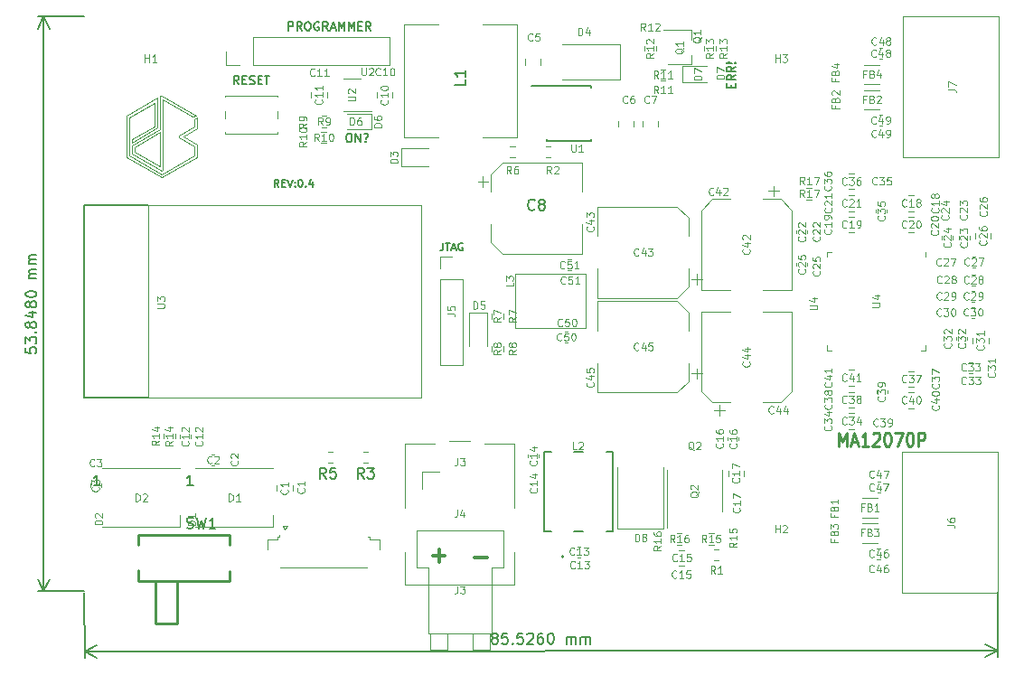
<source format=gbr>
G04 #@! TF.GenerationSoftware,KiCad,Pcbnew,(6.0.5-0)*
G04 #@! TF.CreationDate,2022-06-13T22:11:16+02:00*
G04 #@! TF.ProjectId,muVox,6d75566f-782e-46b6-9963-61645f706362,rev?*
G04 #@! TF.SameCoordinates,Original*
G04 #@! TF.FileFunction,Legend,Top*
G04 #@! TF.FilePolarity,Positive*
%FSLAX46Y46*%
G04 Gerber Fmt 4.6, Leading zero omitted, Abs format (unit mm)*
G04 Created by KiCad (PCBNEW (6.0.5-0)) date 2022-06-13 22:11:16*
%MOMM*%
%LPD*%
G01*
G04 APERTURE LIST*
%ADD10C,0.050000*%
%ADD11C,0.300000*%
%ADD12C,0.200000*%
%ADD13C,0.150000*%
%ADD14C,0.250000*%
%ADD15C,0.175000*%
%ADD16C,0.100000*%
%ADD17C,0.120000*%
%ADD18C,0.152400*%
%ADD19C,0.254000*%
G04 APERTURE END LIST*
D10*
X119959790Y-69347524D02*
X122764935Y-70956004D01*
X123137684Y-72031869D02*
X123137684Y-71052319D01*
X116508638Y-70878360D02*
X116508638Y-74716713D01*
X117045034Y-73659530D02*
X117045034Y-74400000D01*
X123137684Y-71052319D02*
X122879607Y-71205035D01*
X121432350Y-72719408D02*
X121432350Y-72885634D01*
X119706773Y-69021572D02*
X119706773Y-72131961D01*
X116766715Y-74560839D02*
X116766715Y-71031830D01*
X122879607Y-71205035D02*
X122879607Y-71898884D01*
X116508638Y-74716713D02*
X119821805Y-76634259D01*
X122874547Y-73709746D02*
X122882800Y-74556715D01*
X117039974Y-73063024D02*
X117039974Y-73366472D01*
X117323353Y-74216932D02*
X119706773Y-75598324D01*
X122882800Y-74556715D02*
X119822650Y-76323032D01*
X117045034Y-74400000D02*
X119828449Y-76004356D01*
X122764935Y-70956004D02*
X123034195Y-70807199D01*
X119821805Y-76634259D02*
X123137684Y-74710545D01*
X121844656Y-72793233D02*
X123137684Y-72031869D01*
X123137684Y-74710545D02*
X123137684Y-73562126D01*
X119706773Y-72410811D02*
X117323353Y-73800451D01*
X117323353Y-73800451D02*
X117323353Y-74216932D01*
X119428455Y-69193134D02*
X116508638Y-70878360D01*
X119959790Y-75926447D02*
X119959790Y-69347524D01*
X119827553Y-68954259D02*
X119706773Y-69021572D01*
X119706773Y-72131961D02*
X117045034Y-73659530D01*
X119828449Y-76004356D02*
X119959790Y-75926447D01*
X122879607Y-71898884D02*
X121432350Y-72719408D01*
X119706773Y-75598324D02*
X119706773Y-72410811D01*
X119155196Y-71833716D02*
X117039974Y-73063024D01*
X123137684Y-73562126D02*
X121844656Y-72793233D01*
X116766715Y-71031830D02*
X119155196Y-69658913D01*
X117039974Y-73366472D02*
X119428455Y-71980709D01*
X119155196Y-69658913D02*
X119155196Y-71833716D01*
X119822650Y-76323032D02*
X116766715Y-74560839D01*
X119428455Y-71980709D02*
X119428455Y-69193134D01*
X121432350Y-72885634D02*
X122874547Y-73709746D01*
X123034195Y-70807199D02*
X119827553Y-68954259D01*
D11*
X150318918Y-112225632D02*
X149176061Y-112225632D01*
D12*
X173170857Y-68217904D02*
X173170857Y-67951238D01*
X173589904Y-67836952D02*
X173589904Y-68217904D01*
X172789904Y-68217904D01*
X172789904Y-67836952D01*
X173589904Y-67036952D02*
X173208952Y-67303619D01*
X173589904Y-67494095D02*
X172789904Y-67494095D01*
X172789904Y-67189333D01*
X172828000Y-67113142D01*
X172866095Y-67075047D01*
X172942285Y-67036952D01*
X173056571Y-67036952D01*
X173132761Y-67075047D01*
X173170857Y-67113142D01*
X173208952Y-67189333D01*
X173208952Y-67494095D01*
X173589904Y-66236952D02*
X173208952Y-66503619D01*
X173589904Y-66694095D02*
X172789904Y-66694095D01*
X172789904Y-66389333D01*
X172828000Y-66313142D01*
X172866095Y-66275047D01*
X172942285Y-66236952D01*
X173056571Y-66236952D01*
X173132761Y-66275047D01*
X173170857Y-66313142D01*
X173208952Y-66389333D01*
X173208952Y-66694095D01*
X173513714Y-65894095D02*
X173551809Y-65856000D01*
X173589904Y-65894095D01*
X173551809Y-65932190D01*
X173513714Y-65894095D01*
X173589904Y-65894095D01*
X173285142Y-65894095D02*
X172828000Y-65932190D01*
X172789904Y-65894095D01*
X172828000Y-65856000D01*
X173285142Y-65894095D01*
X172789904Y-65894095D01*
D11*
X146381918Y-112098632D02*
X145239061Y-112098632D01*
X145810490Y-112670061D02*
X145810490Y-111527204D01*
D13*
X130800000Y-77516666D02*
X130566666Y-77183333D01*
X130400000Y-77516666D02*
X130400000Y-76816666D01*
X130666666Y-76816666D01*
X130733333Y-76850000D01*
X130766666Y-76883333D01*
X130800000Y-76950000D01*
X130800000Y-77050000D01*
X130766666Y-77116666D01*
X130733333Y-77150000D01*
X130666666Y-77183333D01*
X130400000Y-77183333D01*
X131100000Y-77150000D02*
X131333333Y-77150000D01*
X131433333Y-77516666D02*
X131100000Y-77516666D01*
X131100000Y-76816666D01*
X131433333Y-76816666D01*
X131633333Y-76816666D02*
X131866666Y-77516666D01*
X132100000Y-76816666D01*
X132333333Y-77450000D02*
X132366666Y-77483333D01*
X132333333Y-77516666D01*
X132300000Y-77483333D01*
X132333333Y-77450000D01*
X132333333Y-77516666D01*
X132333333Y-77083333D02*
X132366666Y-77116666D01*
X132333333Y-77150000D01*
X132300000Y-77116666D01*
X132333333Y-77083333D01*
X132333333Y-77150000D01*
X132800000Y-76816666D02*
X132866666Y-76816666D01*
X132933333Y-76850000D01*
X132966666Y-76883333D01*
X133000000Y-76950000D01*
X133033333Y-77083333D01*
X133033333Y-77250000D01*
X133000000Y-77383333D01*
X132966666Y-77450000D01*
X132933333Y-77483333D01*
X132866666Y-77516666D01*
X132800000Y-77516666D01*
X132733333Y-77483333D01*
X132700000Y-77450000D01*
X132666666Y-77383333D01*
X132633333Y-77250000D01*
X132633333Y-77083333D01*
X132666666Y-76950000D01*
X132700000Y-76883333D01*
X132733333Y-76850000D01*
X132800000Y-76816666D01*
X133333333Y-77450000D02*
X133366666Y-77483333D01*
X133333333Y-77516666D01*
X133300000Y-77483333D01*
X133333333Y-77450000D01*
X133333333Y-77516666D01*
X133966666Y-77050000D02*
X133966666Y-77516666D01*
X133800000Y-76783333D02*
X133633333Y-77283333D01*
X134066666Y-77283333D01*
D14*
X183272477Y-101820905D02*
X183272477Y-100520905D01*
X183639143Y-101449476D01*
X184005810Y-100520905D01*
X184005810Y-101820905D01*
X184477239Y-101449476D02*
X185001048Y-101449476D01*
X184372477Y-101820905D02*
X184739143Y-100520905D01*
X185105810Y-101820905D01*
X186048667Y-101820905D02*
X185420096Y-101820905D01*
X185734381Y-101820905D02*
X185734381Y-100520905D01*
X185629620Y-100706619D01*
X185524858Y-100830429D01*
X185420096Y-100892333D01*
X186467715Y-100644714D02*
X186520096Y-100582810D01*
X186624858Y-100520905D01*
X186886762Y-100520905D01*
X186991524Y-100582810D01*
X187043905Y-100644714D01*
X187096286Y-100768524D01*
X187096286Y-100892333D01*
X187043905Y-101078048D01*
X186415334Y-101820905D01*
X187096286Y-101820905D01*
X187777239Y-100520905D02*
X187882000Y-100520905D01*
X187986762Y-100582810D01*
X188039143Y-100644714D01*
X188091524Y-100768524D01*
X188143905Y-101016143D01*
X188143905Y-101325667D01*
X188091524Y-101573286D01*
X188039143Y-101697095D01*
X187986762Y-101759000D01*
X187882000Y-101820905D01*
X187777239Y-101820905D01*
X187672477Y-101759000D01*
X187620096Y-101697095D01*
X187567715Y-101573286D01*
X187515334Y-101325667D01*
X187515334Y-101016143D01*
X187567715Y-100768524D01*
X187620096Y-100644714D01*
X187672477Y-100582810D01*
X187777239Y-100520905D01*
X188510572Y-100520905D02*
X189243905Y-100520905D01*
X188772477Y-101820905D01*
X189872477Y-100520905D02*
X189977239Y-100520905D01*
X190082000Y-100582810D01*
X190134381Y-100644714D01*
X190186762Y-100768524D01*
X190239143Y-101016143D01*
X190239143Y-101325667D01*
X190186762Y-101573286D01*
X190134381Y-101697095D01*
X190082000Y-101759000D01*
X189977239Y-101820905D01*
X189872477Y-101820905D01*
X189767715Y-101759000D01*
X189715334Y-101697095D01*
X189662953Y-101573286D01*
X189610572Y-101325667D01*
X189610572Y-101016143D01*
X189662953Y-100768524D01*
X189715334Y-100644714D01*
X189767715Y-100582810D01*
X189872477Y-100520905D01*
X190710572Y-101820905D02*
X190710572Y-100520905D01*
X191129620Y-100520905D01*
X191234381Y-100582810D01*
X191286762Y-100644714D01*
X191339143Y-100768524D01*
X191339143Y-100954238D01*
X191286762Y-101078048D01*
X191234381Y-101139952D01*
X191129620Y-101201857D01*
X190710572Y-101201857D01*
D15*
X146183333Y-82766666D02*
X146183333Y-83266666D01*
X146150000Y-83366666D01*
X146083333Y-83433333D01*
X145983333Y-83466666D01*
X145916666Y-83466666D01*
X146416666Y-82766666D02*
X146816666Y-82766666D01*
X146616666Y-83466666D02*
X146616666Y-82766666D01*
X147016666Y-83266666D02*
X147350000Y-83266666D01*
X146950000Y-83466666D02*
X147183333Y-82766666D01*
X147416666Y-83466666D01*
X148016666Y-82800000D02*
X147950000Y-82766666D01*
X147850000Y-82766666D01*
X147750000Y-82800000D01*
X147683333Y-82866666D01*
X147650000Y-82933333D01*
X147616666Y-83066666D01*
X147616666Y-83166666D01*
X147650000Y-83300000D01*
X147683333Y-83366666D01*
X147750000Y-83433333D01*
X147850000Y-83466666D01*
X147916666Y-83466666D01*
X148016666Y-83433333D01*
X148050000Y-83400000D01*
X148050000Y-83166666D01*
X147916666Y-83166666D01*
D12*
X137311904Y-72511904D02*
X137464285Y-72511904D01*
X137540476Y-72550000D01*
X137616666Y-72626190D01*
X137654761Y-72778571D01*
X137654761Y-73045238D01*
X137616666Y-73197619D01*
X137540476Y-73273809D01*
X137464285Y-73311904D01*
X137311904Y-73311904D01*
X137235714Y-73273809D01*
X137159523Y-73197619D01*
X137121428Y-73045238D01*
X137121428Y-72778571D01*
X137159523Y-72626190D01*
X137235714Y-72550000D01*
X137311904Y-72511904D01*
X137997619Y-73311904D02*
X137997619Y-72511904D01*
X138454761Y-73311904D01*
X138454761Y-72511904D01*
X138950000Y-73235714D02*
X138988095Y-73273809D01*
X138950000Y-73311904D01*
X138911904Y-73273809D01*
X138950000Y-73235714D01*
X138950000Y-73311904D01*
X138797619Y-72550000D02*
X138873809Y-72511904D01*
X139064285Y-72511904D01*
X139140476Y-72550000D01*
X139178571Y-72626190D01*
X139178571Y-72702380D01*
X139140476Y-72778571D01*
X139102380Y-72816666D01*
X139026190Y-72854761D01*
X138988095Y-72892857D01*
X138950000Y-72969047D01*
X138950000Y-73007142D01*
X131702380Y-62861904D02*
X131702380Y-62061904D01*
X132007142Y-62061904D01*
X132083333Y-62100000D01*
X132121428Y-62138095D01*
X132159523Y-62214285D01*
X132159523Y-62328571D01*
X132121428Y-62404761D01*
X132083333Y-62442857D01*
X132007142Y-62480952D01*
X131702380Y-62480952D01*
X132959523Y-62861904D02*
X132692857Y-62480952D01*
X132502380Y-62861904D02*
X132502380Y-62061904D01*
X132807142Y-62061904D01*
X132883333Y-62100000D01*
X132921428Y-62138095D01*
X132959523Y-62214285D01*
X132959523Y-62328571D01*
X132921428Y-62404761D01*
X132883333Y-62442857D01*
X132807142Y-62480952D01*
X132502380Y-62480952D01*
X133454761Y-62061904D02*
X133607142Y-62061904D01*
X133683333Y-62100000D01*
X133759523Y-62176190D01*
X133797619Y-62328571D01*
X133797619Y-62595238D01*
X133759523Y-62747619D01*
X133683333Y-62823809D01*
X133607142Y-62861904D01*
X133454761Y-62861904D01*
X133378571Y-62823809D01*
X133302380Y-62747619D01*
X133264285Y-62595238D01*
X133264285Y-62328571D01*
X133302380Y-62176190D01*
X133378571Y-62100000D01*
X133454761Y-62061904D01*
X134559523Y-62100000D02*
X134483333Y-62061904D01*
X134369047Y-62061904D01*
X134254761Y-62100000D01*
X134178571Y-62176190D01*
X134140476Y-62252380D01*
X134102380Y-62404761D01*
X134102380Y-62519047D01*
X134140476Y-62671428D01*
X134178571Y-62747619D01*
X134254761Y-62823809D01*
X134369047Y-62861904D01*
X134445238Y-62861904D01*
X134559523Y-62823809D01*
X134597619Y-62785714D01*
X134597619Y-62519047D01*
X134445238Y-62519047D01*
X135397619Y-62861904D02*
X135130952Y-62480952D01*
X134940476Y-62861904D02*
X134940476Y-62061904D01*
X135245238Y-62061904D01*
X135321428Y-62100000D01*
X135359523Y-62138095D01*
X135397619Y-62214285D01*
X135397619Y-62328571D01*
X135359523Y-62404761D01*
X135321428Y-62442857D01*
X135245238Y-62480952D01*
X134940476Y-62480952D01*
X135702380Y-62633333D02*
X136083333Y-62633333D01*
X135626190Y-62861904D02*
X135892857Y-62061904D01*
X136159523Y-62861904D01*
X136426190Y-62861904D02*
X136426190Y-62061904D01*
X136692857Y-62633333D01*
X136959523Y-62061904D01*
X136959523Y-62861904D01*
X137340476Y-62861904D02*
X137340476Y-62061904D01*
X137607142Y-62633333D01*
X137873809Y-62061904D01*
X137873809Y-62861904D01*
X138254761Y-62442857D02*
X138521428Y-62442857D01*
X138635714Y-62861904D02*
X138254761Y-62861904D01*
X138254761Y-62061904D01*
X138635714Y-62061904D01*
X139435714Y-62861904D02*
X139169047Y-62480952D01*
X138978571Y-62861904D02*
X138978571Y-62061904D01*
X139283333Y-62061904D01*
X139359523Y-62100000D01*
X139397619Y-62138095D01*
X139435714Y-62214285D01*
X139435714Y-62328571D01*
X139397619Y-62404761D01*
X139359523Y-62442857D01*
X139283333Y-62480952D01*
X138978571Y-62480952D01*
X127038095Y-67911904D02*
X126771428Y-67530952D01*
X126580952Y-67911904D02*
X126580952Y-67111904D01*
X126885714Y-67111904D01*
X126961904Y-67150000D01*
X127000000Y-67188095D01*
X127038095Y-67264285D01*
X127038095Y-67378571D01*
X127000000Y-67454761D01*
X126961904Y-67492857D01*
X126885714Y-67530952D01*
X126580952Y-67530952D01*
X127380952Y-67492857D02*
X127647619Y-67492857D01*
X127761904Y-67911904D02*
X127380952Y-67911904D01*
X127380952Y-67111904D01*
X127761904Y-67111904D01*
X128066666Y-67873809D02*
X128180952Y-67911904D01*
X128371428Y-67911904D01*
X128447619Y-67873809D01*
X128485714Y-67835714D01*
X128523809Y-67759523D01*
X128523809Y-67683333D01*
X128485714Y-67607142D01*
X128447619Y-67569047D01*
X128371428Y-67530952D01*
X128219047Y-67492857D01*
X128142857Y-67454761D01*
X128104761Y-67416666D01*
X128066666Y-67340476D01*
X128066666Y-67264285D01*
X128104761Y-67188095D01*
X128142857Y-67150000D01*
X128219047Y-67111904D01*
X128409523Y-67111904D01*
X128523809Y-67150000D01*
X128866666Y-67492857D02*
X129133333Y-67492857D01*
X129247619Y-67911904D02*
X128866666Y-67911904D01*
X128866666Y-67111904D01*
X129247619Y-67111904D01*
X129476190Y-67111904D02*
X129933333Y-67111904D01*
X129704761Y-67911904D02*
X129704761Y-67111904D01*
D13*
X107096000Y-92577248D02*
X107096000Y-93053438D01*
X107572191Y-93101057D01*
X107524572Y-93053438D01*
X107476953Y-92958200D01*
X107476953Y-92720105D01*
X107524572Y-92624867D01*
X107572191Y-92577248D01*
X107667429Y-92529629D01*
X107905524Y-92529629D01*
X108000762Y-92577248D01*
X108048381Y-92624867D01*
X108096000Y-92720105D01*
X108096000Y-92958200D01*
X108048381Y-93053438D01*
X108000762Y-93101057D01*
X107096000Y-92196295D02*
X107096000Y-91577248D01*
X107476953Y-91910581D01*
X107476953Y-91767724D01*
X107524572Y-91672486D01*
X107572191Y-91624867D01*
X107667429Y-91577248D01*
X107905524Y-91577248D01*
X108000762Y-91624867D01*
X108048381Y-91672486D01*
X108096000Y-91767724D01*
X108096000Y-92053438D01*
X108048381Y-92148676D01*
X108000762Y-92196295D01*
X108000762Y-91148676D02*
X108048381Y-91101057D01*
X108096000Y-91148676D01*
X108048381Y-91196295D01*
X108000762Y-91148676D01*
X108096000Y-91148676D01*
X107524572Y-90529629D02*
X107476953Y-90624867D01*
X107429334Y-90672486D01*
X107334096Y-90720105D01*
X107286477Y-90720105D01*
X107191239Y-90672486D01*
X107143620Y-90624867D01*
X107096000Y-90529629D01*
X107096000Y-90339152D01*
X107143620Y-90243914D01*
X107191239Y-90196295D01*
X107286477Y-90148676D01*
X107334096Y-90148676D01*
X107429334Y-90196295D01*
X107476953Y-90243914D01*
X107524572Y-90339152D01*
X107524572Y-90529629D01*
X107572191Y-90624867D01*
X107619810Y-90672486D01*
X107715048Y-90720105D01*
X107905524Y-90720105D01*
X108000762Y-90672486D01*
X108048381Y-90624867D01*
X108096000Y-90529629D01*
X108096000Y-90339152D01*
X108048381Y-90243914D01*
X108000762Y-90196295D01*
X107905524Y-90148676D01*
X107715048Y-90148676D01*
X107619810Y-90196295D01*
X107572191Y-90243914D01*
X107524572Y-90339152D01*
X107429334Y-89291533D02*
X108096000Y-89291533D01*
X107048381Y-89529629D02*
X107762667Y-89767724D01*
X107762667Y-89148676D01*
X107524572Y-88624867D02*
X107476953Y-88720105D01*
X107429334Y-88767724D01*
X107334096Y-88815343D01*
X107286477Y-88815343D01*
X107191239Y-88767724D01*
X107143620Y-88720105D01*
X107096000Y-88624867D01*
X107096000Y-88434390D01*
X107143620Y-88339152D01*
X107191239Y-88291533D01*
X107286477Y-88243914D01*
X107334096Y-88243914D01*
X107429334Y-88291533D01*
X107476953Y-88339152D01*
X107524572Y-88434390D01*
X107524572Y-88624867D01*
X107572191Y-88720105D01*
X107619810Y-88767724D01*
X107715048Y-88815343D01*
X107905524Y-88815343D01*
X108000762Y-88767724D01*
X108048381Y-88720105D01*
X108096000Y-88624867D01*
X108096000Y-88434390D01*
X108048381Y-88339152D01*
X108000762Y-88291533D01*
X107905524Y-88243914D01*
X107715048Y-88243914D01*
X107619810Y-88291533D01*
X107572191Y-88339152D01*
X107524572Y-88434390D01*
X107096000Y-87624867D02*
X107096000Y-87529629D01*
X107143620Y-87434390D01*
X107191239Y-87386771D01*
X107286477Y-87339152D01*
X107476953Y-87291533D01*
X107715048Y-87291533D01*
X107905524Y-87339152D01*
X108000762Y-87386771D01*
X108048381Y-87434390D01*
X108096000Y-87529629D01*
X108096000Y-87624867D01*
X108048381Y-87720105D01*
X108000762Y-87767724D01*
X107905524Y-87815343D01*
X107715048Y-87862962D01*
X107476953Y-87862962D01*
X107286477Y-87815343D01*
X107191239Y-87767724D01*
X107143620Y-87720105D01*
X107096000Y-87624867D01*
X108096000Y-86101057D02*
X107429334Y-86101057D01*
X107524572Y-86101057D02*
X107476953Y-86053438D01*
X107429334Y-85958200D01*
X107429334Y-85815343D01*
X107476953Y-85720105D01*
X107572191Y-85672486D01*
X108096000Y-85672486D01*
X107572191Y-85672486D02*
X107476953Y-85624867D01*
X107429334Y-85529629D01*
X107429334Y-85386771D01*
X107476953Y-85291533D01*
X107572191Y-85243914D01*
X108096000Y-85243914D01*
X108096000Y-84767724D02*
X107429334Y-84767724D01*
X107524572Y-84767724D02*
X107476953Y-84720105D01*
X107429334Y-84624867D01*
X107429334Y-84482010D01*
X107476953Y-84386771D01*
X107572191Y-84339152D01*
X108096000Y-84339152D01*
X107572191Y-84339152D02*
X107476953Y-84291533D01*
X107429334Y-84196295D01*
X107429334Y-84053438D01*
X107476953Y-83958200D01*
X107572191Y-83910581D01*
X108096000Y-83910581D01*
X112603620Y-61558010D02*
X108207200Y-61558010D01*
X112603620Y-115406010D02*
X108207200Y-115406010D01*
X108793620Y-61558010D02*
X108793620Y-115406010D01*
X108793620Y-61558010D02*
X108793620Y-115406010D01*
X108793620Y-61558010D02*
X108207199Y-62684514D01*
X108793620Y-61558010D02*
X109380041Y-62684514D01*
X108793620Y-115406010D02*
X109380041Y-114279506D01*
X108793620Y-115406010D02*
X108207199Y-114279506D01*
X150942653Y-119774705D02*
X150847363Y-119727188D01*
X150799693Y-119679620D01*
X150751972Y-119584434D01*
X150751920Y-119536815D01*
X150799437Y-119441525D01*
X150847005Y-119393855D01*
X150942192Y-119346134D01*
X151132668Y-119345929D01*
X151227957Y-119393445D01*
X151275627Y-119441013D01*
X151323349Y-119536200D01*
X151323400Y-119583819D01*
X151275883Y-119679108D01*
X151228315Y-119726778D01*
X151133129Y-119774500D01*
X150942653Y-119774705D01*
X150847466Y-119822426D01*
X150799898Y-119870096D01*
X150752381Y-119965386D01*
X150752586Y-120155862D01*
X150800308Y-120251049D01*
X150847978Y-120298616D01*
X150943267Y-120346133D01*
X151133743Y-120345928D01*
X151228930Y-120298207D01*
X151276498Y-120250536D01*
X151324015Y-120155247D01*
X151323810Y-119964771D01*
X151276088Y-119869584D01*
X151228418Y-119822016D01*
X151133129Y-119774500D01*
X152227905Y-119344751D02*
X151751715Y-119345263D01*
X151704608Y-119821504D01*
X151752176Y-119773834D01*
X151847363Y-119726112D01*
X152085458Y-119725856D01*
X152180747Y-119773373D01*
X152228417Y-119820941D01*
X152276139Y-119916128D01*
X152276395Y-120154223D01*
X152228878Y-120249512D01*
X152181311Y-120297182D01*
X152086124Y-120344904D01*
X151848029Y-120345160D01*
X151752739Y-120297643D01*
X151705069Y-120250075D01*
X152705069Y-120249000D02*
X152752739Y-120296567D01*
X152705171Y-120344238D01*
X152657501Y-120296670D01*
X152705069Y-120249000D01*
X152705171Y-120344238D01*
X153656476Y-119343214D02*
X153180286Y-119343726D01*
X153133179Y-119819967D01*
X153180747Y-119772297D01*
X153275933Y-119724576D01*
X153514028Y-119724320D01*
X153609318Y-119771836D01*
X153656988Y-119819404D01*
X153704709Y-119914591D01*
X153704966Y-120152686D01*
X153657449Y-120247975D01*
X153609881Y-120295645D01*
X153514694Y-120343367D01*
X153276599Y-120343623D01*
X153181310Y-120296106D01*
X153133640Y-120248539D01*
X154085149Y-119437991D02*
X154132717Y-119390321D01*
X154227904Y-119342599D01*
X154465999Y-119342343D01*
X154561288Y-119389860D01*
X154608959Y-119437427D01*
X154656680Y-119532614D01*
X154656782Y-119627852D01*
X154609317Y-119770761D01*
X154038504Y-120342803D01*
X154657551Y-120342138D01*
X155513617Y-119341216D02*
X155323141Y-119341421D01*
X155227955Y-119389142D01*
X155180387Y-119436813D01*
X155085302Y-119579772D01*
X155037888Y-119770300D01*
X155038298Y-120151252D01*
X155086020Y-120246438D01*
X155133690Y-120294006D01*
X155228979Y-120341523D01*
X155419455Y-120341318D01*
X155514642Y-120293596D01*
X155562210Y-120245926D01*
X155609726Y-120150637D01*
X155609470Y-119912542D01*
X155561749Y-119817355D01*
X155514079Y-119769787D01*
X155418789Y-119722271D01*
X155228313Y-119722476D01*
X155133126Y-119770197D01*
X155085559Y-119817867D01*
X155038042Y-119913157D01*
X156227903Y-119340448D02*
X156323141Y-119340345D01*
X156418430Y-119387862D01*
X156466100Y-119435430D01*
X156513822Y-119530616D01*
X156561646Y-119721041D01*
X156561902Y-119959136D01*
X156514488Y-120149664D01*
X156466971Y-120244953D01*
X156419403Y-120292623D01*
X156324217Y-120340345D01*
X156228978Y-120340447D01*
X156133689Y-120292931D01*
X156086019Y-120245363D01*
X156038298Y-120150176D01*
X155990474Y-119959751D01*
X155990217Y-119721656D01*
X156037632Y-119531129D01*
X156085148Y-119435839D01*
X156132716Y-119388169D01*
X156227903Y-119340448D01*
X157752787Y-120338808D02*
X157752070Y-119672142D01*
X157752172Y-119767380D02*
X157799740Y-119719710D01*
X157894927Y-119671988D01*
X158037784Y-119671834D01*
X158133073Y-119719351D01*
X158180795Y-119814538D01*
X158181358Y-120338347D01*
X158180795Y-119814538D02*
X158228311Y-119719249D01*
X158323498Y-119671527D01*
X158466355Y-119671373D01*
X158561645Y-119718890D01*
X158609366Y-119814077D01*
X158609929Y-120337886D01*
X159086120Y-120337374D02*
X159085403Y-119670707D01*
X159085505Y-119765946D02*
X159133073Y-119718275D01*
X159228260Y-119670554D01*
X159371117Y-119670400D01*
X159466406Y-119717917D01*
X159514127Y-119813104D01*
X159514691Y-120336913D01*
X159514127Y-119813104D02*
X159561644Y-119717814D01*
X159656831Y-119670093D01*
X159799688Y-119669939D01*
X159894977Y-119717456D01*
X159942699Y-119812643D01*
X159943262Y-120336452D01*
X198129620Y-115446010D02*
X198136218Y-121579407D01*
X112603620Y-115538010D02*
X112610218Y-121671407D01*
X198135587Y-120992988D02*
X112609587Y-121084988D01*
X198135587Y-120992988D02*
X112609587Y-121084988D01*
X198135587Y-120992988D02*
X197008453Y-120407779D01*
X198135587Y-120992988D02*
X197009715Y-121580620D01*
X112609587Y-121084988D02*
X113736721Y-121670197D01*
X112609587Y-121084988D02*
X113735459Y-120497356D01*
D16*
X140300000Y-67000000D02*
X140266666Y-67033333D01*
X140166666Y-67066666D01*
X140100000Y-67066666D01*
X140000000Y-67033333D01*
X139933333Y-66966666D01*
X139900000Y-66900000D01*
X139866666Y-66766666D01*
X139866666Y-66666666D01*
X139900000Y-66533333D01*
X139933333Y-66466666D01*
X140000000Y-66400000D01*
X140100000Y-66366666D01*
X140166666Y-66366666D01*
X140266666Y-66400000D01*
X140300000Y-66433333D01*
X140966666Y-67066666D02*
X140566666Y-67066666D01*
X140766666Y-67066666D02*
X140766666Y-66366666D01*
X140700000Y-66466666D01*
X140633333Y-66533333D01*
X140566666Y-66566666D01*
X141400000Y-66366666D02*
X141466666Y-66366666D01*
X141533333Y-66400000D01*
X141566666Y-66433333D01*
X141600000Y-66500000D01*
X141633333Y-66633333D01*
X141633333Y-66800000D01*
X141600000Y-66933333D01*
X141566666Y-67000000D01*
X141533333Y-67033333D01*
X141466666Y-67066666D01*
X141400000Y-67066666D01*
X141333333Y-67033333D01*
X141300000Y-67000000D01*
X141266666Y-66933333D01*
X141233333Y-66800000D01*
X141233333Y-66633333D01*
X141266666Y-66500000D01*
X141300000Y-66433333D01*
X141333333Y-66400000D01*
X141400000Y-66366666D01*
X140969000Y-69367500D02*
X141002333Y-69400833D01*
X141035666Y-69500833D01*
X141035666Y-69567500D01*
X141002333Y-69667500D01*
X140935666Y-69734166D01*
X140869000Y-69767500D01*
X140735666Y-69800833D01*
X140635666Y-69800833D01*
X140502333Y-69767500D01*
X140435666Y-69734166D01*
X140369000Y-69667500D01*
X140335666Y-69567500D01*
X140335666Y-69500833D01*
X140369000Y-69400833D01*
X140402333Y-69367500D01*
X141035666Y-68700833D02*
X141035666Y-69100833D01*
X141035666Y-68900833D02*
X140335666Y-68900833D01*
X140435666Y-68967500D01*
X140502333Y-69034166D01*
X140535666Y-69100833D01*
X140335666Y-68267500D02*
X140335666Y-68200833D01*
X140369000Y-68134166D01*
X140402333Y-68100833D01*
X140469000Y-68067500D01*
X140602333Y-68034166D01*
X140769000Y-68034166D01*
X140902333Y-68067500D01*
X140969000Y-68100833D01*
X141002333Y-68134166D01*
X141035666Y-68200833D01*
X141035666Y-68267500D01*
X141002333Y-68334166D01*
X140969000Y-68367500D01*
X140902333Y-68400833D01*
X140769000Y-68434166D01*
X140602333Y-68434166D01*
X140469000Y-68400833D01*
X140402333Y-68367500D01*
X140369000Y-68334166D01*
X140335666Y-68267500D01*
X134150000Y-67050000D02*
X134116666Y-67083333D01*
X134016666Y-67116666D01*
X133950000Y-67116666D01*
X133850000Y-67083333D01*
X133783333Y-67016666D01*
X133750000Y-66950000D01*
X133716666Y-66816666D01*
X133716666Y-66716666D01*
X133750000Y-66583333D01*
X133783333Y-66516666D01*
X133850000Y-66450000D01*
X133950000Y-66416666D01*
X134016666Y-66416666D01*
X134116666Y-66450000D01*
X134150000Y-66483333D01*
X134816666Y-67116666D02*
X134416666Y-67116666D01*
X134616666Y-67116666D02*
X134616666Y-66416666D01*
X134550000Y-66516666D01*
X134483333Y-66583333D01*
X134416666Y-66616666D01*
X135483333Y-67116666D02*
X135083333Y-67116666D01*
X135283333Y-67116666D02*
X135283333Y-66416666D01*
X135216666Y-66516666D01*
X135150000Y-66583333D01*
X135083333Y-66616666D01*
X134819000Y-69350600D02*
X134852333Y-69383933D01*
X134885666Y-69483933D01*
X134885666Y-69550600D01*
X134852333Y-69650600D01*
X134785666Y-69717266D01*
X134719000Y-69750600D01*
X134585666Y-69783933D01*
X134485666Y-69783933D01*
X134352333Y-69750600D01*
X134285666Y-69717266D01*
X134219000Y-69650600D01*
X134185666Y-69550600D01*
X134185666Y-69483933D01*
X134219000Y-69383933D01*
X134252333Y-69350600D01*
X134885666Y-68683933D02*
X134885666Y-69083933D01*
X134885666Y-68883933D02*
X134185666Y-68883933D01*
X134285666Y-68950600D01*
X134352333Y-69017266D01*
X134385666Y-69083933D01*
X134885666Y-68017266D02*
X134885666Y-68417266D01*
X134885666Y-68217266D02*
X134185666Y-68217266D01*
X134285666Y-68283933D01*
X134352333Y-68350600D01*
X134385666Y-68417266D01*
X158528380Y-113200000D02*
X158495046Y-113233333D01*
X158395046Y-113266666D01*
X158328380Y-113266666D01*
X158228380Y-113233333D01*
X158161713Y-113166666D01*
X158128380Y-113100000D01*
X158095046Y-112966666D01*
X158095046Y-112866666D01*
X158128380Y-112733333D01*
X158161713Y-112666666D01*
X158228380Y-112600000D01*
X158328380Y-112566666D01*
X158395046Y-112566666D01*
X158495046Y-112600000D01*
X158528380Y-112633333D01*
X159195046Y-113266666D02*
X158795046Y-113266666D01*
X158995046Y-113266666D02*
X158995046Y-112566666D01*
X158928380Y-112666666D01*
X158861713Y-112733333D01*
X158795046Y-112766666D01*
X159428380Y-112566666D02*
X159861713Y-112566666D01*
X159628380Y-112833333D01*
X159728380Y-112833333D01*
X159795046Y-112866666D01*
X159828380Y-112900000D01*
X159861713Y-112966666D01*
X159861713Y-113133333D01*
X159828380Y-113200000D01*
X159795046Y-113233333D01*
X159728380Y-113266666D01*
X159528380Y-113266666D01*
X159461713Y-113233333D01*
X159428380Y-113200000D01*
X158478380Y-111950000D02*
X158445046Y-111983333D01*
X158345046Y-112016666D01*
X158278380Y-112016666D01*
X158178380Y-111983333D01*
X158111713Y-111916666D01*
X158078380Y-111850000D01*
X158045046Y-111716666D01*
X158045046Y-111616666D01*
X158078380Y-111483333D01*
X158111713Y-111416666D01*
X158178380Y-111350000D01*
X158278380Y-111316666D01*
X158345046Y-111316666D01*
X158445046Y-111350000D01*
X158478380Y-111383333D01*
X159145046Y-112016666D02*
X158745046Y-112016666D01*
X158945046Y-112016666D02*
X158945046Y-111316666D01*
X158878380Y-111416666D01*
X158811713Y-111483333D01*
X158745046Y-111516666D01*
X159378380Y-111316666D02*
X159811713Y-111316666D01*
X159578380Y-111583333D01*
X159678380Y-111583333D01*
X159745046Y-111616666D01*
X159778380Y-111650000D01*
X159811713Y-111716666D01*
X159811713Y-111883333D01*
X159778380Y-111950000D01*
X159745046Y-111983333D01*
X159678380Y-112016666D01*
X159478380Y-112016666D01*
X159411713Y-111983333D01*
X159378380Y-111950000D01*
X154950760Y-105750000D02*
X154984093Y-105783333D01*
X155017426Y-105883333D01*
X155017426Y-105950000D01*
X154984093Y-106050000D01*
X154917426Y-106116666D01*
X154850760Y-106150000D01*
X154717426Y-106183333D01*
X154617426Y-106183333D01*
X154484093Y-106150000D01*
X154417426Y-106116666D01*
X154350760Y-106050000D01*
X154317426Y-105950000D01*
X154317426Y-105883333D01*
X154350760Y-105783333D01*
X154384093Y-105750000D01*
X155017426Y-105083333D02*
X155017426Y-105483333D01*
X155017426Y-105283333D02*
X154317426Y-105283333D01*
X154417426Y-105350000D01*
X154484093Y-105416666D01*
X154517426Y-105483333D01*
X154550760Y-104483333D02*
X155017426Y-104483333D01*
X154284093Y-104650000D02*
X154784093Y-104816666D01*
X154784093Y-104383333D01*
X154928380Y-103181510D02*
X154961713Y-103214843D01*
X154995046Y-103314843D01*
X154995046Y-103381510D01*
X154961713Y-103481510D01*
X154895046Y-103548176D01*
X154828380Y-103581510D01*
X154695046Y-103614843D01*
X154595046Y-103614843D01*
X154461713Y-103581510D01*
X154395046Y-103548176D01*
X154328380Y-103481510D01*
X154295046Y-103381510D01*
X154295046Y-103314843D01*
X154328380Y-103214843D01*
X154361713Y-103181510D01*
X154995046Y-102514843D02*
X154995046Y-102914843D01*
X154995046Y-102714843D02*
X154295046Y-102714843D01*
X154395046Y-102781510D01*
X154461713Y-102848176D01*
X154495046Y-102914843D01*
X154528380Y-101914843D02*
X154995046Y-101914843D01*
X154261713Y-102081510D02*
X154761713Y-102248176D01*
X154761713Y-101814843D01*
X172350000Y-101550000D02*
X172383333Y-101583333D01*
X172416666Y-101683333D01*
X172416666Y-101750000D01*
X172383333Y-101850000D01*
X172316666Y-101916666D01*
X172250000Y-101950000D01*
X172116666Y-101983333D01*
X172016666Y-101983333D01*
X171883333Y-101950000D01*
X171816666Y-101916666D01*
X171750000Y-101850000D01*
X171716666Y-101750000D01*
X171716666Y-101683333D01*
X171750000Y-101583333D01*
X171783333Y-101550000D01*
X172416666Y-100883333D02*
X172416666Y-101283333D01*
X172416666Y-101083333D02*
X171716666Y-101083333D01*
X171816666Y-101150000D01*
X171883333Y-101216666D01*
X171916666Y-101283333D01*
X171716666Y-100283333D02*
X171716666Y-100416666D01*
X171750000Y-100483333D01*
X171783333Y-100516666D01*
X171883333Y-100583333D01*
X172016666Y-100616666D01*
X172283333Y-100616666D01*
X172350000Y-100583333D01*
X172383333Y-100550000D01*
X172416666Y-100483333D01*
X172416666Y-100350000D01*
X172383333Y-100283333D01*
X172350000Y-100250000D01*
X172283333Y-100216666D01*
X172116666Y-100216666D01*
X172050000Y-100250000D01*
X172016666Y-100283333D01*
X171983333Y-100350000D01*
X171983333Y-100483333D01*
X172016666Y-100550000D01*
X172050000Y-100583333D01*
X172116666Y-100616666D01*
X173642395Y-101575000D02*
X173675728Y-101608333D01*
X173709061Y-101708333D01*
X173709061Y-101775000D01*
X173675728Y-101875000D01*
X173609061Y-101941666D01*
X173542395Y-101975000D01*
X173409061Y-102008333D01*
X173309061Y-102008333D01*
X173175728Y-101975000D01*
X173109061Y-101941666D01*
X173042395Y-101875000D01*
X173009061Y-101775000D01*
X173009061Y-101708333D01*
X173042395Y-101608333D01*
X173075728Y-101575000D01*
X173709061Y-100908333D02*
X173709061Y-101308333D01*
X173709061Y-101108333D02*
X173009061Y-101108333D01*
X173109061Y-101175000D01*
X173175728Y-101241666D01*
X173209061Y-101308333D01*
X173009061Y-100308333D02*
X173009061Y-100441666D01*
X173042395Y-100508333D01*
X173075728Y-100541666D01*
X173175728Y-100608333D01*
X173309061Y-100641666D01*
X173575728Y-100641666D01*
X173642395Y-100608333D01*
X173675728Y-100575000D01*
X173709061Y-100508333D01*
X173709061Y-100375000D01*
X173675728Y-100308333D01*
X173642395Y-100275000D01*
X173575728Y-100241666D01*
X173409061Y-100241666D01*
X173342395Y-100275000D01*
X173309061Y-100308333D01*
X173275728Y-100375000D01*
X173275728Y-100508333D01*
X173309061Y-100575000D01*
X173342395Y-100608333D01*
X173409061Y-100641666D01*
X173950000Y-107600000D02*
X173983333Y-107633333D01*
X174016666Y-107733333D01*
X174016666Y-107800000D01*
X173983333Y-107900000D01*
X173916666Y-107966666D01*
X173850000Y-108000000D01*
X173716666Y-108033333D01*
X173616666Y-108033333D01*
X173483333Y-108000000D01*
X173416666Y-107966666D01*
X173350000Y-107900000D01*
X173316666Y-107800000D01*
X173316666Y-107733333D01*
X173350000Y-107633333D01*
X173383333Y-107600000D01*
X174016666Y-106933333D02*
X174016666Y-107333333D01*
X174016666Y-107133333D02*
X173316666Y-107133333D01*
X173416666Y-107200000D01*
X173483333Y-107266666D01*
X173516666Y-107333333D01*
X173316666Y-106700000D02*
X173316666Y-106233333D01*
X174016666Y-106533333D01*
X173892395Y-104800000D02*
X173925728Y-104833333D01*
X173959061Y-104933333D01*
X173959061Y-105000000D01*
X173925728Y-105100000D01*
X173859061Y-105166666D01*
X173792395Y-105200000D01*
X173659061Y-105233333D01*
X173559061Y-105233333D01*
X173425728Y-105200000D01*
X173359061Y-105166666D01*
X173292395Y-105100000D01*
X173259061Y-105000000D01*
X173259061Y-104933333D01*
X173292395Y-104833333D01*
X173325728Y-104800000D01*
X173959061Y-104133333D02*
X173959061Y-104533333D01*
X173959061Y-104333333D02*
X173259061Y-104333333D01*
X173359061Y-104400000D01*
X173425728Y-104466666D01*
X173459061Y-104533333D01*
X173259061Y-103900000D02*
X173259061Y-103433333D01*
X173959061Y-103733333D01*
X172511466Y-67405066D02*
X171811466Y-67405066D01*
X171811466Y-67238400D01*
X171844800Y-67138400D01*
X171911466Y-67071733D01*
X171978133Y-67038400D01*
X172111466Y-67005066D01*
X172211466Y-67005066D01*
X172344800Y-67038400D01*
X172411466Y-67071733D01*
X172478133Y-67138400D01*
X172511466Y-67238400D01*
X172511466Y-67405066D01*
X171811466Y-66771733D02*
X171811466Y-66305066D01*
X172511466Y-66605066D01*
X170403266Y-67481266D02*
X169703266Y-67481266D01*
X169703266Y-67314600D01*
X169736600Y-67214600D01*
X169803266Y-67147933D01*
X169869933Y-67114600D01*
X170003266Y-67081266D01*
X170103266Y-67081266D01*
X170236600Y-67114600D01*
X170303266Y-67147933D01*
X170369933Y-67214600D01*
X170403266Y-67314600D01*
X170403266Y-67481266D01*
X169703266Y-66847933D02*
X169703266Y-66381266D01*
X170403266Y-66681266D01*
X147508776Y-107769166D02*
X147508776Y-108269166D01*
X147475443Y-108369166D01*
X147408776Y-108435833D01*
X147308776Y-108469166D01*
X147242110Y-108469166D01*
X148142110Y-108002500D02*
X148142110Y-108469166D01*
X147975443Y-107735833D02*
X147808776Y-108235833D01*
X148242110Y-108235833D01*
X158711713Y-102116666D02*
X158378380Y-102116666D01*
X158378380Y-101416666D01*
X158911713Y-101483333D02*
X158945046Y-101450000D01*
X159011713Y-101416666D01*
X159178380Y-101416666D01*
X159245046Y-101450000D01*
X159278380Y-101483333D01*
X159311713Y-101550000D01*
X159311713Y-101616666D01*
X159278380Y-101716666D01*
X158878380Y-102116666D01*
X159311713Y-102116666D01*
X169683333Y-102183333D02*
X169616666Y-102150000D01*
X169550000Y-102083333D01*
X169450000Y-101983333D01*
X169383333Y-101950000D01*
X169316666Y-101950000D01*
X169350000Y-102116666D02*
X169283333Y-102083333D01*
X169216666Y-102016666D01*
X169183333Y-101883333D01*
X169183333Y-101650000D01*
X169216666Y-101516666D01*
X169283333Y-101450000D01*
X169350000Y-101416666D01*
X169483333Y-101416666D01*
X169550000Y-101450000D01*
X169616666Y-101516666D01*
X169650000Y-101650000D01*
X169650000Y-101883333D01*
X169616666Y-102016666D01*
X169550000Y-102083333D01*
X169483333Y-102116666D01*
X169350000Y-102116666D01*
X169916666Y-101483333D02*
X169950000Y-101450000D01*
X170016666Y-101416666D01*
X170183333Y-101416666D01*
X170250000Y-101450000D01*
X170283333Y-101483333D01*
X170316666Y-101550000D01*
X170316666Y-101616666D01*
X170283333Y-101716666D01*
X169883333Y-102116666D01*
X170316666Y-102116666D01*
X170136953Y-106074676D02*
X170103620Y-106141343D01*
X170036953Y-106208010D01*
X169936953Y-106308010D01*
X169903620Y-106374676D01*
X169903620Y-106441343D01*
X170070286Y-106408010D02*
X170036953Y-106474676D01*
X169970286Y-106541343D01*
X169836953Y-106574676D01*
X169603620Y-106574676D01*
X169470286Y-106541343D01*
X169403620Y-106474676D01*
X169370286Y-106408010D01*
X169370286Y-106274676D01*
X169403620Y-106208010D01*
X169470286Y-106141343D01*
X169603620Y-106108010D01*
X169836953Y-106108010D01*
X169970286Y-106141343D01*
X170036953Y-106208010D01*
X170070286Y-106274676D01*
X170070286Y-106408010D01*
X169436953Y-105841343D02*
X169403620Y-105808010D01*
X169370286Y-105741343D01*
X169370286Y-105574676D01*
X169403620Y-105508010D01*
X169436953Y-105474676D01*
X169503620Y-105441343D01*
X169570286Y-105441343D01*
X169670286Y-105474676D01*
X170070286Y-105874676D01*
X170070286Y-105441343D01*
X170383333Y-63466666D02*
X170350000Y-63533333D01*
X170283333Y-63600000D01*
X170183333Y-63700000D01*
X170150000Y-63766666D01*
X170150000Y-63833333D01*
X170316666Y-63800000D02*
X170283333Y-63866666D01*
X170216666Y-63933333D01*
X170083333Y-63966666D01*
X169850000Y-63966666D01*
X169716666Y-63933333D01*
X169650000Y-63866666D01*
X169616666Y-63800000D01*
X169616666Y-63666666D01*
X169650000Y-63600000D01*
X169716666Y-63533333D01*
X169850000Y-63500000D01*
X170083333Y-63500000D01*
X170216666Y-63533333D01*
X170283333Y-63600000D01*
X170316666Y-63666666D01*
X170316666Y-63800000D01*
X170316666Y-62833333D02*
X170316666Y-63233333D01*
X170316666Y-63033333D02*
X169616666Y-63033333D01*
X169716666Y-63100000D01*
X169783333Y-63166666D01*
X169816666Y-63233333D01*
X168733333Y-64516666D02*
X168700000Y-64583333D01*
X168633333Y-64650000D01*
X168533333Y-64750000D01*
X168500000Y-64816666D01*
X168500000Y-64883333D01*
X168666666Y-64850000D02*
X168633333Y-64916666D01*
X168566666Y-64983333D01*
X168433333Y-65016666D01*
X168200000Y-65016666D01*
X168066666Y-64983333D01*
X168000000Y-64916666D01*
X167966666Y-64850000D01*
X167966666Y-64716666D01*
X168000000Y-64650000D01*
X168066666Y-64583333D01*
X168200000Y-64550000D01*
X168433333Y-64550000D01*
X168566666Y-64583333D01*
X168633333Y-64650000D01*
X168666666Y-64716666D01*
X168666666Y-64850000D01*
X168666666Y-63883333D02*
X168666666Y-64283333D01*
X168666666Y-64083333D02*
X167966666Y-64083333D01*
X168066666Y-64150000D01*
X168133333Y-64216666D01*
X168166666Y-64283333D01*
X173716666Y-110850000D02*
X173383333Y-111083333D01*
X173716666Y-111250000D02*
X173016666Y-111250000D01*
X173016666Y-110983333D01*
X173050000Y-110916666D01*
X173083333Y-110883333D01*
X173150000Y-110850000D01*
X173250000Y-110850000D01*
X173316666Y-110883333D01*
X173350000Y-110916666D01*
X173383333Y-110983333D01*
X173383333Y-111250000D01*
X173716666Y-110183333D02*
X173716666Y-110583333D01*
X173716666Y-110383333D02*
X173016666Y-110383333D01*
X173116666Y-110450000D01*
X173183333Y-110516666D01*
X173216666Y-110583333D01*
X173016666Y-109550000D02*
X173016666Y-109883333D01*
X173350000Y-109916666D01*
X173316666Y-109883333D01*
X173283333Y-109816666D01*
X173283333Y-109650000D01*
X173316666Y-109583333D01*
X173350000Y-109550000D01*
X173416666Y-109516666D01*
X173583333Y-109516666D01*
X173650000Y-109550000D01*
X173683333Y-109583333D01*
X173716666Y-109650000D01*
X173716666Y-109816666D01*
X173683333Y-109883333D01*
X173650000Y-109916666D01*
X170850000Y-110830676D02*
X170616666Y-110497343D01*
X170450000Y-110830676D02*
X170450000Y-110130676D01*
X170716666Y-110130676D01*
X170783333Y-110164010D01*
X170816666Y-110197343D01*
X170850000Y-110264010D01*
X170850000Y-110364010D01*
X170816666Y-110430676D01*
X170783333Y-110464010D01*
X170716666Y-110497343D01*
X170450000Y-110497343D01*
X171516666Y-110830676D02*
X171116666Y-110830676D01*
X171316666Y-110830676D02*
X171316666Y-110130676D01*
X171250000Y-110230676D01*
X171183333Y-110297343D01*
X171116666Y-110330676D01*
X172150000Y-110130676D02*
X171816666Y-110130676D01*
X171783333Y-110464010D01*
X171816666Y-110430676D01*
X171883333Y-110397343D01*
X172050000Y-110397343D01*
X172116666Y-110430676D01*
X172150000Y-110464010D01*
X172183333Y-110530676D01*
X172183333Y-110697343D01*
X172150000Y-110764010D01*
X172116666Y-110797343D01*
X172050000Y-110830676D01*
X171883333Y-110830676D01*
X171816666Y-110797343D01*
X171783333Y-110764010D01*
X166616666Y-111150000D02*
X166283333Y-111383333D01*
X166616666Y-111550000D02*
X165916666Y-111550000D01*
X165916666Y-111283333D01*
X165950000Y-111216666D01*
X165983333Y-111183333D01*
X166050000Y-111150000D01*
X166150000Y-111150000D01*
X166216666Y-111183333D01*
X166250000Y-111216666D01*
X166283333Y-111283333D01*
X166283333Y-111550000D01*
X166616666Y-110483333D02*
X166616666Y-110883333D01*
X166616666Y-110683333D02*
X165916666Y-110683333D01*
X166016666Y-110750000D01*
X166083333Y-110816666D01*
X166116666Y-110883333D01*
X165916666Y-109883333D02*
X165916666Y-110016666D01*
X165950000Y-110083333D01*
X165983333Y-110116666D01*
X166083333Y-110183333D01*
X166216666Y-110216666D01*
X166483333Y-110216666D01*
X166550000Y-110183333D01*
X166583333Y-110150000D01*
X166616666Y-110083333D01*
X166616666Y-109950000D01*
X166583333Y-109883333D01*
X166550000Y-109850000D01*
X166483333Y-109816666D01*
X166316666Y-109816666D01*
X166250000Y-109850000D01*
X166216666Y-109883333D01*
X166183333Y-109950000D01*
X166183333Y-110083333D01*
X166216666Y-110150000D01*
X166250000Y-110183333D01*
X166316666Y-110216666D01*
X167875000Y-110816666D02*
X167641666Y-110483333D01*
X167475000Y-110816666D02*
X167475000Y-110116666D01*
X167741666Y-110116666D01*
X167808333Y-110150000D01*
X167841666Y-110183333D01*
X167875000Y-110250000D01*
X167875000Y-110350000D01*
X167841666Y-110416666D01*
X167808333Y-110450000D01*
X167741666Y-110483333D01*
X167475000Y-110483333D01*
X168541666Y-110816666D02*
X168141666Y-110816666D01*
X168341666Y-110816666D02*
X168341666Y-110116666D01*
X168275000Y-110216666D01*
X168208333Y-110283333D01*
X168141666Y-110316666D01*
X169141666Y-110116666D02*
X169008333Y-110116666D01*
X168941666Y-110150000D01*
X168908333Y-110183333D01*
X168841666Y-110283333D01*
X168808333Y-110416666D01*
X168808333Y-110683333D01*
X168841666Y-110750000D01*
X168875000Y-110783333D01*
X168941666Y-110816666D01*
X169075000Y-110816666D01*
X169141666Y-110783333D01*
X169175000Y-110750000D01*
X169208333Y-110683333D01*
X169208333Y-110516666D01*
X169175000Y-110450000D01*
X169141666Y-110416666D01*
X169075000Y-110383333D01*
X168941666Y-110383333D01*
X168875000Y-110416666D01*
X168841666Y-110450000D01*
X168808333Y-110516666D01*
X166348600Y-68762066D02*
X166115266Y-68428733D01*
X165948600Y-68762066D02*
X165948600Y-68062066D01*
X166215266Y-68062066D01*
X166281933Y-68095400D01*
X166315266Y-68128733D01*
X166348600Y-68195400D01*
X166348600Y-68295400D01*
X166315266Y-68362066D01*
X166281933Y-68395400D01*
X166215266Y-68428733D01*
X165948600Y-68428733D01*
X167015266Y-68762066D02*
X166615266Y-68762066D01*
X166815266Y-68762066D02*
X166815266Y-68062066D01*
X166748600Y-68162066D01*
X166681933Y-68228733D01*
X166615266Y-68262066D01*
X167681933Y-68762066D02*
X167281933Y-68762066D01*
X167481933Y-68762066D02*
X167481933Y-68062066D01*
X167415266Y-68162066D01*
X167348600Y-68228733D01*
X167281933Y-68262066D01*
X166348600Y-67332066D02*
X166115266Y-66998733D01*
X165948600Y-67332066D02*
X165948600Y-66632066D01*
X166215266Y-66632066D01*
X166281933Y-66665400D01*
X166315266Y-66698733D01*
X166348600Y-66765400D01*
X166348600Y-66865400D01*
X166315266Y-66932066D01*
X166281933Y-66965400D01*
X166215266Y-66998733D01*
X165948600Y-66998733D01*
X167015266Y-67332066D02*
X166615266Y-67332066D01*
X166815266Y-67332066D02*
X166815266Y-66632066D01*
X166748600Y-66732066D01*
X166681933Y-66798733D01*
X166615266Y-66832066D01*
X167681933Y-67332066D02*
X167281933Y-67332066D01*
X167481933Y-67332066D02*
X167481933Y-66632066D01*
X167415266Y-66732066D01*
X167348600Y-66798733D01*
X167281933Y-66832066D01*
X165150000Y-62866666D02*
X164916666Y-62533333D01*
X164750000Y-62866666D02*
X164750000Y-62166666D01*
X165016666Y-62166666D01*
X165083333Y-62200000D01*
X165116666Y-62233333D01*
X165150000Y-62300000D01*
X165150000Y-62400000D01*
X165116666Y-62466666D01*
X165083333Y-62500000D01*
X165016666Y-62533333D01*
X164750000Y-62533333D01*
X165816666Y-62866666D02*
X165416666Y-62866666D01*
X165616666Y-62866666D02*
X165616666Y-62166666D01*
X165550000Y-62266666D01*
X165483333Y-62333333D01*
X165416666Y-62366666D01*
X166083333Y-62233333D02*
X166116666Y-62200000D01*
X166183333Y-62166666D01*
X166350000Y-62166666D01*
X166416666Y-62200000D01*
X166450000Y-62233333D01*
X166483333Y-62300000D01*
X166483333Y-62366666D01*
X166450000Y-62466666D01*
X166050000Y-62866666D01*
X166483333Y-62866666D01*
X165932866Y-65001600D02*
X165599533Y-65234933D01*
X165932866Y-65401600D02*
X165232866Y-65401600D01*
X165232866Y-65134933D01*
X165266200Y-65068266D01*
X165299533Y-65034933D01*
X165366200Y-65001600D01*
X165466200Y-65001600D01*
X165532866Y-65034933D01*
X165566200Y-65068266D01*
X165599533Y-65134933D01*
X165599533Y-65401600D01*
X165932866Y-64334933D02*
X165932866Y-64734933D01*
X165932866Y-64534933D02*
X165232866Y-64534933D01*
X165332866Y-64601600D01*
X165399533Y-64668266D01*
X165432866Y-64734933D01*
X165299533Y-64068266D02*
X165266200Y-64034933D01*
X165232866Y-63968266D01*
X165232866Y-63801600D01*
X165266200Y-63734933D01*
X165299533Y-63701600D01*
X165366200Y-63668266D01*
X165432866Y-63668266D01*
X165532866Y-63701600D01*
X165932866Y-64101600D01*
X165932866Y-63668266D01*
X172788866Y-65001600D02*
X172455533Y-65234933D01*
X172788866Y-65401600D02*
X172088866Y-65401600D01*
X172088866Y-65134933D01*
X172122200Y-65068266D01*
X172155533Y-65034933D01*
X172222200Y-65001600D01*
X172322200Y-65001600D01*
X172388866Y-65034933D01*
X172422200Y-65068266D01*
X172455533Y-65134933D01*
X172455533Y-65401600D01*
X172788866Y-64334933D02*
X172788866Y-64734933D01*
X172788866Y-64534933D02*
X172088866Y-64534933D01*
X172188866Y-64601600D01*
X172255533Y-64668266D01*
X172288866Y-64734933D01*
X172088866Y-64101600D02*
X172088866Y-63668266D01*
X172355533Y-63901600D01*
X172355533Y-63801600D01*
X172388866Y-63734933D01*
X172422200Y-63701600D01*
X172488866Y-63668266D01*
X172655533Y-63668266D01*
X172722200Y-63701600D01*
X172755533Y-63734933D01*
X172788866Y-63801600D01*
X172788866Y-64001600D01*
X172755533Y-64068266D01*
X172722200Y-64101600D01*
X171520866Y-65001600D02*
X171187533Y-65234933D01*
X171520866Y-65401600D02*
X170820866Y-65401600D01*
X170820866Y-65134933D01*
X170854200Y-65068266D01*
X170887533Y-65034933D01*
X170954200Y-65001600D01*
X171054200Y-65001600D01*
X171120866Y-65034933D01*
X171154200Y-65068266D01*
X171187533Y-65134933D01*
X171187533Y-65401600D01*
X171520866Y-64334933D02*
X171520866Y-64734933D01*
X171520866Y-64534933D02*
X170820866Y-64534933D01*
X170920866Y-64601600D01*
X170987533Y-64668266D01*
X171020866Y-64734933D01*
X170820866Y-64101600D02*
X170820866Y-63668266D01*
X171087533Y-63901600D01*
X171087533Y-63801600D01*
X171120866Y-63734933D01*
X171154200Y-63701600D01*
X171220866Y-63668266D01*
X171387533Y-63668266D01*
X171454200Y-63701600D01*
X171487533Y-63734933D01*
X171520866Y-63801600D01*
X171520866Y-64001600D01*
X171487533Y-64068266D01*
X171454200Y-64101600D01*
X138566666Y-66366666D02*
X138566666Y-66933333D01*
X138600000Y-67000000D01*
X138633333Y-67033333D01*
X138700000Y-67066666D01*
X138833333Y-67066666D01*
X138900000Y-67033333D01*
X138933333Y-67000000D01*
X138966666Y-66933333D01*
X138966666Y-66366666D01*
X139266666Y-66433333D02*
X139300000Y-66400000D01*
X139366666Y-66366666D01*
X139533333Y-66366666D01*
X139600000Y-66400000D01*
X139633333Y-66433333D01*
X139666666Y-66500000D01*
X139666666Y-66566666D01*
X139633333Y-66666666D01*
X139233333Y-67066666D01*
X139666666Y-67066666D01*
X137266666Y-69433333D02*
X137833333Y-69433333D01*
X137900000Y-69400000D01*
X137933333Y-69366666D01*
X137966666Y-69300000D01*
X137966666Y-69166666D01*
X137933333Y-69100000D01*
X137900000Y-69066666D01*
X137833333Y-69033333D01*
X137266666Y-69033333D01*
X137333333Y-68733333D02*
X137300000Y-68700000D01*
X137266666Y-68633333D01*
X137266666Y-68466666D01*
X137300000Y-68400000D01*
X137333333Y-68366666D01*
X137400000Y-68333333D01*
X137466666Y-68333333D01*
X137566666Y-68366666D01*
X137966666Y-68766666D01*
X137966666Y-68333333D01*
X168050000Y-114100000D02*
X168016666Y-114133333D01*
X167916666Y-114166666D01*
X167850000Y-114166666D01*
X167750000Y-114133333D01*
X167683333Y-114066666D01*
X167650000Y-114000000D01*
X167616666Y-113866666D01*
X167616666Y-113766666D01*
X167650000Y-113633333D01*
X167683333Y-113566666D01*
X167750000Y-113500000D01*
X167850000Y-113466666D01*
X167916666Y-113466666D01*
X168016666Y-113500000D01*
X168050000Y-113533333D01*
X168716666Y-114166666D02*
X168316666Y-114166666D01*
X168516666Y-114166666D02*
X168516666Y-113466666D01*
X168450000Y-113566666D01*
X168383333Y-113633333D01*
X168316666Y-113666666D01*
X169350000Y-113466666D02*
X169016666Y-113466666D01*
X168983333Y-113800000D01*
X169016666Y-113766666D01*
X169083333Y-113733333D01*
X169250000Y-113733333D01*
X169316666Y-113766666D01*
X169350000Y-113800000D01*
X169383333Y-113866666D01*
X169383333Y-114033333D01*
X169350000Y-114100000D01*
X169316666Y-114133333D01*
X169250000Y-114166666D01*
X169083333Y-114166666D01*
X169016666Y-114133333D01*
X168983333Y-114100000D01*
X168100000Y-112513990D02*
X168066666Y-112547323D01*
X167966666Y-112580656D01*
X167900000Y-112580656D01*
X167800000Y-112547323D01*
X167733333Y-112480656D01*
X167700000Y-112413990D01*
X167666666Y-112280656D01*
X167666666Y-112180656D01*
X167700000Y-112047323D01*
X167733333Y-111980656D01*
X167800000Y-111913990D01*
X167900000Y-111880656D01*
X167966666Y-111880656D01*
X168066666Y-111913990D01*
X168100000Y-111947323D01*
X168766666Y-112580656D02*
X168366666Y-112580656D01*
X168566666Y-112580656D02*
X168566666Y-111880656D01*
X168500000Y-111980656D01*
X168433333Y-112047323D01*
X168366666Y-112080656D01*
X169400000Y-111880656D02*
X169066666Y-111880656D01*
X169033333Y-112213990D01*
X169066666Y-112180656D01*
X169133333Y-112147323D01*
X169300000Y-112147323D01*
X169366666Y-112180656D01*
X169400000Y-112213990D01*
X169433333Y-112280656D01*
X169433333Y-112447323D01*
X169400000Y-112513990D01*
X169366666Y-112547323D01*
X169300000Y-112580656D01*
X169133333Y-112580656D01*
X169066666Y-112547323D01*
X169033333Y-112513990D01*
X146616666Y-89383333D02*
X147116666Y-89383333D01*
X147216666Y-89416666D01*
X147283333Y-89483333D01*
X147316666Y-89583333D01*
X147316666Y-89650000D01*
X146616666Y-88716666D02*
X146616666Y-89050000D01*
X146950000Y-89083333D01*
X146916666Y-89050000D01*
X146883333Y-88983333D01*
X146883333Y-88816666D01*
X146916666Y-88750000D01*
X146950000Y-88716666D01*
X147016666Y-88683333D01*
X147183333Y-88683333D01*
X147250000Y-88716666D01*
X147283333Y-88750000D01*
X147316666Y-88816666D01*
X147316666Y-88983333D01*
X147283333Y-89050000D01*
X147250000Y-89083333D01*
X181450000Y-82170000D02*
X181483333Y-82203333D01*
X181516666Y-82303333D01*
X181516666Y-82370000D01*
X181483333Y-82470000D01*
X181416666Y-82536666D01*
X181350000Y-82570000D01*
X181216666Y-82603333D01*
X181116666Y-82603333D01*
X180983333Y-82570000D01*
X180916666Y-82536666D01*
X180850000Y-82470000D01*
X180816666Y-82370000D01*
X180816666Y-82303333D01*
X180850000Y-82203333D01*
X180883333Y-82170000D01*
X180883333Y-81903333D02*
X180850000Y-81870000D01*
X180816666Y-81803333D01*
X180816666Y-81636666D01*
X180850000Y-81570000D01*
X180883333Y-81536666D01*
X180950000Y-81503333D01*
X181016666Y-81503333D01*
X181116666Y-81536666D01*
X181516666Y-81936666D01*
X181516666Y-81503333D01*
X180883333Y-81236666D02*
X180850000Y-81203333D01*
X180816666Y-81136666D01*
X180816666Y-80970000D01*
X180850000Y-80903333D01*
X180883333Y-80870000D01*
X180950000Y-80836666D01*
X181016666Y-80836666D01*
X181116666Y-80870000D01*
X181516666Y-81270000D01*
X181516666Y-80836666D01*
X180070000Y-82190000D02*
X180103333Y-82223333D01*
X180136666Y-82323333D01*
X180136666Y-82390000D01*
X180103333Y-82490000D01*
X180036666Y-82556666D01*
X179970000Y-82590000D01*
X179836666Y-82623333D01*
X179736666Y-82623333D01*
X179603333Y-82590000D01*
X179536666Y-82556666D01*
X179470000Y-82490000D01*
X179436666Y-82390000D01*
X179436666Y-82323333D01*
X179470000Y-82223333D01*
X179503333Y-82190000D01*
X179503333Y-81923333D02*
X179470000Y-81890000D01*
X179436666Y-81823333D01*
X179436666Y-81656666D01*
X179470000Y-81590000D01*
X179503333Y-81556666D01*
X179570000Y-81523333D01*
X179636666Y-81523333D01*
X179736666Y-81556666D01*
X180136666Y-81956666D01*
X180136666Y-81523333D01*
X179503333Y-81256666D02*
X179470000Y-81223333D01*
X179436666Y-81156666D01*
X179436666Y-80990000D01*
X179470000Y-80923333D01*
X179503333Y-80890000D01*
X179570000Y-80856666D01*
X179636666Y-80856666D01*
X179736666Y-80890000D01*
X180136666Y-81290000D01*
X180136666Y-80856666D01*
D13*
X154773333Y-79605142D02*
X154725714Y-79652761D01*
X154582857Y-79700380D01*
X154487619Y-79700380D01*
X154344761Y-79652761D01*
X154249523Y-79557523D01*
X154201904Y-79462285D01*
X154154285Y-79271809D01*
X154154285Y-79128952D01*
X154201904Y-78938476D01*
X154249523Y-78843238D01*
X154344761Y-78748000D01*
X154487619Y-78700380D01*
X154582857Y-78700380D01*
X154725714Y-78748000D01*
X154773333Y-78795619D01*
X155344761Y-79128952D02*
X155249523Y-79081333D01*
X155201904Y-79033714D01*
X155154285Y-78938476D01*
X155154285Y-78890857D01*
X155201904Y-78795619D01*
X155249523Y-78748000D01*
X155344761Y-78700380D01*
X155535238Y-78700380D01*
X155630476Y-78748000D01*
X155678095Y-78795619D01*
X155725714Y-78890857D01*
X155725714Y-78938476D01*
X155678095Y-79033714D01*
X155630476Y-79081333D01*
X155535238Y-79128952D01*
X155344761Y-79128952D01*
X155249523Y-79176571D01*
X155201904Y-79224190D01*
X155154285Y-79319428D01*
X155154285Y-79509904D01*
X155201904Y-79605142D01*
X155249523Y-79652761D01*
X155344761Y-79700380D01*
X155535238Y-79700380D01*
X155630476Y-79652761D01*
X155678095Y-79605142D01*
X155725714Y-79509904D01*
X155725714Y-79319428D01*
X155678095Y-79224190D01*
X155630476Y-79176571D01*
X155535238Y-79128952D01*
D16*
X192520000Y-81600000D02*
X192553333Y-81633333D01*
X192586666Y-81733333D01*
X192586666Y-81800000D01*
X192553333Y-81900000D01*
X192486666Y-81966666D01*
X192420000Y-82000000D01*
X192286666Y-82033333D01*
X192186666Y-82033333D01*
X192053333Y-82000000D01*
X191986666Y-81966666D01*
X191920000Y-81900000D01*
X191886666Y-81800000D01*
X191886666Y-81733333D01*
X191920000Y-81633333D01*
X191953333Y-81600000D01*
X191953333Y-81333333D02*
X191920000Y-81300000D01*
X191886666Y-81233333D01*
X191886666Y-81066666D01*
X191920000Y-81000000D01*
X191953333Y-80966666D01*
X192020000Y-80933333D01*
X192086666Y-80933333D01*
X192186666Y-80966666D01*
X192586666Y-81366666D01*
X192586666Y-80933333D01*
X191886666Y-80500000D02*
X191886666Y-80433333D01*
X191920000Y-80366666D01*
X191953333Y-80333333D01*
X192020000Y-80300000D01*
X192153333Y-80266666D01*
X192320000Y-80266666D01*
X192453333Y-80300000D01*
X192520000Y-80333333D01*
X192553333Y-80366666D01*
X192586666Y-80433333D01*
X192586666Y-80500000D01*
X192553333Y-80566666D01*
X192520000Y-80600000D01*
X192453333Y-80633333D01*
X192320000Y-80666666D01*
X192153333Y-80666666D01*
X192020000Y-80633333D01*
X191953333Y-80600000D01*
X191920000Y-80566666D01*
X191886666Y-80500000D01*
X189600000Y-81300000D02*
X189566666Y-81333333D01*
X189466666Y-81366666D01*
X189400000Y-81366666D01*
X189300000Y-81333333D01*
X189233333Y-81266666D01*
X189200000Y-81200000D01*
X189166666Y-81066666D01*
X189166666Y-80966666D01*
X189200000Y-80833333D01*
X189233333Y-80766666D01*
X189300000Y-80700000D01*
X189400000Y-80666666D01*
X189466666Y-80666666D01*
X189566666Y-80700000D01*
X189600000Y-80733333D01*
X189866666Y-80733333D02*
X189900000Y-80700000D01*
X189966666Y-80666666D01*
X190133333Y-80666666D01*
X190200000Y-80700000D01*
X190233333Y-80733333D01*
X190266666Y-80800000D01*
X190266666Y-80866666D01*
X190233333Y-80966666D01*
X189833333Y-81366666D01*
X190266666Y-81366666D01*
X190700000Y-80666666D02*
X190766666Y-80666666D01*
X190833333Y-80700000D01*
X190866666Y-80733333D01*
X190900000Y-80800000D01*
X190933333Y-80933333D01*
X190933333Y-81100000D01*
X190900000Y-81233333D01*
X190866666Y-81300000D01*
X190833333Y-81333333D01*
X190766666Y-81366666D01*
X190700000Y-81366666D01*
X190633333Y-81333333D01*
X190600000Y-81300000D01*
X190566666Y-81233333D01*
X190533333Y-81100000D01*
X190533333Y-80933333D01*
X190566666Y-80800000D01*
X190600000Y-80733333D01*
X190633333Y-80700000D01*
X190700000Y-80666666D01*
X113530933Y-103650000D02*
X113497600Y-103683333D01*
X113397600Y-103716666D01*
X113330933Y-103716666D01*
X113230933Y-103683333D01*
X113164266Y-103616666D01*
X113130933Y-103550000D01*
X113097600Y-103416666D01*
X113097600Y-103316666D01*
X113130933Y-103183333D01*
X113164266Y-103116666D01*
X113230933Y-103050000D01*
X113330933Y-103016666D01*
X113397600Y-103016666D01*
X113497600Y-103050000D01*
X113530933Y-103083333D01*
X113764266Y-103016666D02*
X114197600Y-103016666D01*
X113964266Y-103283333D01*
X114064266Y-103283333D01*
X114130933Y-103316666D01*
X114164266Y-103350000D01*
X114197600Y-103416666D01*
X114197600Y-103583333D01*
X114164266Y-103650000D01*
X114130933Y-103683333D01*
X114064266Y-103716666D01*
X113864266Y-103716666D01*
X113797600Y-103683333D01*
X113764266Y-103650000D01*
X113897600Y-105602466D02*
X113930933Y-105635800D01*
X113964266Y-105735800D01*
X113964266Y-105802466D01*
X113930933Y-105902466D01*
X113864266Y-105969133D01*
X113797600Y-106002466D01*
X113664266Y-106035800D01*
X113564266Y-106035800D01*
X113430933Y-106002466D01*
X113364266Y-105969133D01*
X113297600Y-105902466D01*
X113264266Y-105802466D01*
X113264266Y-105735800D01*
X113297600Y-105635800D01*
X113330933Y-105602466D01*
X113264266Y-105369133D02*
X113264266Y-104935800D01*
X113530933Y-105169133D01*
X113530933Y-105069133D01*
X113564266Y-105002466D01*
X113597600Y-104969133D01*
X113664266Y-104935800D01*
X113830933Y-104935800D01*
X113897600Y-104969133D01*
X113930933Y-105002466D01*
X113964266Y-105069133D01*
X113964266Y-105269133D01*
X113930933Y-105335800D01*
X113897600Y-105369133D01*
X177130000Y-98690000D02*
X177096666Y-98723333D01*
X176996666Y-98756666D01*
X176930000Y-98756666D01*
X176830000Y-98723333D01*
X176763333Y-98656666D01*
X176730000Y-98590000D01*
X176696666Y-98456666D01*
X176696666Y-98356666D01*
X176730000Y-98223333D01*
X176763333Y-98156666D01*
X176830000Y-98090000D01*
X176930000Y-98056666D01*
X176996666Y-98056666D01*
X177096666Y-98090000D01*
X177130000Y-98123333D01*
X177730000Y-98290000D02*
X177730000Y-98756666D01*
X177563333Y-98023333D02*
X177396666Y-98523333D01*
X177830000Y-98523333D01*
X178396666Y-98290000D02*
X178396666Y-98756666D01*
X178230000Y-98023333D02*
X178063333Y-98523333D01*
X178496666Y-98523333D01*
X174870380Y-93915490D02*
X174903713Y-93948823D01*
X174937046Y-94048823D01*
X174937046Y-94115490D01*
X174903713Y-94215490D01*
X174837046Y-94282156D01*
X174770380Y-94315490D01*
X174637046Y-94348823D01*
X174537046Y-94348823D01*
X174403713Y-94315490D01*
X174337046Y-94282156D01*
X174270380Y-94215490D01*
X174237046Y-94115490D01*
X174237046Y-94048823D01*
X174270380Y-93948823D01*
X174303713Y-93915490D01*
X174470380Y-93315490D02*
X174937046Y-93315490D01*
X174203713Y-93482156D02*
X174703713Y-93648823D01*
X174703713Y-93215490D01*
X174470380Y-92648823D02*
X174937046Y-92648823D01*
X174203713Y-92815490D02*
X174703713Y-92982156D01*
X174703713Y-92548823D01*
X186830000Y-77240000D02*
X186796666Y-77273333D01*
X186696666Y-77306666D01*
X186630000Y-77306666D01*
X186530000Y-77273333D01*
X186463333Y-77206666D01*
X186430000Y-77140000D01*
X186396666Y-77006666D01*
X186396666Y-76906666D01*
X186430000Y-76773333D01*
X186463333Y-76706666D01*
X186530000Y-76640000D01*
X186630000Y-76606666D01*
X186696666Y-76606666D01*
X186796666Y-76640000D01*
X186830000Y-76673333D01*
X187063333Y-76606666D02*
X187496666Y-76606666D01*
X187263333Y-76873333D01*
X187363333Y-76873333D01*
X187430000Y-76906666D01*
X187463333Y-76940000D01*
X187496666Y-77006666D01*
X187496666Y-77173333D01*
X187463333Y-77240000D01*
X187430000Y-77273333D01*
X187363333Y-77306666D01*
X187163333Y-77306666D01*
X187096666Y-77273333D01*
X187063333Y-77240000D01*
X188130000Y-76606666D02*
X187796666Y-76606666D01*
X187763333Y-76940000D01*
X187796666Y-76906666D01*
X187863333Y-76873333D01*
X188030000Y-76873333D01*
X188096666Y-76906666D01*
X188130000Y-76940000D01*
X188163333Y-77006666D01*
X188163333Y-77173333D01*
X188130000Y-77240000D01*
X188096666Y-77273333D01*
X188030000Y-77306666D01*
X187863333Y-77306666D01*
X187796666Y-77273333D01*
X187763333Y-77240000D01*
X187510000Y-80230000D02*
X187543333Y-80263333D01*
X187576666Y-80363333D01*
X187576666Y-80430000D01*
X187543333Y-80530000D01*
X187476666Y-80596666D01*
X187410000Y-80630000D01*
X187276666Y-80663333D01*
X187176666Y-80663333D01*
X187043333Y-80630000D01*
X186976666Y-80596666D01*
X186910000Y-80530000D01*
X186876666Y-80430000D01*
X186876666Y-80363333D01*
X186910000Y-80263333D01*
X186943333Y-80230000D01*
X186876666Y-79996666D02*
X186876666Y-79563333D01*
X187143333Y-79796666D01*
X187143333Y-79696666D01*
X187176666Y-79630000D01*
X187210000Y-79596666D01*
X187276666Y-79563333D01*
X187443333Y-79563333D01*
X187510000Y-79596666D01*
X187543333Y-79630000D01*
X187576666Y-79696666D01*
X187576666Y-79896666D01*
X187543333Y-79963333D01*
X187510000Y-79996666D01*
X186876666Y-78930000D02*
X186876666Y-79263333D01*
X187210000Y-79296666D01*
X187176666Y-79263333D01*
X187143333Y-79196666D01*
X187143333Y-79030000D01*
X187176666Y-78963333D01*
X187210000Y-78930000D01*
X187276666Y-78896666D01*
X187443333Y-78896666D01*
X187510000Y-78930000D01*
X187543333Y-78963333D01*
X187576666Y-79030000D01*
X187576666Y-79196666D01*
X187543333Y-79263333D01*
X187510000Y-79296666D01*
X192600000Y-95950000D02*
X192633333Y-95983333D01*
X192666666Y-96083333D01*
X192666666Y-96150000D01*
X192633333Y-96250000D01*
X192566666Y-96316666D01*
X192500000Y-96350000D01*
X192366666Y-96383333D01*
X192266666Y-96383333D01*
X192133333Y-96350000D01*
X192066666Y-96316666D01*
X192000000Y-96250000D01*
X191966666Y-96150000D01*
X191966666Y-96083333D01*
X192000000Y-95983333D01*
X192033333Y-95950000D01*
X191966666Y-95716666D02*
X191966666Y-95283333D01*
X192233333Y-95516666D01*
X192233333Y-95416666D01*
X192266666Y-95350000D01*
X192300000Y-95316666D01*
X192366666Y-95283333D01*
X192533333Y-95283333D01*
X192600000Y-95316666D01*
X192633333Y-95350000D01*
X192666666Y-95416666D01*
X192666666Y-95616666D01*
X192633333Y-95683333D01*
X192600000Y-95716666D01*
X191966666Y-95050000D02*
X191966666Y-94583333D01*
X192666666Y-94883333D01*
X189600000Y-95750000D02*
X189566666Y-95783333D01*
X189466666Y-95816666D01*
X189400000Y-95816666D01*
X189300000Y-95783333D01*
X189233333Y-95716666D01*
X189200000Y-95650000D01*
X189166666Y-95516666D01*
X189166666Y-95416666D01*
X189200000Y-95283333D01*
X189233333Y-95216666D01*
X189300000Y-95150000D01*
X189400000Y-95116666D01*
X189466666Y-95116666D01*
X189566666Y-95150000D01*
X189600000Y-95183333D01*
X189833333Y-95116666D02*
X190266666Y-95116666D01*
X190033333Y-95383333D01*
X190133333Y-95383333D01*
X190200000Y-95416666D01*
X190233333Y-95450000D01*
X190266666Y-95516666D01*
X190266666Y-95683333D01*
X190233333Y-95750000D01*
X190200000Y-95783333D01*
X190133333Y-95816666D01*
X189933333Y-95816666D01*
X189866666Y-95783333D01*
X189833333Y-95750000D01*
X190500000Y-95116666D02*
X190966666Y-95116666D01*
X190666666Y-95816666D01*
X193436666Y-109203333D02*
X193936666Y-109203333D01*
X194036666Y-109236666D01*
X194103333Y-109303333D01*
X194136666Y-109403333D01*
X194136666Y-109470000D01*
X193436666Y-108570000D02*
X193436666Y-108703333D01*
X193470000Y-108770000D01*
X193503333Y-108803333D01*
X193603333Y-108870000D01*
X193736666Y-108903333D01*
X194003333Y-108903333D01*
X194070000Y-108870000D01*
X194103333Y-108836666D01*
X194136666Y-108770000D01*
X194136666Y-108636666D01*
X194103333Y-108570000D01*
X194070000Y-108536666D01*
X194003333Y-108503333D01*
X193836666Y-108503333D01*
X193770000Y-108536666D01*
X193736666Y-108570000D01*
X193703333Y-108636666D01*
X193703333Y-108770000D01*
X193736666Y-108836666D01*
X193770000Y-108870000D01*
X193836666Y-108903333D01*
X149033333Y-88941666D02*
X149033333Y-88241666D01*
X149200000Y-88241666D01*
X149300000Y-88275000D01*
X149366666Y-88341666D01*
X149400000Y-88408333D01*
X149433333Y-88541666D01*
X149433333Y-88641666D01*
X149400000Y-88775000D01*
X149366666Y-88841666D01*
X149300000Y-88908333D01*
X149200000Y-88941666D01*
X149033333Y-88941666D01*
X150066666Y-88241666D02*
X149733333Y-88241666D01*
X149700000Y-88575000D01*
X149733333Y-88541666D01*
X149800000Y-88508333D01*
X149966666Y-88508333D01*
X150033333Y-88541666D01*
X150066666Y-88575000D01*
X150100000Y-88641666D01*
X150100000Y-88808333D01*
X150066666Y-88875000D01*
X150033333Y-88908333D01*
X149966666Y-88941666D01*
X149800000Y-88941666D01*
X149733333Y-88908333D01*
X149700000Y-88875000D01*
X186555000Y-104710000D02*
X186521666Y-104743333D01*
X186421666Y-104776666D01*
X186355000Y-104776666D01*
X186255000Y-104743333D01*
X186188333Y-104676666D01*
X186155000Y-104610000D01*
X186121666Y-104476666D01*
X186121666Y-104376666D01*
X186155000Y-104243333D01*
X186188333Y-104176666D01*
X186255000Y-104110000D01*
X186355000Y-104076666D01*
X186421666Y-104076666D01*
X186521666Y-104110000D01*
X186555000Y-104143333D01*
X187155000Y-104310000D02*
X187155000Y-104776666D01*
X186988333Y-104043333D02*
X186821666Y-104543333D01*
X187255000Y-104543333D01*
X187455000Y-104076666D02*
X187921666Y-104076666D01*
X187621666Y-104776666D01*
X186550000Y-105940000D02*
X186516666Y-105973333D01*
X186416666Y-106006666D01*
X186350000Y-106006666D01*
X186250000Y-105973333D01*
X186183333Y-105906666D01*
X186150000Y-105840000D01*
X186116666Y-105706666D01*
X186116666Y-105606666D01*
X186150000Y-105473333D01*
X186183333Y-105406666D01*
X186250000Y-105340000D01*
X186350000Y-105306666D01*
X186416666Y-105306666D01*
X186516666Y-105340000D01*
X186550000Y-105373333D01*
X187150000Y-105540000D02*
X187150000Y-106006666D01*
X186983333Y-105273333D02*
X186816666Y-105773333D01*
X187250000Y-105773333D01*
X187450000Y-105306666D02*
X187916666Y-105306666D01*
X187616666Y-106006666D01*
X153046666Y-92791666D02*
X152713333Y-93025000D01*
X153046666Y-93191666D02*
X152346666Y-93191666D01*
X152346666Y-92925000D01*
X152380000Y-92858333D01*
X152413333Y-92825000D01*
X152480000Y-92791666D01*
X152580000Y-92791666D01*
X152646666Y-92825000D01*
X152680000Y-92858333D01*
X152713333Y-92925000D01*
X152713333Y-93191666D01*
X152646666Y-92391666D02*
X152613333Y-92458333D01*
X152580000Y-92491666D01*
X152513333Y-92525000D01*
X152480000Y-92525000D01*
X152413333Y-92491666D01*
X152380000Y-92458333D01*
X152346666Y-92391666D01*
X152346666Y-92258333D01*
X152380000Y-92191666D01*
X152413333Y-92158333D01*
X152480000Y-92125000D01*
X152513333Y-92125000D01*
X152580000Y-92158333D01*
X152613333Y-92191666D01*
X152646666Y-92258333D01*
X152646666Y-92391666D01*
X152680000Y-92458333D01*
X152713333Y-92491666D01*
X152780000Y-92525000D01*
X152913333Y-92525000D01*
X152980000Y-92491666D01*
X153013333Y-92458333D01*
X153046666Y-92391666D01*
X153046666Y-92258333D01*
X153013333Y-92191666D01*
X152980000Y-92158333D01*
X152913333Y-92125000D01*
X152780000Y-92125000D01*
X152713333Y-92158333D01*
X152680000Y-92191666D01*
X152646666Y-92258333D01*
X151616666Y-92791666D02*
X151283333Y-93025000D01*
X151616666Y-93191666D02*
X150916666Y-93191666D01*
X150916666Y-92925000D01*
X150950000Y-92858333D01*
X150983333Y-92825000D01*
X151050000Y-92791666D01*
X151150000Y-92791666D01*
X151216666Y-92825000D01*
X151250000Y-92858333D01*
X151283333Y-92925000D01*
X151283333Y-93191666D01*
X151216666Y-92391666D02*
X151183333Y-92458333D01*
X151150000Y-92491666D01*
X151083333Y-92525000D01*
X151050000Y-92525000D01*
X150983333Y-92491666D01*
X150950000Y-92458333D01*
X150916666Y-92391666D01*
X150916666Y-92258333D01*
X150950000Y-92191666D01*
X150983333Y-92158333D01*
X151050000Y-92125000D01*
X151083333Y-92125000D01*
X151150000Y-92158333D01*
X151183333Y-92191666D01*
X151216666Y-92258333D01*
X151216666Y-92391666D01*
X151250000Y-92458333D01*
X151283333Y-92491666D01*
X151350000Y-92525000D01*
X151483333Y-92525000D01*
X151550000Y-92491666D01*
X151583333Y-92458333D01*
X151616666Y-92391666D01*
X151616666Y-92258333D01*
X151583333Y-92191666D01*
X151550000Y-92158333D01*
X151483333Y-92125000D01*
X151350000Y-92125000D01*
X151283333Y-92158333D01*
X151250000Y-92191666D01*
X151216666Y-92258333D01*
X192600000Y-98000000D02*
X192633333Y-98033333D01*
X192666666Y-98133333D01*
X192666666Y-98200000D01*
X192633333Y-98300000D01*
X192566666Y-98366666D01*
X192500000Y-98400000D01*
X192366666Y-98433333D01*
X192266666Y-98433333D01*
X192133333Y-98400000D01*
X192066666Y-98366666D01*
X192000000Y-98300000D01*
X191966666Y-98200000D01*
X191966666Y-98133333D01*
X192000000Y-98033333D01*
X192033333Y-98000000D01*
X192200000Y-97400000D02*
X192666666Y-97400000D01*
X191933333Y-97566666D02*
X192433333Y-97733333D01*
X192433333Y-97300000D01*
X191966666Y-96900000D02*
X191966666Y-96833333D01*
X192000000Y-96766666D01*
X192033333Y-96733333D01*
X192100000Y-96700000D01*
X192233333Y-96666666D01*
X192400000Y-96666666D01*
X192533333Y-96700000D01*
X192600000Y-96733333D01*
X192633333Y-96766666D01*
X192666666Y-96833333D01*
X192666666Y-96900000D01*
X192633333Y-96966666D01*
X192600000Y-97000000D01*
X192533333Y-97033333D01*
X192400000Y-97066666D01*
X192233333Y-97066666D01*
X192100000Y-97033333D01*
X192033333Y-97000000D01*
X192000000Y-96966666D01*
X191966666Y-96900000D01*
X189600000Y-97750000D02*
X189566666Y-97783333D01*
X189466666Y-97816666D01*
X189400000Y-97816666D01*
X189300000Y-97783333D01*
X189233333Y-97716666D01*
X189200000Y-97650000D01*
X189166666Y-97516666D01*
X189166666Y-97416666D01*
X189200000Y-97283333D01*
X189233333Y-97216666D01*
X189300000Y-97150000D01*
X189400000Y-97116666D01*
X189466666Y-97116666D01*
X189566666Y-97150000D01*
X189600000Y-97183333D01*
X190200000Y-97350000D02*
X190200000Y-97816666D01*
X190033333Y-97083333D02*
X189866666Y-97583333D01*
X190300000Y-97583333D01*
X190700000Y-97116666D02*
X190766666Y-97116666D01*
X190833333Y-97150000D01*
X190866666Y-97183333D01*
X190900000Y-97250000D01*
X190933333Y-97383333D01*
X190933333Y-97550000D01*
X190900000Y-97683333D01*
X190866666Y-97750000D01*
X190833333Y-97783333D01*
X190766666Y-97816666D01*
X190700000Y-97816666D01*
X190633333Y-97783333D01*
X190600000Y-97750000D01*
X190566666Y-97683333D01*
X190533333Y-97550000D01*
X190533333Y-97383333D01*
X190566666Y-97250000D01*
X190600000Y-97183333D01*
X190633333Y-97150000D01*
X190700000Y-97116666D01*
X160250000Y-81250000D02*
X160283333Y-81283333D01*
X160316666Y-81383333D01*
X160316666Y-81450000D01*
X160283333Y-81550000D01*
X160216666Y-81616666D01*
X160150000Y-81650000D01*
X160016666Y-81683333D01*
X159916666Y-81683333D01*
X159783333Y-81650000D01*
X159716666Y-81616666D01*
X159650000Y-81550000D01*
X159616666Y-81450000D01*
X159616666Y-81383333D01*
X159650000Y-81283333D01*
X159683333Y-81250000D01*
X159850000Y-80650000D02*
X160316666Y-80650000D01*
X159583333Y-80816666D02*
X160083333Y-80983333D01*
X160083333Y-80550000D01*
X159616666Y-80350000D02*
X159616666Y-79916666D01*
X159883333Y-80150000D01*
X159883333Y-80050000D01*
X159916666Y-79983333D01*
X159950000Y-79950000D01*
X160016666Y-79916666D01*
X160183333Y-79916666D01*
X160250000Y-79950000D01*
X160283333Y-79983333D01*
X160316666Y-80050000D01*
X160316666Y-80250000D01*
X160283333Y-80316666D01*
X160250000Y-80350000D01*
X164500000Y-83900000D02*
X164466666Y-83933333D01*
X164366666Y-83966666D01*
X164300000Y-83966666D01*
X164200000Y-83933333D01*
X164133333Y-83866666D01*
X164100000Y-83800000D01*
X164066666Y-83666666D01*
X164066666Y-83566666D01*
X164100000Y-83433333D01*
X164133333Y-83366666D01*
X164200000Y-83300000D01*
X164300000Y-83266666D01*
X164366666Y-83266666D01*
X164466666Y-83300000D01*
X164500000Y-83333333D01*
X165100000Y-83500000D02*
X165100000Y-83966666D01*
X164933333Y-83233333D02*
X164766666Y-83733333D01*
X165200000Y-83733333D01*
X165400000Y-83266666D02*
X165833333Y-83266666D01*
X165600000Y-83533333D01*
X165700000Y-83533333D01*
X165766666Y-83566666D01*
X165800000Y-83600000D01*
X165833333Y-83666666D01*
X165833333Y-83833333D01*
X165800000Y-83900000D01*
X165766666Y-83933333D01*
X165700000Y-83966666D01*
X165500000Y-83966666D01*
X165433333Y-83933333D01*
X165400000Y-83900000D01*
X171683333Y-113746666D02*
X171450000Y-113413333D01*
X171283333Y-113746666D02*
X171283333Y-113046666D01*
X171550000Y-113046666D01*
X171616666Y-113080000D01*
X171650000Y-113113333D01*
X171683333Y-113180000D01*
X171683333Y-113280000D01*
X171650000Y-113346666D01*
X171616666Y-113380000D01*
X171550000Y-113413333D01*
X171283333Y-113413333D01*
X172350000Y-113746666D02*
X171950000Y-113746666D01*
X172150000Y-113746666D02*
X172150000Y-113046666D01*
X172083333Y-113146666D01*
X172016666Y-113213333D01*
X171950000Y-113246666D01*
X126929600Y-103176666D02*
X126962933Y-103210000D01*
X126996266Y-103310000D01*
X126996266Y-103376666D01*
X126962933Y-103476666D01*
X126896266Y-103543333D01*
X126829600Y-103576666D01*
X126696266Y-103610000D01*
X126596266Y-103610000D01*
X126462933Y-103576666D01*
X126396266Y-103543333D01*
X126329600Y-103476666D01*
X126296266Y-103376666D01*
X126296266Y-103310000D01*
X126329600Y-103210000D01*
X126362933Y-103176666D01*
X126362933Y-102910000D02*
X126329600Y-102876666D01*
X126296266Y-102810000D01*
X126296266Y-102643333D01*
X126329600Y-102576666D01*
X126362933Y-102543333D01*
X126429600Y-102510000D01*
X126496266Y-102510000D01*
X126596266Y-102543333D01*
X126996266Y-102943333D01*
X126996266Y-102510000D01*
X124530933Y-103360800D02*
X124497600Y-103394133D01*
X124397600Y-103427466D01*
X124330933Y-103427466D01*
X124230933Y-103394133D01*
X124164266Y-103327466D01*
X124130933Y-103260800D01*
X124097600Y-103127466D01*
X124097600Y-103027466D01*
X124130933Y-102894133D01*
X124164266Y-102827466D01*
X124230933Y-102760800D01*
X124330933Y-102727466D01*
X124397600Y-102727466D01*
X124497600Y-102760800D01*
X124530933Y-102794133D01*
X124797600Y-102794133D02*
X124830933Y-102760800D01*
X124897600Y-102727466D01*
X125064266Y-102727466D01*
X125130933Y-102760800D01*
X125164266Y-102794133D01*
X125197600Y-102860800D01*
X125197600Y-102927466D01*
X125164266Y-103027466D01*
X124764266Y-103427466D01*
X125197600Y-103427466D01*
X186545000Y-113570000D02*
X186511666Y-113603333D01*
X186411666Y-113636666D01*
X186345000Y-113636666D01*
X186245000Y-113603333D01*
X186178333Y-113536666D01*
X186145000Y-113470000D01*
X186111666Y-113336666D01*
X186111666Y-113236666D01*
X186145000Y-113103333D01*
X186178333Y-113036666D01*
X186245000Y-112970000D01*
X186345000Y-112936666D01*
X186411666Y-112936666D01*
X186511666Y-112970000D01*
X186545000Y-113003333D01*
X187145000Y-113170000D02*
X187145000Y-113636666D01*
X186978333Y-112903333D02*
X186811666Y-113403333D01*
X187245000Y-113403333D01*
X187811666Y-112936666D02*
X187678333Y-112936666D01*
X187611666Y-112970000D01*
X187578333Y-113003333D01*
X187511666Y-113103333D01*
X187478333Y-113236666D01*
X187478333Y-113503333D01*
X187511666Y-113570000D01*
X187545000Y-113603333D01*
X187611666Y-113636666D01*
X187745000Y-113636666D01*
X187811666Y-113603333D01*
X187845000Y-113570000D01*
X187878333Y-113503333D01*
X187878333Y-113336666D01*
X187845000Y-113270000D01*
X187811666Y-113236666D01*
X187745000Y-113203333D01*
X187611666Y-113203333D01*
X187545000Y-113236666D01*
X187511666Y-113270000D01*
X187478333Y-113336666D01*
X186545000Y-112140000D02*
X186511666Y-112173333D01*
X186411666Y-112206666D01*
X186345000Y-112206666D01*
X186245000Y-112173333D01*
X186178333Y-112106666D01*
X186145000Y-112040000D01*
X186111666Y-111906666D01*
X186111666Y-111806666D01*
X186145000Y-111673333D01*
X186178333Y-111606666D01*
X186245000Y-111540000D01*
X186345000Y-111506666D01*
X186411666Y-111506666D01*
X186511666Y-111540000D01*
X186545000Y-111573333D01*
X187145000Y-111740000D02*
X187145000Y-112206666D01*
X186978333Y-111473333D02*
X186811666Y-111973333D01*
X187245000Y-111973333D01*
X187811666Y-111506666D02*
X187678333Y-111506666D01*
X187611666Y-111540000D01*
X187578333Y-111573333D01*
X187511666Y-111673333D01*
X187478333Y-111806666D01*
X187478333Y-112073333D01*
X187511666Y-112140000D01*
X187545000Y-112173333D01*
X187611666Y-112206666D01*
X187745000Y-112206666D01*
X187811666Y-112173333D01*
X187845000Y-112140000D01*
X187878333Y-112073333D01*
X187878333Y-111906666D01*
X187845000Y-111840000D01*
X187811666Y-111806666D01*
X187745000Y-111773333D01*
X187611666Y-111773333D01*
X187545000Y-111806666D01*
X187511666Y-111840000D01*
X187478333Y-111906666D01*
X186760000Y-72800000D02*
X186726666Y-72833333D01*
X186626666Y-72866666D01*
X186560000Y-72866666D01*
X186460000Y-72833333D01*
X186393333Y-72766666D01*
X186360000Y-72700000D01*
X186326666Y-72566666D01*
X186326666Y-72466666D01*
X186360000Y-72333333D01*
X186393333Y-72266666D01*
X186460000Y-72200000D01*
X186560000Y-72166666D01*
X186626666Y-72166666D01*
X186726666Y-72200000D01*
X186760000Y-72233333D01*
X187360000Y-72400000D02*
X187360000Y-72866666D01*
X187193333Y-72133333D02*
X187026666Y-72633333D01*
X187460000Y-72633333D01*
X187760000Y-72866666D02*
X187893333Y-72866666D01*
X187960000Y-72833333D01*
X187993333Y-72800000D01*
X188060000Y-72700000D01*
X188093333Y-72566666D01*
X188093333Y-72300000D01*
X188060000Y-72233333D01*
X188026666Y-72200000D01*
X187960000Y-72166666D01*
X187826666Y-72166666D01*
X187760000Y-72200000D01*
X187726666Y-72233333D01*
X187693333Y-72300000D01*
X187693333Y-72466666D01*
X187726666Y-72533333D01*
X187760000Y-72566666D01*
X187826666Y-72600000D01*
X187960000Y-72600000D01*
X188026666Y-72566666D01*
X188060000Y-72533333D01*
X188093333Y-72466666D01*
X186750000Y-71540000D02*
X186716666Y-71573333D01*
X186616666Y-71606666D01*
X186550000Y-71606666D01*
X186450000Y-71573333D01*
X186383333Y-71506666D01*
X186350000Y-71440000D01*
X186316666Y-71306666D01*
X186316666Y-71206666D01*
X186350000Y-71073333D01*
X186383333Y-71006666D01*
X186450000Y-70940000D01*
X186550000Y-70906666D01*
X186616666Y-70906666D01*
X186716666Y-70940000D01*
X186750000Y-70973333D01*
X187350000Y-71140000D02*
X187350000Y-71606666D01*
X187183333Y-70873333D02*
X187016666Y-71373333D01*
X187450000Y-71373333D01*
X187750000Y-71606666D02*
X187883333Y-71606666D01*
X187950000Y-71573333D01*
X187983333Y-71540000D01*
X188050000Y-71440000D01*
X188083333Y-71306666D01*
X188083333Y-71040000D01*
X188050000Y-70973333D01*
X188016666Y-70940000D01*
X187950000Y-70906666D01*
X187816666Y-70906666D01*
X187750000Y-70940000D01*
X187716666Y-70973333D01*
X187683333Y-71040000D01*
X187683333Y-71206666D01*
X187716666Y-71273333D01*
X187750000Y-71306666D01*
X187816666Y-71340000D01*
X187950000Y-71340000D01*
X188016666Y-71306666D01*
X188050000Y-71273333D01*
X188083333Y-71206666D01*
X182810000Y-108233333D02*
X182810000Y-108466666D01*
X183176666Y-108466666D02*
X182476666Y-108466666D01*
X182476666Y-108133333D01*
X182810000Y-107633333D02*
X182843333Y-107533333D01*
X182876666Y-107500000D01*
X182943333Y-107466666D01*
X183043333Y-107466666D01*
X183110000Y-107500000D01*
X183143333Y-107533333D01*
X183176666Y-107600000D01*
X183176666Y-107866666D01*
X182476666Y-107866666D01*
X182476666Y-107633333D01*
X182510000Y-107566666D01*
X182543333Y-107533333D01*
X182610000Y-107500000D01*
X182676666Y-107500000D01*
X182743333Y-107533333D01*
X182776666Y-107566666D01*
X182810000Y-107633333D01*
X182810000Y-107866666D01*
X183176666Y-106800000D02*
X183176666Y-107200000D01*
X183176666Y-107000000D02*
X182476666Y-107000000D01*
X182576666Y-107066666D01*
X182643333Y-107133333D01*
X182676666Y-107200000D01*
X185591666Y-107530000D02*
X185358333Y-107530000D01*
X185358333Y-107896666D02*
X185358333Y-107196666D01*
X185691666Y-107196666D01*
X186191666Y-107530000D02*
X186291666Y-107563333D01*
X186325000Y-107596666D01*
X186358333Y-107663333D01*
X186358333Y-107763333D01*
X186325000Y-107830000D01*
X186291666Y-107863333D01*
X186225000Y-107896666D01*
X185958333Y-107896666D01*
X185958333Y-107196666D01*
X186191666Y-107196666D01*
X186258333Y-107230000D01*
X186291666Y-107263333D01*
X186325000Y-107330000D01*
X186325000Y-107396666D01*
X186291666Y-107463333D01*
X186258333Y-107496666D01*
X186191666Y-107530000D01*
X185958333Y-107530000D01*
X187025000Y-107896666D02*
X186625000Y-107896666D01*
X186825000Y-107896666D02*
X186825000Y-107196666D01*
X186758333Y-107296666D01*
X186691666Y-107363333D01*
X186625000Y-107396666D01*
X182500000Y-77420000D02*
X182533333Y-77453333D01*
X182566666Y-77553333D01*
X182566666Y-77620000D01*
X182533333Y-77720000D01*
X182466666Y-77786666D01*
X182400000Y-77820000D01*
X182266666Y-77853333D01*
X182166666Y-77853333D01*
X182033333Y-77820000D01*
X181966666Y-77786666D01*
X181900000Y-77720000D01*
X181866666Y-77620000D01*
X181866666Y-77553333D01*
X181900000Y-77453333D01*
X181933333Y-77420000D01*
X181866666Y-77186666D02*
X181866666Y-76753333D01*
X182133333Y-76986666D01*
X182133333Y-76886666D01*
X182166666Y-76820000D01*
X182200000Y-76786666D01*
X182266666Y-76753333D01*
X182433333Y-76753333D01*
X182500000Y-76786666D01*
X182533333Y-76820000D01*
X182566666Y-76886666D01*
X182566666Y-77086666D01*
X182533333Y-77153333D01*
X182500000Y-77186666D01*
X181866666Y-76153333D02*
X181866666Y-76286666D01*
X181900000Y-76353333D01*
X181933333Y-76386666D01*
X182033333Y-76453333D01*
X182166666Y-76486666D01*
X182433333Y-76486666D01*
X182500000Y-76453333D01*
X182533333Y-76420000D01*
X182566666Y-76353333D01*
X182566666Y-76220000D01*
X182533333Y-76153333D01*
X182500000Y-76120000D01*
X182433333Y-76086666D01*
X182266666Y-76086666D01*
X182200000Y-76120000D01*
X182166666Y-76153333D01*
X182133333Y-76220000D01*
X182133333Y-76353333D01*
X182166666Y-76420000D01*
X182200000Y-76453333D01*
X182266666Y-76486666D01*
X184000000Y-77260000D02*
X183966666Y-77293333D01*
X183866666Y-77326666D01*
X183800000Y-77326666D01*
X183700000Y-77293333D01*
X183633333Y-77226666D01*
X183600000Y-77160000D01*
X183566666Y-77026666D01*
X183566666Y-76926666D01*
X183600000Y-76793333D01*
X183633333Y-76726666D01*
X183700000Y-76660000D01*
X183800000Y-76626666D01*
X183866666Y-76626666D01*
X183966666Y-76660000D01*
X184000000Y-76693333D01*
X184233333Y-76626666D02*
X184666666Y-76626666D01*
X184433333Y-76893333D01*
X184533333Y-76893333D01*
X184600000Y-76926666D01*
X184633333Y-76960000D01*
X184666666Y-77026666D01*
X184666666Y-77193333D01*
X184633333Y-77260000D01*
X184600000Y-77293333D01*
X184533333Y-77326666D01*
X184333333Y-77326666D01*
X184266666Y-77293333D01*
X184233333Y-77260000D01*
X185266666Y-76626666D02*
X185133333Y-76626666D01*
X185066666Y-76660000D01*
X185033333Y-76693333D01*
X184966666Y-76793333D01*
X184933333Y-76926666D01*
X184933333Y-77193333D01*
X184966666Y-77260000D01*
X185000000Y-77293333D01*
X185066666Y-77326666D01*
X185200000Y-77326666D01*
X185266666Y-77293333D01*
X185300000Y-77260000D01*
X185333333Y-77193333D01*
X185333333Y-77026666D01*
X185300000Y-76960000D01*
X185266666Y-76926666D01*
X185200000Y-76893333D01*
X185066666Y-76893333D01*
X185000000Y-76926666D01*
X184966666Y-76960000D01*
X184933333Y-77026666D01*
X153046666Y-89741666D02*
X152713333Y-89975000D01*
X153046666Y-90141666D02*
X152346666Y-90141666D01*
X152346666Y-89875000D01*
X152380000Y-89808333D01*
X152413333Y-89775000D01*
X152480000Y-89741666D01*
X152580000Y-89741666D01*
X152646666Y-89775000D01*
X152680000Y-89808333D01*
X152713333Y-89875000D01*
X152713333Y-90141666D01*
X152346666Y-89508333D02*
X152346666Y-89041666D01*
X153046666Y-89341666D01*
X151616666Y-89741666D02*
X151283333Y-89975000D01*
X151616666Y-90141666D02*
X150916666Y-90141666D01*
X150916666Y-89875000D01*
X150950000Y-89808333D01*
X150983333Y-89775000D01*
X151050000Y-89741666D01*
X151150000Y-89741666D01*
X151216666Y-89775000D01*
X151250000Y-89808333D01*
X151283333Y-89875000D01*
X151283333Y-90141666D01*
X150916666Y-89508333D02*
X150916666Y-89041666D01*
X151616666Y-89341666D01*
X195180000Y-95940000D02*
X195146666Y-95973333D01*
X195046666Y-96006666D01*
X194980000Y-96006666D01*
X194880000Y-95973333D01*
X194813333Y-95906666D01*
X194780000Y-95840000D01*
X194746666Y-95706666D01*
X194746666Y-95606666D01*
X194780000Y-95473333D01*
X194813333Y-95406666D01*
X194880000Y-95340000D01*
X194980000Y-95306666D01*
X195046666Y-95306666D01*
X195146666Y-95340000D01*
X195180000Y-95373333D01*
X195413333Y-95306666D02*
X195846666Y-95306666D01*
X195613333Y-95573333D01*
X195713333Y-95573333D01*
X195780000Y-95606666D01*
X195813333Y-95640000D01*
X195846666Y-95706666D01*
X195846666Y-95873333D01*
X195813333Y-95940000D01*
X195780000Y-95973333D01*
X195713333Y-96006666D01*
X195513333Y-96006666D01*
X195446666Y-95973333D01*
X195413333Y-95940000D01*
X196080000Y-95306666D02*
X196513333Y-95306666D01*
X196280000Y-95573333D01*
X196380000Y-95573333D01*
X196446666Y-95606666D01*
X196480000Y-95640000D01*
X196513333Y-95706666D01*
X196513333Y-95873333D01*
X196480000Y-95940000D01*
X196446666Y-95973333D01*
X196380000Y-96006666D01*
X196180000Y-96006666D01*
X196113333Y-95973333D01*
X196080000Y-95940000D01*
X195170000Y-94680000D02*
X195136666Y-94713333D01*
X195036666Y-94746666D01*
X194970000Y-94746666D01*
X194870000Y-94713333D01*
X194803333Y-94646666D01*
X194770000Y-94580000D01*
X194736666Y-94446666D01*
X194736666Y-94346666D01*
X194770000Y-94213333D01*
X194803333Y-94146666D01*
X194870000Y-94080000D01*
X194970000Y-94046666D01*
X195036666Y-94046666D01*
X195136666Y-94080000D01*
X195170000Y-94113333D01*
X195403333Y-94046666D02*
X195836666Y-94046666D01*
X195603333Y-94313333D01*
X195703333Y-94313333D01*
X195770000Y-94346666D01*
X195803333Y-94380000D01*
X195836666Y-94446666D01*
X195836666Y-94613333D01*
X195803333Y-94680000D01*
X195770000Y-94713333D01*
X195703333Y-94746666D01*
X195503333Y-94746666D01*
X195436666Y-94713333D01*
X195403333Y-94680000D01*
X196070000Y-94046666D02*
X196503333Y-94046666D01*
X196270000Y-94313333D01*
X196370000Y-94313333D01*
X196436666Y-94346666D01*
X196470000Y-94380000D01*
X196503333Y-94446666D01*
X196503333Y-94613333D01*
X196470000Y-94680000D01*
X196436666Y-94713333D01*
X196370000Y-94746666D01*
X196170000Y-94746666D01*
X196103333Y-94713333D01*
X196070000Y-94680000D01*
X182820000Y-110533333D02*
X182820000Y-110766666D01*
X183186666Y-110766666D02*
X182486666Y-110766666D01*
X182486666Y-110433333D01*
X182820000Y-109933333D02*
X182853333Y-109833333D01*
X182886666Y-109800000D01*
X182953333Y-109766666D01*
X183053333Y-109766666D01*
X183120000Y-109800000D01*
X183153333Y-109833333D01*
X183186666Y-109900000D01*
X183186666Y-110166666D01*
X182486666Y-110166666D01*
X182486666Y-109933333D01*
X182520000Y-109866666D01*
X182553333Y-109833333D01*
X182620000Y-109800000D01*
X182686666Y-109800000D01*
X182753333Y-109833333D01*
X182786666Y-109866666D01*
X182820000Y-109933333D01*
X182820000Y-110166666D01*
X182486666Y-109533333D02*
X182486666Y-109100000D01*
X182753333Y-109333333D01*
X182753333Y-109233333D01*
X182786666Y-109166666D01*
X182820000Y-109133333D01*
X182886666Y-109100000D01*
X183053333Y-109100000D01*
X183120000Y-109133333D01*
X183153333Y-109166666D01*
X183186666Y-109233333D01*
X183186666Y-109433333D01*
X183153333Y-109500000D01*
X183120000Y-109533333D01*
X185586666Y-109890000D02*
X185353333Y-109890000D01*
X185353333Y-110256666D02*
X185353333Y-109556666D01*
X185686666Y-109556666D01*
X186186666Y-109890000D02*
X186286666Y-109923333D01*
X186320000Y-109956666D01*
X186353333Y-110023333D01*
X186353333Y-110123333D01*
X186320000Y-110190000D01*
X186286666Y-110223333D01*
X186220000Y-110256666D01*
X185953333Y-110256666D01*
X185953333Y-109556666D01*
X186186666Y-109556666D01*
X186253333Y-109590000D01*
X186286666Y-109623333D01*
X186320000Y-109690000D01*
X186320000Y-109756666D01*
X186286666Y-109823333D01*
X186253333Y-109856666D01*
X186186666Y-109890000D01*
X185953333Y-109890000D01*
X186586666Y-109556666D02*
X187020000Y-109556666D01*
X186786666Y-109823333D01*
X186886666Y-109823333D01*
X186953333Y-109856666D01*
X186986666Y-109890000D01*
X187020000Y-109956666D01*
X187020000Y-110123333D01*
X186986666Y-110190000D01*
X186953333Y-110223333D01*
X186886666Y-110256666D01*
X186686666Y-110256666D01*
X186620000Y-110223333D01*
X186586666Y-110190000D01*
X133416666Y-73300000D02*
X133083333Y-73533333D01*
X133416666Y-73700000D02*
X132716666Y-73700000D01*
X132716666Y-73433333D01*
X132750000Y-73366666D01*
X132783333Y-73333333D01*
X132850000Y-73300000D01*
X132950000Y-73300000D01*
X133016666Y-73333333D01*
X133050000Y-73366666D01*
X133083333Y-73433333D01*
X133083333Y-73700000D01*
X133416666Y-72633333D02*
X133416666Y-73033333D01*
X133416666Y-72833333D02*
X132716666Y-72833333D01*
X132816666Y-72900000D01*
X132883333Y-72966666D01*
X132916666Y-73033333D01*
X132716666Y-72200000D02*
X132716666Y-72133333D01*
X132750000Y-72066666D01*
X132783333Y-72033333D01*
X132850000Y-72000000D01*
X132983333Y-71966666D01*
X133150000Y-71966666D01*
X133283333Y-72000000D01*
X133350000Y-72033333D01*
X133383333Y-72066666D01*
X133416666Y-72133333D01*
X133416666Y-72200000D01*
X133383333Y-72266666D01*
X133350000Y-72300000D01*
X133283333Y-72333333D01*
X133150000Y-72366666D01*
X132983333Y-72366666D01*
X132850000Y-72333333D01*
X132783333Y-72300000D01*
X132750000Y-72266666D01*
X132716666Y-72200000D01*
X134575000Y-73216666D02*
X134341666Y-72883333D01*
X134175000Y-73216666D02*
X134175000Y-72516666D01*
X134441666Y-72516666D01*
X134508333Y-72550000D01*
X134541666Y-72583333D01*
X134575000Y-72650000D01*
X134575000Y-72750000D01*
X134541666Y-72816666D01*
X134508333Y-72850000D01*
X134441666Y-72883333D01*
X134175000Y-72883333D01*
X135241666Y-73216666D02*
X134841666Y-73216666D01*
X135041666Y-73216666D02*
X135041666Y-72516666D01*
X134975000Y-72616666D01*
X134908333Y-72683333D01*
X134841666Y-72716666D01*
X135675000Y-72516666D02*
X135741666Y-72516666D01*
X135808333Y-72550000D01*
X135841666Y-72583333D01*
X135875000Y-72650000D01*
X135908333Y-72783333D01*
X135908333Y-72950000D01*
X135875000Y-73083333D01*
X135841666Y-73150000D01*
X135808333Y-73183333D01*
X135741666Y-73216666D01*
X135675000Y-73216666D01*
X135608333Y-73183333D01*
X135575000Y-73150000D01*
X135541666Y-73083333D01*
X135508333Y-72950000D01*
X135508333Y-72783333D01*
X135541666Y-72650000D01*
X135575000Y-72583333D01*
X135608333Y-72550000D01*
X135675000Y-72516666D01*
X123600000Y-101350000D02*
X123633333Y-101383333D01*
X123666666Y-101483333D01*
X123666666Y-101550000D01*
X123633333Y-101650000D01*
X123566666Y-101716666D01*
X123500000Y-101750000D01*
X123366666Y-101783333D01*
X123266666Y-101783333D01*
X123133333Y-101750000D01*
X123066666Y-101716666D01*
X123000000Y-101650000D01*
X122966666Y-101550000D01*
X122966666Y-101483333D01*
X123000000Y-101383333D01*
X123033333Y-101350000D01*
X123666666Y-100683333D02*
X123666666Y-101083333D01*
X123666666Y-100883333D02*
X122966666Y-100883333D01*
X123066666Y-100950000D01*
X123133333Y-101016666D01*
X123166666Y-101083333D01*
X123033333Y-100416666D02*
X123000000Y-100383333D01*
X122966666Y-100316666D01*
X122966666Y-100150000D01*
X123000000Y-100083333D01*
X123033333Y-100050000D01*
X123100000Y-100016666D01*
X123166666Y-100016666D01*
X123266666Y-100050000D01*
X123666666Y-100450000D01*
X123666666Y-100016666D01*
X122300000Y-101350000D02*
X122333333Y-101383333D01*
X122366666Y-101483333D01*
X122366666Y-101550000D01*
X122333333Y-101650000D01*
X122266666Y-101716666D01*
X122200000Y-101750000D01*
X122066666Y-101783333D01*
X121966666Y-101783333D01*
X121833333Y-101750000D01*
X121766666Y-101716666D01*
X121700000Y-101650000D01*
X121666666Y-101550000D01*
X121666666Y-101483333D01*
X121700000Y-101383333D01*
X121733333Y-101350000D01*
X122366666Y-100683333D02*
X122366666Y-101083333D01*
X122366666Y-100883333D02*
X121666666Y-100883333D01*
X121766666Y-100950000D01*
X121833333Y-101016666D01*
X121866666Y-101083333D01*
X121733333Y-100416666D02*
X121700000Y-100383333D01*
X121666666Y-100316666D01*
X121666666Y-100150000D01*
X121700000Y-100083333D01*
X121733333Y-100050000D01*
X121800000Y-100016666D01*
X121866666Y-100016666D01*
X121966666Y-100050000D01*
X122366666Y-100450000D01*
X122366666Y-100016666D01*
X154569333Y-63750000D02*
X154536000Y-63783333D01*
X154436000Y-63816666D01*
X154369333Y-63816666D01*
X154269333Y-63783333D01*
X154202666Y-63716666D01*
X154169333Y-63650000D01*
X154136000Y-63516666D01*
X154136000Y-63416666D01*
X154169333Y-63283333D01*
X154202666Y-63216666D01*
X154269333Y-63150000D01*
X154369333Y-63116666D01*
X154436000Y-63116666D01*
X154536000Y-63150000D01*
X154569333Y-63183333D01*
X155202666Y-63116666D02*
X154869333Y-63116666D01*
X154836000Y-63450000D01*
X154869333Y-63416666D01*
X154936000Y-63383333D01*
X155102666Y-63383333D01*
X155169333Y-63416666D01*
X155202666Y-63450000D01*
X155236000Y-63516666D01*
X155236000Y-63683333D01*
X155202666Y-63750000D01*
X155169333Y-63783333D01*
X155102666Y-63816666D01*
X154936000Y-63816666D01*
X154869333Y-63783333D01*
X154836000Y-63750000D01*
X147547156Y-102917156D02*
X147547156Y-103417156D01*
X147513823Y-103517156D01*
X147447156Y-103583823D01*
X147347156Y-103617156D01*
X147280490Y-103617156D01*
X147813823Y-102917156D02*
X148247156Y-102917156D01*
X148013823Y-103183823D01*
X148113823Y-103183823D01*
X148180490Y-103217156D01*
X148213823Y-103250490D01*
X148247156Y-103317156D01*
X148247156Y-103483823D01*
X148213823Y-103550490D01*
X148180490Y-103583823D01*
X148113823Y-103617156D01*
X147913823Y-103617156D01*
X147847156Y-103583823D01*
X147813823Y-103550490D01*
X147547156Y-114917156D02*
X147547156Y-115417156D01*
X147513823Y-115517156D01*
X147447156Y-115583823D01*
X147347156Y-115617156D01*
X147280490Y-115617156D01*
X147813823Y-114917156D02*
X148247156Y-114917156D01*
X148013823Y-115183823D01*
X148113823Y-115183823D01*
X148180490Y-115217156D01*
X148213823Y-115250490D01*
X148247156Y-115317156D01*
X148247156Y-115483823D01*
X148213823Y-115550490D01*
X148180490Y-115583823D01*
X148113823Y-115617156D01*
X147913823Y-115617156D01*
X147847156Y-115583823D01*
X147813823Y-115550490D01*
X182950000Y-69933333D02*
X182950000Y-70166666D01*
X183316666Y-70166666D02*
X182616666Y-70166666D01*
X182616666Y-69833333D01*
X182950000Y-69333333D02*
X182983333Y-69233333D01*
X183016666Y-69200000D01*
X183083333Y-69166666D01*
X183183333Y-69166666D01*
X183250000Y-69200000D01*
X183283333Y-69233333D01*
X183316666Y-69300000D01*
X183316666Y-69566666D01*
X182616666Y-69566666D01*
X182616666Y-69333333D01*
X182650000Y-69266666D01*
X182683333Y-69233333D01*
X182750000Y-69200000D01*
X182816666Y-69200000D01*
X182883333Y-69233333D01*
X182916666Y-69266666D01*
X182950000Y-69333333D01*
X182950000Y-69566666D01*
X182683333Y-68900000D02*
X182650000Y-68866666D01*
X182616666Y-68800000D01*
X182616666Y-68633333D01*
X182650000Y-68566666D01*
X182683333Y-68533333D01*
X182750000Y-68500000D01*
X182816666Y-68500000D01*
X182916666Y-68533333D01*
X183316666Y-68933333D01*
X183316666Y-68500000D01*
X185791666Y-69300000D02*
X185558333Y-69300000D01*
X185558333Y-69666666D02*
X185558333Y-68966666D01*
X185891666Y-68966666D01*
X186391666Y-69300000D02*
X186491666Y-69333333D01*
X186525000Y-69366666D01*
X186558333Y-69433333D01*
X186558333Y-69533333D01*
X186525000Y-69600000D01*
X186491666Y-69633333D01*
X186425000Y-69666666D01*
X186158333Y-69666666D01*
X186158333Y-68966666D01*
X186391666Y-68966666D01*
X186458333Y-69000000D01*
X186491666Y-69033333D01*
X186525000Y-69100000D01*
X186525000Y-69166666D01*
X186491666Y-69233333D01*
X186458333Y-69266666D01*
X186391666Y-69300000D01*
X186158333Y-69300000D01*
X186825000Y-69033333D02*
X186858333Y-69000000D01*
X186925000Y-68966666D01*
X187091666Y-68966666D01*
X187158333Y-69000000D01*
X187191666Y-69033333D01*
X187225000Y-69100000D01*
X187225000Y-69166666D01*
X187191666Y-69266666D01*
X186791666Y-69666666D01*
X187225000Y-69666666D01*
X157350000Y-90500000D02*
X157316666Y-90533333D01*
X157216666Y-90566666D01*
X157150000Y-90566666D01*
X157050000Y-90533333D01*
X156983333Y-90466666D01*
X156950000Y-90400000D01*
X156916666Y-90266666D01*
X156916666Y-90166666D01*
X156950000Y-90033333D01*
X156983333Y-89966666D01*
X157050000Y-89900000D01*
X157150000Y-89866666D01*
X157216666Y-89866666D01*
X157316666Y-89900000D01*
X157350000Y-89933333D01*
X157983333Y-89866666D02*
X157650000Y-89866666D01*
X157616666Y-90200000D01*
X157650000Y-90166666D01*
X157716666Y-90133333D01*
X157883333Y-90133333D01*
X157950000Y-90166666D01*
X157983333Y-90200000D01*
X158016666Y-90266666D01*
X158016666Y-90433333D01*
X157983333Y-90500000D01*
X157950000Y-90533333D01*
X157883333Y-90566666D01*
X157716666Y-90566666D01*
X157650000Y-90533333D01*
X157616666Y-90500000D01*
X158450000Y-89866666D02*
X158516666Y-89866666D01*
X158583333Y-89900000D01*
X158616666Y-89933333D01*
X158650000Y-90000000D01*
X158683333Y-90133333D01*
X158683333Y-90300000D01*
X158650000Y-90433333D01*
X158616666Y-90500000D01*
X158583333Y-90533333D01*
X158516666Y-90566666D01*
X158450000Y-90566666D01*
X158383333Y-90533333D01*
X158350000Y-90500000D01*
X158316666Y-90433333D01*
X158283333Y-90300000D01*
X158283333Y-90133333D01*
X158316666Y-90000000D01*
X158350000Y-89933333D01*
X158383333Y-89900000D01*
X158450000Y-89866666D01*
X157275000Y-91850000D02*
X157241666Y-91883333D01*
X157141666Y-91916666D01*
X157075000Y-91916666D01*
X156975000Y-91883333D01*
X156908333Y-91816666D01*
X156875000Y-91750000D01*
X156841666Y-91616666D01*
X156841666Y-91516666D01*
X156875000Y-91383333D01*
X156908333Y-91316666D01*
X156975000Y-91250000D01*
X157075000Y-91216666D01*
X157141666Y-91216666D01*
X157241666Y-91250000D01*
X157275000Y-91283333D01*
X157908333Y-91216666D02*
X157575000Y-91216666D01*
X157541666Y-91550000D01*
X157575000Y-91516666D01*
X157641666Y-91483333D01*
X157808333Y-91483333D01*
X157875000Y-91516666D01*
X157908333Y-91550000D01*
X157941666Y-91616666D01*
X157941666Y-91783333D01*
X157908333Y-91850000D01*
X157875000Y-91883333D01*
X157808333Y-91916666D01*
X157641666Y-91916666D01*
X157575000Y-91883333D01*
X157541666Y-91850000D01*
X158375000Y-91216666D02*
X158441666Y-91216666D01*
X158508333Y-91250000D01*
X158541666Y-91283333D01*
X158575000Y-91350000D01*
X158608333Y-91483333D01*
X158608333Y-91650000D01*
X158575000Y-91783333D01*
X158541666Y-91850000D01*
X158508333Y-91883333D01*
X158441666Y-91916666D01*
X158375000Y-91916666D01*
X158308333Y-91883333D01*
X158275000Y-91850000D01*
X158241666Y-91783333D01*
X158208333Y-91650000D01*
X158208333Y-91483333D01*
X158241666Y-91350000D01*
X158275000Y-91283333D01*
X158308333Y-91250000D01*
X158375000Y-91216666D01*
X192870000Y-88020000D02*
X192836666Y-88053333D01*
X192736666Y-88086666D01*
X192670000Y-88086666D01*
X192570000Y-88053333D01*
X192503333Y-87986666D01*
X192470000Y-87920000D01*
X192436666Y-87786666D01*
X192436666Y-87686666D01*
X192470000Y-87553333D01*
X192503333Y-87486666D01*
X192570000Y-87420000D01*
X192670000Y-87386666D01*
X192736666Y-87386666D01*
X192836666Y-87420000D01*
X192870000Y-87453333D01*
X193136666Y-87453333D02*
X193170000Y-87420000D01*
X193236666Y-87386666D01*
X193403333Y-87386666D01*
X193470000Y-87420000D01*
X193503333Y-87453333D01*
X193536666Y-87520000D01*
X193536666Y-87586666D01*
X193503333Y-87686666D01*
X193103333Y-88086666D01*
X193536666Y-88086666D01*
X193870000Y-88086666D02*
X194003333Y-88086666D01*
X194070000Y-88053333D01*
X194103333Y-88020000D01*
X194170000Y-87920000D01*
X194203333Y-87786666D01*
X194203333Y-87520000D01*
X194170000Y-87453333D01*
X194136666Y-87420000D01*
X194070000Y-87386666D01*
X193936666Y-87386666D01*
X193870000Y-87420000D01*
X193836666Y-87453333D01*
X193803333Y-87520000D01*
X193803333Y-87686666D01*
X193836666Y-87753333D01*
X193870000Y-87786666D01*
X193936666Y-87820000D01*
X194070000Y-87820000D01*
X194136666Y-87786666D01*
X194170000Y-87753333D01*
X194203333Y-87686666D01*
X195410000Y-88010000D02*
X195376666Y-88043333D01*
X195276666Y-88076666D01*
X195210000Y-88076666D01*
X195110000Y-88043333D01*
X195043333Y-87976666D01*
X195010000Y-87910000D01*
X194976666Y-87776666D01*
X194976666Y-87676666D01*
X195010000Y-87543333D01*
X195043333Y-87476666D01*
X195110000Y-87410000D01*
X195210000Y-87376666D01*
X195276666Y-87376666D01*
X195376666Y-87410000D01*
X195410000Y-87443333D01*
X195676666Y-87443333D02*
X195710000Y-87410000D01*
X195776666Y-87376666D01*
X195943333Y-87376666D01*
X196010000Y-87410000D01*
X196043333Y-87443333D01*
X196076666Y-87510000D01*
X196076666Y-87576666D01*
X196043333Y-87676666D01*
X195643333Y-88076666D01*
X196076666Y-88076666D01*
X196410000Y-88076666D02*
X196543333Y-88076666D01*
X196610000Y-88043333D01*
X196643333Y-88010000D01*
X196710000Y-87910000D01*
X196743333Y-87776666D01*
X196743333Y-87510000D01*
X196710000Y-87443333D01*
X196676666Y-87410000D01*
X196610000Y-87376666D01*
X196476666Y-87376666D01*
X196410000Y-87410000D01*
X196376666Y-87443333D01*
X196343333Y-87510000D01*
X196343333Y-87676666D01*
X196376666Y-87743333D01*
X196410000Y-87776666D01*
X196476666Y-87810000D01*
X196610000Y-87810000D01*
X196676666Y-87776666D01*
X196710000Y-87743333D01*
X196743333Y-87676666D01*
X182500000Y-81500000D02*
X182533333Y-81533333D01*
X182566666Y-81633333D01*
X182566666Y-81700000D01*
X182533333Y-81800000D01*
X182466666Y-81866666D01*
X182400000Y-81900000D01*
X182266666Y-81933333D01*
X182166666Y-81933333D01*
X182033333Y-81900000D01*
X181966666Y-81866666D01*
X181900000Y-81800000D01*
X181866666Y-81700000D01*
X181866666Y-81633333D01*
X181900000Y-81533333D01*
X181933333Y-81500000D01*
X182566666Y-80833333D02*
X182566666Y-81233333D01*
X182566666Y-81033333D02*
X181866666Y-81033333D01*
X181966666Y-81100000D01*
X182033333Y-81166666D01*
X182066666Y-81233333D01*
X182566666Y-80500000D02*
X182566666Y-80366666D01*
X182533333Y-80300000D01*
X182500000Y-80266666D01*
X182400000Y-80200000D01*
X182266666Y-80166666D01*
X182000000Y-80166666D01*
X181933333Y-80200000D01*
X181900000Y-80233333D01*
X181866666Y-80300000D01*
X181866666Y-80433333D01*
X181900000Y-80500000D01*
X181933333Y-80533333D01*
X182000000Y-80566666D01*
X182166666Y-80566666D01*
X182233333Y-80533333D01*
X182266666Y-80500000D01*
X182300000Y-80433333D01*
X182300000Y-80300000D01*
X182266666Y-80233333D01*
X182233333Y-80200000D01*
X182166666Y-80166666D01*
X184000000Y-81300000D02*
X183966666Y-81333333D01*
X183866666Y-81366666D01*
X183800000Y-81366666D01*
X183700000Y-81333333D01*
X183633333Y-81266666D01*
X183600000Y-81200000D01*
X183566666Y-81066666D01*
X183566666Y-80966666D01*
X183600000Y-80833333D01*
X183633333Y-80766666D01*
X183700000Y-80700000D01*
X183800000Y-80666666D01*
X183866666Y-80666666D01*
X183966666Y-80700000D01*
X184000000Y-80733333D01*
X184666666Y-81366666D02*
X184266666Y-81366666D01*
X184466666Y-81366666D02*
X184466666Y-80666666D01*
X184400000Y-80766666D01*
X184333333Y-80833333D01*
X184266666Y-80866666D01*
X185000000Y-81366666D02*
X185133333Y-81366666D01*
X185200000Y-81333333D01*
X185233333Y-81300000D01*
X185300000Y-81200000D01*
X185333333Y-81066666D01*
X185333333Y-80800000D01*
X185300000Y-80733333D01*
X185266666Y-80700000D01*
X185200000Y-80666666D01*
X185066666Y-80666666D01*
X185000000Y-80700000D01*
X184966666Y-80733333D01*
X184933333Y-80800000D01*
X184933333Y-80966666D01*
X184966666Y-81033333D01*
X185000000Y-81066666D01*
X185066666Y-81100000D01*
X185200000Y-81100000D01*
X185266666Y-81066666D01*
X185300000Y-81033333D01*
X185333333Y-80966666D01*
X152563333Y-76262666D02*
X152330000Y-75929333D01*
X152163333Y-76262666D02*
X152163333Y-75562666D01*
X152430000Y-75562666D01*
X152496666Y-75596000D01*
X152530000Y-75629333D01*
X152563333Y-75696000D01*
X152563333Y-75796000D01*
X152530000Y-75862666D01*
X152496666Y-75896000D01*
X152430000Y-75929333D01*
X152163333Y-75929333D01*
X153163333Y-75562666D02*
X153030000Y-75562666D01*
X152963333Y-75596000D01*
X152930000Y-75629333D01*
X152863333Y-75729333D01*
X152830000Y-75862666D01*
X152830000Y-76129333D01*
X152863333Y-76196000D01*
X152896666Y-76229333D01*
X152963333Y-76262666D01*
X153096666Y-76262666D01*
X153163333Y-76229333D01*
X153196666Y-76196000D01*
X153230000Y-76129333D01*
X153230000Y-75962666D01*
X153196666Y-75896000D01*
X153163333Y-75862666D01*
X153096666Y-75829333D01*
X152963333Y-75829333D01*
X152896666Y-75862666D01*
X152863333Y-75896000D01*
X152830000Y-75962666D01*
X118266666Y-65816666D02*
X118266666Y-65116666D01*
X118266666Y-65450000D02*
X118666666Y-65450000D01*
X118666666Y-65816666D02*
X118666666Y-65116666D01*
X119366666Y-65816666D02*
X118966666Y-65816666D01*
X119166666Y-65816666D02*
X119166666Y-65116666D01*
X119100000Y-65216666D01*
X119033333Y-65283333D01*
X118966666Y-65316666D01*
X182920000Y-67413333D02*
X182920000Y-67646666D01*
X183286666Y-67646666D02*
X182586666Y-67646666D01*
X182586666Y-67313333D01*
X182920000Y-66813333D02*
X182953333Y-66713333D01*
X182986666Y-66680000D01*
X183053333Y-66646666D01*
X183153333Y-66646666D01*
X183220000Y-66680000D01*
X183253333Y-66713333D01*
X183286666Y-66780000D01*
X183286666Y-67046666D01*
X182586666Y-67046666D01*
X182586666Y-66813333D01*
X182620000Y-66746666D01*
X182653333Y-66713333D01*
X182720000Y-66680000D01*
X182786666Y-66680000D01*
X182853333Y-66713333D01*
X182886666Y-66746666D01*
X182920000Y-66813333D01*
X182920000Y-67046666D01*
X182820000Y-66046666D02*
X183286666Y-66046666D01*
X182553333Y-66213333D02*
X183053333Y-66380000D01*
X183053333Y-65946666D01*
X185791666Y-66925000D02*
X185558333Y-66925000D01*
X185558333Y-67291666D02*
X185558333Y-66591666D01*
X185891666Y-66591666D01*
X186391666Y-66925000D02*
X186491666Y-66958333D01*
X186525000Y-66991666D01*
X186558333Y-67058333D01*
X186558333Y-67158333D01*
X186525000Y-67225000D01*
X186491666Y-67258333D01*
X186425000Y-67291666D01*
X186158333Y-67291666D01*
X186158333Y-66591666D01*
X186391666Y-66591666D01*
X186458333Y-66625000D01*
X186491666Y-66658333D01*
X186525000Y-66725000D01*
X186525000Y-66791666D01*
X186491666Y-66858333D01*
X186458333Y-66891666D01*
X186391666Y-66925000D01*
X186158333Y-66925000D01*
X187158333Y-66825000D02*
X187158333Y-67291666D01*
X186991666Y-66558333D02*
X186825000Y-67058333D01*
X187258333Y-67058333D01*
X156347333Y-76262666D02*
X156114000Y-75929333D01*
X155947333Y-76262666D02*
X155947333Y-75562666D01*
X156214000Y-75562666D01*
X156280666Y-75596000D01*
X156314000Y-75629333D01*
X156347333Y-75696000D01*
X156347333Y-75796000D01*
X156314000Y-75862666D01*
X156280666Y-75896000D01*
X156214000Y-75929333D01*
X155947333Y-75929333D01*
X156614000Y-75629333D02*
X156647333Y-75596000D01*
X156714000Y-75562666D01*
X156880666Y-75562666D01*
X156947333Y-75596000D01*
X156980666Y-75629333D01*
X157014000Y-75696000D01*
X157014000Y-75762666D01*
X156980666Y-75862666D01*
X156580666Y-76262666D01*
X157014000Y-76262666D01*
X180536666Y-88993333D02*
X181103333Y-88993333D01*
X181170000Y-88960000D01*
X181203333Y-88926666D01*
X181236666Y-88860000D01*
X181236666Y-88726666D01*
X181203333Y-88660000D01*
X181170000Y-88626666D01*
X181103333Y-88593333D01*
X180536666Y-88593333D01*
X180770000Y-87960000D02*
X181236666Y-87960000D01*
X180503333Y-88126666D02*
X181003333Y-88293333D01*
X181003333Y-87860000D01*
X186397916Y-88764583D02*
X186964583Y-88764583D01*
X187031250Y-88731250D01*
X187064583Y-88697916D01*
X187097916Y-88631250D01*
X187097916Y-88497916D01*
X187064583Y-88431250D01*
X187031250Y-88397916D01*
X186964583Y-88364583D01*
X186397916Y-88364583D01*
X186631250Y-87731250D02*
X187097916Y-87731250D01*
X186364583Y-87897916D02*
X186864583Y-88064583D01*
X186864583Y-87631250D01*
D13*
X148280380Y-67476666D02*
X148280380Y-67952857D01*
X147280380Y-67952857D01*
X148280380Y-66619523D02*
X148280380Y-67190952D01*
X148280380Y-66905238D02*
X147280380Y-66905238D01*
X147423238Y-67000476D01*
X147518476Y-67095714D01*
X147566095Y-67190952D01*
D16*
X140416666Y-71916666D02*
X139716666Y-71916666D01*
X139716666Y-71750000D01*
X139750000Y-71650000D01*
X139816666Y-71583333D01*
X139883333Y-71550000D01*
X140016666Y-71516666D01*
X140116666Y-71516666D01*
X140250000Y-71550000D01*
X140316666Y-71583333D01*
X140383333Y-71650000D01*
X140416666Y-71750000D01*
X140416666Y-71916666D01*
X139716666Y-70916666D02*
X139716666Y-71050000D01*
X139750000Y-71116666D01*
X139783333Y-71150000D01*
X139883333Y-71216666D01*
X140016666Y-71250000D01*
X140283333Y-71250000D01*
X140350000Y-71216666D01*
X140383333Y-71183333D01*
X140416666Y-71116666D01*
X140416666Y-70983333D01*
X140383333Y-70916666D01*
X140350000Y-70883333D01*
X140283333Y-70850000D01*
X140116666Y-70850000D01*
X140050000Y-70883333D01*
X140016666Y-70916666D01*
X139983333Y-70983333D01*
X139983333Y-71116666D01*
X140016666Y-71183333D01*
X140050000Y-71216666D01*
X140116666Y-71250000D01*
X137495833Y-71716666D02*
X137495833Y-71016666D01*
X137662500Y-71016666D01*
X137762500Y-71050000D01*
X137829166Y-71116666D01*
X137862500Y-71183333D01*
X137895833Y-71316666D01*
X137895833Y-71416666D01*
X137862500Y-71550000D01*
X137829166Y-71616666D01*
X137762500Y-71683333D01*
X137662500Y-71716666D01*
X137495833Y-71716666D01*
X138495833Y-71016666D02*
X138362500Y-71016666D01*
X138295833Y-71050000D01*
X138262500Y-71083333D01*
X138195833Y-71183333D01*
X138162500Y-71316666D01*
X138162500Y-71583333D01*
X138195833Y-71650000D01*
X138229166Y-71683333D01*
X138295833Y-71716666D01*
X138429166Y-71716666D01*
X138495833Y-71683333D01*
X138529166Y-71650000D01*
X138562500Y-71583333D01*
X138562500Y-71416666D01*
X138529166Y-71350000D01*
X138495833Y-71316666D01*
X138429166Y-71283333D01*
X138295833Y-71283333D01*
X138229166Y-71316666D01*
X138195833Y-71350000D01*
X138162500Y-71416666D01*
X119616666Y-101300000D02*
X119283333Y-101533333D01*
X119616666Y-101700000D02*
X118916666Y-101700000D01*
X118916666Y-101433333D01*
X118950000Y-101366666D01*
X118983333Y-101333333D01*
X119050000Y-101300000D01*
X119150000Y-101300000D01*
X119216666Y-101333333D01*
X119250000Y-101366666D01*
X119283333Y-101433333D01*
X119283333Y-101700000D01*
X119616666Y-100633333D02*
X119616666Y-101033333D01*
X119616666Y-100833333D02*
X118916666Y-100833333D01*
X119016666Y-100900000D01*
X119083333Y-100966666D01*
X119116666Y-101033333D01*
X119150000Y-100033333D02*
X119616666Y-100033333D01*
X118883333Y-100200000D02*
X119383333Y-100366666D01*
X119383333Y-99933333D01*
X120866666Y-101325000D02*
X120533333Y-101558333D01*
X120866666Y-101725000D02*
X120166666Y-101725000D01*
X120166666Y-101458333D01*
X120200000Y-101391666D01*
X120233333Y-101358333D01*
X120300000Y-101325000D01*
X120400000Y-101325000D01*
X120466666Y-101358333D01*
X120500000Y-101391666D01*
X120533333Y-101458333D01*
X120533333Y-101725000D01*
X120866666Y-100658333D02*
X120866666Y-101058333D01*
X120866666Y-100858333D02*
X120166666Y-100858333D01*
X120266666Y-100925000D01*
X120333333Y-100991666D01*
X120366666Y-101058333D01*
X120400000Y-100058333D02*
X120866666Y-100058333D01*
X120133333Y-100225000D02*
X120633333Y-100391666D01*
X120633333Y-99958333D01*
X181450000Y-85400000D02*
X181483333Y-85433333D01*
X181516666Y-85533333D01*
X181516666Y-85600000D01*
X181483333Y-85700000D01*
X181416666Y-85766666D01*
X181350000Y-85800000D01*
X181216666Y-85833333D01*
X181116666Y-85833333D01*
X180983333Y-85800000D01*
X180916666Y-85766666D01*
X180850000Y-85700000D01*
X180816666Y-85600000D01*
X180816666Y-85533333D01*
X180850000Y-85433333D01*
X180883333Y-85400000D01*
X180883333Y-85133333D02*
X180850000Y-85100000D01*
X180816666Y-85033333D01*
X180816666Y-84866666D01*
X180850000Y-84800000D01*
X180883333Y-84766666D01*
X180950000Y-84733333D01*
X181016666Y-84733333D01*
X181116666Y-84766666D01*
X181516666Y-85166666D01*
X181516666Y-84733333D01*
X180816666Y-84100000D02*
X180816666Y-84433333D01*
X181150000Y-84466666D01*
X181116666Y-84433333D01*
X181083333Y-84366666D01*
X181083333Y-84200000D01*
X181116666Y-84133333D01*
X181150000Y-84100000D01*
X181216666Y-84066666D01*
X181383333Y-84066666D01*
X181450000Y-84100000D01*
X181483333Y-84133333D01*
X181516666Y-84200000D01*
X181516666Y-84366666D01*
X181483333Y-84433333D01*
X181450000Y-84466666D01*
X180070000Y-85230000D02*
X180103333Y-85263333D01*
X180136666Y-85363333D01*
X180136666Y-85430000D01*
X180103333Y-85530000D01*
X180036666Y-85596666D01*
X179970000Y-85630000D01*
X179836666Y-85663333D01*
X179736666Y-85663333D01*
X179603333Y-85630000D01*
X179536666Y-85596666D01*
X179470000Y-85530000D01*
X179436666Y-85430000D01*
X179436666Y-85363333D01*
X179470000Y-85263333D01*
X179503333Y-85230000D01*
X179503333Y-84963333D02*
X179470000Y-84930000D01*
X179436666Y-84863333D01*
X179436666Y-84696666D01*
X179470000Y-84630000D01*
X179503333Y-84596666D01*
X179570000Y-84563333D01*
X179636666Y-84563333D01*
X179736666Y-84596666D01*
X180136666Y-84996666D01*
X180136666Y-84563333D01*
X179436666Y-83930000D02*
X179436666Y-84263333D01*
X179770000Y-84296666D01*
X179736666Y-84263333D01*
X179703333Y-84196666D01*
X179703333Y-84030000D01*
X179736666Y-83963333D01*
X179770000Y-83930000D01*
X179836666Y-83896666D01*
X180003333Y-83896666D01*
X180070000Y-83930000D01*
X180103333Y-83963333D01*
X180136666Y-84030000D01*
X180136666Y-84196666D01*
X180103333Y-84263333D01*
X180070000Y-84296666D01*
X114266666Y-109147866D02*
X113566666Y-109147866D01*
X113566666Y-108981200D01*
X113600000Y-108881200D01*
X113666666Y-108814533D01*
X113733333Y-108781200D01*
X113866666Y-108747866D01*
X113966666Y-108747866D01*
X114100000Y-108781200D01*
X114166666Y-108814533D01*
X114233333Y-108881200D01*
X114266666Y-108981200D01*
X114266666Y-109147866D01*
X113633333Y-108481200D02*
X113600000Y-108447866D01*
X113566666Y-108381200D01*
X113566666Y-108214533D01*
X113600000Y-108147866D01*
X113633333Y-108114533D01*
X113700000Y-108081200D01*
X113766666Y-108081200D01*
X113866666Y-108114533D01*
X114266666Y-108514533D01*
X114266666Y-108081200D01*
X117408533Y-106966666D02*
X117408533Y-106266666D01*
X117575200Y-106266666D01*
X117675200Y-106300000D01*
X117741866Y-106366666D01*
X117775200Y-106433333D01*
X117808533Y-106566666D01*
X117808533Y-106666666D01*
X117775200Y-106800000D01*
X117741866Y-106866666D01*
X117675200Y-106933333D01*
X117575200Y-106966666D01*
X117408533Y-106966666D01*
X118075200Y-106333333D02*
X118108533Y-106300000D01*
X118175200Y-106266666D01*
X118341866Y-106266666D01*
X118408533Y-106300000D01*
X118441866Y-106333333D01*
X118475200Y-106400000D01*
X118475200Y-106466666D01*
X118441866Y-106566666D01*
X118041866Y-106966666D01*
X118475200Y-106966666D01*
D13*
X114060914Y-105502380D02*
X113489485Y-105502380D01*
X113775200Y-105502380D02*
X113775200Y-104502380D01*
X113679961Y-104645238D01*
X113584723Y-104740476D01*
X113489485Y-104788095D01*
D16*
X197070000Y-79820000D02*
X197103333Y-79853333D01*
X197136666Y-79953333D01*
X197136666Y-80020000D01*
X197103333Y-80120000D01*
X197036666Y-80186666D01*
X196970000Y-80220000D01*
X196836666Y-80253333D01*
X196736666Y-80253333D01*
X196603333Y-80220000D01*
X196536666Y-80186666D01*
X196470000Y-80120000D01*
X196436666Y-80020000D01*
X196436666Y-79953333D01*
X196470000Y-79853333D01*
X196503333Y-79820000D01*
X196503333Y-79553333D02*
X196470000Y-79520000D01*
X196436666Y-79453333D01*
X196436666Y-79286666D01*
X196470000Y-79220000D01*
X196503333Y-79186666D01*
X196570000Y-79153333D01*
X196636666Y-79153333D01*
X196736666Y-79186666D01*
X197136666Y-79586666D01*
X197136666Y-79153333D01*
X196436666Y-78553333D02*
X196436666Y-78686666D01*
X196470000Y-78753333D01*
X196503333Y-78786666D01*
X196603333Y-78853333D01*
X196736666Y-78886666D01*
X197003333Y-78886666D01*
X197070000Y-78853333D01*
X197103333Y-78820000D01*
X197136666Y-78753333D01*
X197136666Y-78620000D01*
X197103333Y-78553333D01*
X197070000Y-78520000D01*
X197003333Y-78486666D01*
X196836666Y-78486666D01*
X196770000Y-78520000D01*
X196736666Y-78553333D01*
X196703333Y-78620000D01*
X196703333Y-78753333D01*
X196736666Y-78820000D01*
X196770000Y-78853333D01*
X196836666Y-78886666D01*
X197040000Y-82540000D02*
X197073333Y-82573333D01*
X197106666Y-82673333D01*
X197106666Y-82740000D01*
X197073333Y-82840000D01*
X197006666Y-82906666D01*
X196940000Y-82940000D01*
X196806666Y-82973333D01*
X196706666Y-82973333D01*
X196573333Y-82940000D01*
X196506666Y-82906666D01*
X196440000Y-82840000D01*
X196406666Y-82740000D01*
X196406666Y-82673333D01*
X196440000Y-82573333D01*
X196473333Y-82540000D01*
X196473333Y-82273333D02*
X196440000Y-82240000D01*
X196406666Y-82173333D01*
X196406666Y-82006666D01*
X196440000Y-81940000D01*
X196473333Y-81906666D01*
X196540000Y-81873333D01*
X196606666Y-81873333D01*
X196706666Y-81906666D01*
X197106666Y-82306666D01*
X197106666Y-81873333D01*
X196406666Y-81273333D02*
X196406666Y-81406666D01*
X196440000Y-81473333D01*
X196473333Y-81506666D01*
X196573333Y-81573333D01*
X196706666Y-81606666D01*
X196973333Y-81606666D01*
X197040000Y-81573333D01*
X197073333Y-81540000D01*
X197106666Y-81473333D01*
X197106666Y-81340000D01*
X197073333Y-81273333D01*
X197040000Y-81240000D01*
X196973333Y-81206666D01*
X196806666Y-81206666D01*
X196740000Y-81240000D01*
X196706666Y-81273333D01*
X196673333Y-81340000D01*
X196673333Y-81473333D01*
X196706666Y-81540000D01*
X196740000Y-81573333D01*
X196806666Y-81606666D01*
X158216666Y-73530666D02*
X158216666Y-74097333D01*
X158250000Y-74164000D01*
X158283333Y-74197333D01*
X158350000Y-74230666D01*
X158483333Y-74230666D01*
X158550000Y-74197333D01*
X158583333Y-74164000D01*
X158616666Y-74097333D01*
X158616666Y-73530666D01*
X159316666Y-74230666D02*
X158916666Y-74230666D01*
X159116666Y-74230666D02*
X159116666Y-73530666D01*
X159050000Y-73630666D01*
X158983333Y-73697333D01*
X158916666Y-73730666D01*
D13*
X122207976Y-109465761D02*
X122350833Y-109513380D01*
X122588928Y-109513380D01*
X122684166Y-109465761D01*
X122731785Y-109418142D01*
X122779404Y-109322904D01*
X122779404Y-109227666D01*
X122731785Y-109132428D01*
X122684166Y-109084809D01*
X122588928Y-109037190D01*
X122398452Y-108989571D01*
X122303214Y-108941952D01*
X122255595Y-108894333D01*
X122207976Y-108799095D01*
X122207976Y-108703857D01*
X122255595Y-108608619D01*
X122303214Y-108561000D01*
X122398452Y-108513380D01*
X122636547Y-108513380D01*
X122779404Y-108561000D01*
X123112738Y-108513380D02*
X123350833Y-109513380D01*
X123541309Y-108799095D01*
X123731785Y-109513380D01*
X123969880Y-108513380D01*
X124874642Y-109513380D02*
X124303214Y-109513380D01*
X124588928Y-109513380D02*
X124588928Y-108513380D01*
X124493690Y-108656238D01*
X124398452Y-108751476D01*
X124303214Y-108799095D01*
D16*
X182550000Y-97900000D02*
X182583333Y-97933333D01*
X182616666Y-98033333D01*
X182616666Y-98100000D01*
X182583333Y-98200000D01*
X182516666Y-98266666D01*
X182450000Y-98300000D01*
X182316666Y-98333333D01*
X182216666Y-98333333D01*
X182083333Y-98300000D01*
X182016666Y-98266666D01*
X181950000Y-98200000D01*
X181916666Y-98100000D01*
X181916666Y-98033333D01*
X181950000Y-97933333D01*
X181983333Y-97900000D01*
X181916666Y-97666666D02*
X181916666Y-97233333D01*
X182183333Y-97466666D01*
X182183333Y-97366666D01*
X182216666Y-97300000D01*
X182250000Y-97266666D01*
X182316666Y-97233333D01*
X182483333Y-97233333D01*
X182550000Y-97266666D01*
X182583333Y-97300000D01*
X182616666Y-97366666D01*
X182616666Y-97566666D01*
X182583333Y-97633333D01*
X182550000Y-97666666D01*
X182216666Y-96833333D02*
X182183333Y-96900000D01*
X182150000Y-96933333D01*
X182083333Y-96966666D01*
X182050000Y-96966666D01*
X181983333Y-96933333D01*
X181950000Y-96900000D01*
X181916666Y-96833333D01*
X181916666Y-96700000D01*
X181950000Y-96633333D01*
X181983333Y-96600000D01*
X182050000Y-96566666D01*
X182083333Y-96566666D01*
X182150000Y-96600000D01*
X182183333Y-96633333D01*
X182216666Y-96700000D01*
X182216666Y-96833333D01*
X182250000Y-96900000D01*
X182283333Y-96933333D01*
X182350000Y-96966666D01*
X182483333Y-96966666D01*
X182550000Y-96933333D01*
X182583333Y-96900000D01*
X182616666Y-96833333D01*
X182616666Y-96700000D01*
X182583333Y-96633333D01*
X182550000Y-96600000D01*
X182483333Y-96566666D01*
X182350000Y-96566666D01*
X182283333Y-96600000D01*
X182250000Y-96633333D01*
X182216666Y-96700000D01*
X184000000Y-97700000D02*
X183966666Y-97733333D01*
X183866666Y-97766666D01*
X183800000Y-97766666D01*
X183700000Y-97733333D01*
X183633333Y-97666666D01*
X183600000Y-97600000D01*
X183566666Y-97466666D01*
X183566666Y-97366666D01*
X183600000Y-97233333D01*
X183633333Y-97166666D01*
X183700000Y-97100000D01*
X183800000Y-97066666D01*
X183866666Y-97066666D01*
X183966666Y-97100000D01*
X184000000Y-97133333D01*
X184233333Y-97066666D02*
X184666666Y-97066666D01*
X184433333Y-97333333D01*
X184533333Y-97333333D01*
X184600000Y-97366666D01*
X184633333Y-97400000D01*
X184666666Y-97466666D01*
X184666666Y-97633333D01*
X184633333Y-97700000D01*
X184600000Y-97733333D01*
X184533333Y-97766666D01*
X184333333Y-97766666D01*
X184266666Y-97733333D01*
X184233333Y-97700000D01*
X185066666Y-97366666D02*
X185000000Y-97333333D01*
X184966666Y-97300000D01*
X184933333Y-97233333D01*
X184933333Y-97200000D01*
X184966666Y-97133333D01*
X185000000Y-97100000D01*
X185066666Y-97066666D01*
X185200000Y-97066666D01*
X185266666Y-97100000D01*
X185300000Y-97133333D01*
X185333333Y-97200000D01*
X185333333Y-97233333D01*
X185300000Y-97300000D01*
X185266666Y-97333333D01*
X185200000Y-97366666D01*
X185066666Y-97366666D01*
X185000000Y-97400000D01*
X184966666Y-97433333D01*
X184933333Y-97500000D01*
X184933333Y-97633333D01*
X184966666Y-97700000D01*
X185000000Y-97733333D01*
X185066666Y-97766666D01*
X185200000Y-97766666D01*
X185266666Y-97733333D01*
X185300000Y-97700000D01*
X185333333Y-97633333D01*
X185333333Y-97500000D01*
X185300000Y-97433333D01*
X185266666Y-97400000D01*
X185200000Y-97366666D01*
X164183333Y-110716666D02*
X164183333Y-110016666D01*
X164350000Y-110016666D01*
X164450000Y-110050000D01*
X164516666Y-110116666D01*
X164550000Y-110183333D01*
X164583333Y-110316666D01*
X164583333Y-110416666D01*
X164550000Y-110550000D01*
X164516666Y-110616666D01*
X164450000Y-110683333D01*
X164350000Y-110716666D01*
X164183333Y-110716666D01*
X164983333Y-110316666D02*
X164916666Y-110283333D01*
X164883333Y-110250000D01*
X164850000Y-110183333D01*
X164850000Y-110150000D01*
X164883333Y-110083333D01*
X164916666Y-110050000D01*
X164983333Y-110016666D01*
X165116666Y-110016666D01*
X165183333Y-110050000D01*
X165216666Y-110083333D01*
X165250000Y-110150000D01*
X165250000Y-110183333D01*
X165216666Y-110250000D01*
X165183333Y-110283333D01*
X165116666Y-110316666D01*
X164983333Y-110316666D01*
X164916666Y-110350000D01*
X164883333Y-110383333D01*
X164850000Y-110450000D01*
X164850000Y-110583333D01*
X164883333Y-110650000D01*
X164916666Y-110683333D01*
X164983333Y-110716666D01*
X165116666Y-110716666D01*
X165183333Y-110683333D01*
X165216666Y-110650000D01*
X165250000Y-110583333D01*
X165250000Y-110450000D01*
X165216666Y-110383333D01*
X165183333Y-110350000D01*
X165116666Y-110316666D01*
X182550000Y-95850000D02*
X182583333Y-95883333D01*
X182616666Y-95983333D01*
X182616666Y-96050000D01*
X182583333Y-96150000D01*
X182516666Y-96216666D01*
X182450000Y-96250000D01*
X182316666Y-96283333D01*
X182216666Y-96283333D01*
X182083333Y-96250000D01*
X182016666Y-96216666D01*
X181950000Y-96150000D01*
X181916666Y-96050000D01*
X181916666Y-95983333D01*
X181950000Y-95883333D01*
X181983333Y-95850000D01*
X182150000Y-95250000D02*
X182616666Y-95250000D01*
X181883333Y-95416666D02*
X182383333Y-95583333D01*
X182383333Y-95150000D01*
X182616666Y-94516666D02*
X182616666Y-94916666D01*
X182616666Y-94716666D02*
X181916666Y-94716666D01*
X182016666Y-94783333D01*
X182083333Y-94850000D01*
X182116666Y-94916666D01*
X184000000Y-95650000D02*
X183966666Y-95683333D01*
X183866666Y-95716666D01*
X183800000Y-95716666D01*
X183700000Y-95683333D01*
X183633333Y-95616666D01*
X183600000Y-95550000D01*
X183566666Y-95416666D01*
X183566666Y-95316666D01*
X183600000Y-95183333D01*
X183633333Y-95116666D01*
X183700000Y-95050000D01*
X183800000Y-95016666D01*
X183866666Y-95016666D01*
X183966666Y-95050000D01*
X184000000Y-95083333D01*
X184600000Y-95250000D02*
X184600000Y-95716666D01*
X184433333Y-94983333D02*
X184266666Y-95483333D01*
X184700000Y-95483333D01*
X185333333Y-95716666D02*
X184933333Y-95716666D01*
X185133333Y-95716666D02*
X185133333Y-95016666D01*
X185066666Y-95116666D01*
X185000000Y-95183333D01*
X184933333Y-95216666D01*
X186770000Y-64140000D02*
X186736666Y-64173333D01*
X186636666Y-64206666D01*
X186570000Y-64206666D01*
X186470000Y-64173333D01*
X186403333Y-64106666D01*
X186370000Y-64040000D01*
X186336666Y-63906666D01*
X186336666Y-63806666D01*
X186370000Y-63673333D01*
X186403333Y-63606666D01*
X186470000Y-63540000D01*
X186570000Y-63506666D01*
X186636666Y-63506666D01*
X186736666Y-63540000D01*
X186770000Y-63573333D01*
X187370000Y-63740000D02*
X187370000Y-64206666D01*
X187203333Y-63473333D02*
X187036666Y-63973333D01*
X187470000Y-63973333D01*
X187836666Y-63806666D02*
X187770000Y-63773333D01*
X187736666Y-63740000D01*
X187703333Y-63673333D01*
X187703333Y-63640000D01*
X187736666Y-63573333D01*
X187770000Y-63540000D01*
X187836666Y-63506666D01*
X187970000Y-63506666D01*
X188036666Y-63540000D01*
X188070000Y-63573333D01*
X188103333Y-63640000D01*
X188103333Y-63673333D01*
X188070000Y-63740000D01*
X188036666Y-63773333D01*
X187970000Y-63806666D01*
X187836666Y-63806666D01*
X187770000Y-63840000D01*
X187736666Y-63873333D01*
X187703333Y-63940000D01*
X187703333Y-64073333D01*
X187736666Y-64140000D01*
X187770000Y-64173333D01*
X187836666Y-64206666D01*
X187970000Y-64206666D01*
X188036666Y-64173333D01*
X188070000Y-64140000D01*
X188103333Y-64073333D01*
X188103333Y-63940000D01*
X188070000Y-63873333D01*
X188036666Y-63840000D01*
X187970000Y-63806666D01*
X186750000Y-65280000D02*
X186716666Y-65313333D01*
X186616666Y-65346666D01*
X186550000Y-65346666D01*
X186450000Y-65313333D01*
X186383333Y-65246666D01*
X186350000Y-65180000D01*
X186316666Y-65046666D01*
X186316666Y-64946666D01*
X186350000Y-64813333D01*
X186383333Y-64746666D01*
X186450000Y-64680000D01*
X186550000Y-64646666D01*
X186616666Y-64646666D01*
X186716666Y-64680000D01*
X186750000Y-64713333D01*
X187350000Y-64880000D02*
X187350000Y-65346666D01*
X187183333Y-64613333D02*
X187016666Y-65113333D01*
X187450000Y-65113333D01*
X187816666Y-64946666D02*
X187750000Y-64913333D01*
X187716666Y-64880000D01*
X187683333Y-64813333D01*
X187683333Y-64780000D01*
X187716666Y-64713333D01*
X187750000Y-64680000D01*
X187816666Y-64646666D01*
X187950000Y-64646666D01*
X188016666Y-64680000D01*
X188050000Y-64713333D01*
X188083333Y-64780000D01*
X188083333Y-64813333D01*
X188050000Y-64880000D01*
X188016666Y-64913333D01*
X187950000Y-64946666D01*
X187816666Y-64946666D01*
X187750000Y-64980000D01*
X187716666Y-65013333D01*
X187683333Y-65080000D01*
X187683333Y-65213333D01*
X187716666Y-65280000D01*
X187750000Y-65313333D01*
X187816666Y-65346666D01*
X187950000Y-65346666D01*
X188016666Y-65313333D01*
X188050000Y-65280000D01*
X188083333Y-65213333D01*
X188083333Y-65080000D01*
X188050000Y-65013333D01*
X188016666Y-64980000D01*
X187950000Y-64946666D01*
X133416666Y-71566666D02*
X133083333Y-71800000D01*
X133416666Y-71966666D02*
X132716666Y-71966666D01*
X132716666Y-71700000D01*
X132750000Y-71633333D01*
X132783333Y-71600000D01*
X132850000Y-71566666D01*
X132950000Y-71566666D01*
X133016666Y-71600000D01*
X133050000Y-71633333D01*
X133083333Y-71700000D01*
X133083333Y-71966666D01*
X133416666Y-71233333D02*
X133416666Y-71100000D01*
X133383333Y-71033333D01*
X133350000Y-71000000D01*
X133250000Y-70933333D01*
X133116666Y-70900000D01*
X132850000Y-70900000D01*
X132783333Y-70933333D01*
X132750000Y-70966666D01*
X132716666Y-71033333D01*
X132716666Y-71166666D01*
X132750000Y-71233333D01*
X132783333Y-71266666D01*
X132850000Y-71300000D01*
X133016666Y-71300000D01*
X133083333Y-71266666D01*
X133116666Y-71233333D01*
X133150000Y-71166666D01*
X133150000Y-71033333D01*
X133116666Y-70966666D01*
X133083333Y-70933333D01*
X133016666Y-70900000D01*
X134933333Y-71716666D02*
X134700000Y-71383333D01*
X134533333Y-71716666D02*
X134533333Y-71016666D01*
X134800000Y-71016666D01*
X134866666Y-71050000D01*
X134900000Y-71083333D01*
X134933333Y-71150000D01*
X134933333Y-71250000D01*
X134900000Y-71316666D01*
X134866666Y-71350000D01*
X134800000Y-71383333D01*
X134533333Y-71383333D01*
X135266666Y-71716666D02*
X135400000Y-71716666D01*
X135466666Y-71683333D01*
X135500000Y-71650000D01*
X135566666Y-71550000D01*
X135600000Y-71416666D01*
X135600000Y-71150000D01*
X135566666Y-71083333D01*
X135533333Y-71050000D01*
X135466666Y-71016666D01*
X135333333Y-71016666D01*
X135266666Y-71050000D01*
X135233333Y-71083333D01*
X135200000Y-71150000D01*
X135200000Y-71316666D01*
X135233333Y-71383333D01*
X135266666Y-71416666D01*
X135333333Y-71450000D01*
X135466666Y-71450000D01*
X135533333Y-71416666D01*
X135566666Y-71383333D01*
X135600000Y-71316666D01*
X180040000Y-77266666D02*
X179806666Y-76933333D01*
X179640000Y-77266666D02*
X179640000Y-76566666D01*
X179906666Y-76566666D01*
X179973333Y-76600000D01*
X180006666Y-76633333D01*
X180040000Y-76700000D01*
X180040000Y-76800000D01*
X180006666Y-76866666D01*
X179973333Y-76900000D01*
X179906666Y-76933333D01*
X179640000Y-76933333D01*
X180706666Y-77266666D02*
X180306666Y-77266666D01*
X180506666Y-77266666D02*
X180506666Y-76566666D01*
X180440000Y-76666666D01*
X180373333Y-76733333D01*
X180306666Y-76766666D01*
X180940000Y-76566666D02*
X181406666Y-76566666D01*
X181106666Y-77266666D01*
X180040000Y-78476666D02*
X179806666Y-78143333D01*
X179640000Y-78476666D02*
X179640000Y-77776666D01*
X179906666Y-77776666D01*
X179973333Y-77810000D01*
X180006666Y-77843333D01*
X180040000Y-77910000D01*
X180040000Y-78010000D01*
X180006666Y-78076666D01*
X179973333Y-78110000D01*
X179906666Y-78143333D01*
X179640000Y-78143333D01*
X180706666Y-78476666D02*
X180306666Y-78476666D01*
X180506666Y-78476666D02*
X180506666Y-77776666D01*
X180440000Y-77876666D01*
X180373333Y-77943333D01*
X180306666Y-77976666D01*
X180940000Y-77776666D02*
X181406666Y-77776666D01*
X181106666Y-78476666D01*
X160250000Y-95835000D02*
X160283333Y-95868333D01*
X160316666Y-95968333D01*
X160316666Y-96035000D01*
X160283333Y-96135000D01*
X160216666Y-96201666D01*
X160150000Y-96235000D01*
X160016666Y-96268333D01*
X159916666Y-96268333D01*
X159783333Y-96235000D01*
X159716666Y-96201666D01*
X159650000Y-96135000D01*
X159616666Y-96035000D01*
X159616666Y-95968333D01*
X159650000Y-95868333D01*
X159683333Y-95835000D01*
X159850000Y-95235000D02*
X160316666Y-95235000D01*
X159583333Y-95401666D02*
X160083333Y-95568333D01*
X160083333Y-95135000D01*
X159616666Y-94535000D02*
X159616666Y-94868333D01*
X159950000Y-94901666D01*
X159916666Y-94868333D01*
X159883333Y-94801666D01*
X159883333Y-94635000D01*
X159916666Y-94568333D01*
X159950000Y-94535000D01*
X160016666Y-94501666D01*
X160183333Y-94501666D01*
X160250000Y-94535000D01*
X160283333Y-94568333D01*
X160316666Y-94635000D01*
X160316666Y-94801666D01*
X160283333Y-94868333D01*
X160250000Y-94901666D01*
X164500000Y-92750000D02*
X164466666Y-92783333D01*
X164366666Y-92816666D01*
X164300000Y-92816666D01*
X164200000Y-92783333D01*
X164133333Y-92716666D01*
X164100000Y-92650000D01*
X164066666Y-92516666D01*
X164066666Y-92416666D01*
X164100000Y-92283333D01*
X164133333Y-92216666D01*
X164200000Y-92150000D01*
X164300000Y-92116666D01*
X164366666Y-92116666D01*
X164466666Y-92150000D01*
X164500000Y-92183333D01*
X165100000Y-92350000D02*
X165100000Y-92816666D01*
X164933333Y-92083333D02*
X164766666Y-92583333D01*
X165200000Y-92583333D01*
X165800000Y-92116666D02*
X165466666Y-92116666D01*
X165433333Y-92450000D01*
X165466666Y-92416666D01*
X165533333Y-92383333D01*
X165700000Y-92383333D01*
X165766666Y-92416666D01*
X165800000Y-92450000D01*
X165833333Y-92516666D01*
X165833333Y-92683333D01*
X165800000Y-92750000D01*
X165766666Y-92783333D01*
X165700000Y-92816666D01*
X165533333Y-92816666D01*
X165466666Y-92783333D01*
X165433333Y-92750000D01*
X171520000Y-78220000D02*
X171486666Y-78253333D01*
X171386666Y-78286666D01*
X171320000Y-78286666D01*
X171220000Y-78253333D01*
X171153333Y-78186666D01*
X171120000Y-78120000D01*
X171086666Y-77986666D01*
X171086666Y-77886666D01*
X171120000Y-77753333D01*
X171153333Y-77686666D01*
X171220000Y-77620000D01*
X171320000Y-77586666D01*
X171386666Y-77586666D01*
X171486666Y-77620000D01*
X171520000Y-77653333D01*
X172120000Y-77820000D02*
X172120000Y-78286666D01*
X171953333Y-77553333D02*
X171786666Y-78053333D01*
X172220000Y-78053333D01*
X172453333Y-77653333D02*
X172486666Y-77620000D01*
X172553333Y-77586666D01*
X172720000Y-77586666D01*
X172786666Y-77620000D01*
X172820000Y-77653333D01*
X172853333Y-77720000D01*
X172853333Y-77786666D01*
X172820000Y-77886666D01*
X172420000Y-78286666D01*
X172853333Y-78286666D01*
X174870380Y-83357990D02*
X174903713Y-83391323D01*
X174937046Y-83491323D01*
X174937046Y-83557990D01*
X174903713Y-83657990D01*
X174837046Y-83724656D01*
X174770380Y-83757990D01*
X174637046Y-83791323D01*
X174537046Y-83791323D01*
X174403713Y-83757990D01*
X174337046Y-83724656D01*
X174270380Y-83657990D01*
X174237046Y-83557990D01*
X174237046Y-83491323D01*
X174270380Y-83391323D01*
X174303713Y-83357990D01*
X174470380Y-82757990D02*
X174937046Y-82757990D01*
X174203713Y-82924656D02*
X174703713Y-83091323D01*
X174703713Y-82657990D01*
X174303713Y-82424656D02*
X174270380Y-82391323D01*
X174237046Y-82324656D01*
X174237046Y-82157990D01*
X174270380Y-82091323D01*
X174303713Y-82057990D01*
X174370380Y-82024656D01*
X174437046Y-82024656D01*
X174537046Y-82057990D01*
X174937046Y-82457990D01*
X174937046Y-82024656D01*
D13*
X135215333Y-104846380D02*
X134882000Y-104370190D01*
X134643904Y-104846380D02*
X134643904Y-103846380D01*
X135024857Y-103846380D01*
X135120095Y-103894000D01*
X135167714Y-103941619D01*
X135215333Y-104036857D01*
X135215333Y-104179714D01*
X135167714Y-104274952D01*
X135120095Y-104322571D01*
X135024857Y-104370190D01*
X134643904Y-104370190D01*
X136120095Y-103846380D02*
X135643904Y-103846380D01*
X135596285Y-104322571D01*
X135643904Y-104274952D01*
X135739142Y-104227333D01*
X135977238Y-104227333D01*
X136072476Y-104274952D01*
X136120095Y-104322571D01*
X136167714Y-104417809D01*
X136167714Y-104655904D01*
X136120095Y-104751142D01*
X136072476Y-104798761D01*
X135977238Y-104846380D01*
X135739142Y-104846380D01*
X135643904Y-104798761D01*
X135596285Y-104751142D01*
D16*
X133150000Y-105766666D02*
X133183333Y-105800000D01*
X133216666Y-105900000D01*
X133216666Y-105966666D01*
X133183333Y-106066666D01*
X133116666Y-106133333D01*
X133050000Y-106166666D01*
X132916666Y-106200000D01*
X132816666Y-106200000D01*
X132683333Y-106166666D01*
X132616666Y-106133333D01*
X132550000Y-106066666D01*
X132516666Y-105966666D01*
X132516666Y-105900000D01*
X132550000Y-105800000D01*
X132583333Y-105766666D01*
X133216666Y-105100000D02*
X133216666Y-105500000D01*
X133216666Y-105300000D02*
X132516666Y-105300000D01*
X132616666Y-105366666D01*
X132683333Y-105433333D01*
X132716666Y-105500000D01*
X131600000Y-105866666D02*
X131633333Y-105900000D01*
X131666666Y-106000000D01*
X131666666Y-106066666D01*
X131633333Y-106166666D01*
X131566666Y-106233333D01*
X131500000Y-106266666D01*
X131366666Y-106300000D01*
X131266666Y-106300000D01*
X131133333Y-106266666D01*
X131066666Y-106233333D01*
X131000000Y-106166666D01*
X130966666Y-106066666D01*
X130966666Y-106000000D01*
X131000000Y-105900000D01*
X131033333Y-105866666D01*
X131666666Y-105200000D02*
X131666666Y-105600000D01*
X131666666Y-105400000D02*
X130966666Y-105400000D01*
X131066666Y-105466666D01*
X131133333Y-105533333D01*
X131166666Y-105600000D01*
X193740000Y-92170000D02*
X193773333Y-92203333D01*
X193806666Y-92303333D01*
X193806666Y-92370000D01*
X193773333Y-92470000D01*
X193706666Y-92536666D01*
X193640000Y-92570000D01*
X193506666Y-92603333D01*
X193406666Y-92603333D01*
X193273333Y-92570000D01*
X193206666Y-92536666D01*
X193140000Y-92470000D01*
X193106666Y-92370000D01*
X193106666Y-92303333D01*
X193140000Y-92203333D01*
X193173333Y-92170000D01*
X193106666Y-91936666D02*
X193106666Y-91503333D01*
X193373333Y-91736666D01*
X193373333Y-91636666D01*
X193406666Y-91570000D01*
X193440000Y-91536666D01*
X193506666Y-91503333D01*
X193673333Y-91503333D01*
X193740000Y-91536666D01*
X193773333Y-91570000D01*
X193806666Y-91636666D01*
X193806666Y-91836666D01*
X193773333Y-91903333D01*
X193740000Y-91936666D01*
X193173333Y-91236666D02*
X193140000Y-91203333D01*
X193106666Y-91136666D01*
X193106666Y-90970000D01*
X193140000Y-90903333D01*
X193173333Y-90870000D01*
X193240000Y-90836666D01*
X193306666Y-90836666D01*
X193406666Y-90870000D01*
X193806666Y-91270000D01*
X193806666Y-90836666D01*
X195050000Y-92185000D02*
X195083333Y-92218333D01*
X195116666Y-92318333D01*
X195116666Y-92385000D01*
X195083333Y-92485000D01*
X195016666Y-92551666D01*
X194950000Y-92585000D01*
X194816666Y-92618333D01*
X194716666Y-92618333D01*
X194583333Y-92585000D01*
X194516666Y-92551666D01*
X194450000Y-92485000D01*
X194416666Y-92385000D01*
X194416666Y-92318333D01*
X194450000Y-92218333D01*
X194483333Y-92185000D01*
X194416666Y-91951666D02*
X194416666Y-91518333D01*
X194683333Y-91751666D01*
X194683333Y-91651666D01*
X194716666Y-91585000D01*
X194750000Y-91551666D01*
X194816666Y-91518333D01*
X194983333Y-91518333D01*
X195050000Y-91551666D01*
X195083333Y-91585000D01*
X195116666Y-91651666D01*
X195116666Y-91851666D01*
X195083333Y-91918333D01*
X195050000Y-91951666D01*
X194483333Y-91251666D02*
X194450000Y-91218333D01*
X194416666Y-91151666D01*
X194416666Y-90985000D01*
X194450000Y-90918333D01*
X194483333Y-90885000D01*
X194550000Y-90851666D01*
X194616666Y-90851666D01*
X194716666Y-90885000D01*
X195116666Y-91285000D01*
X195116666Y-90851666D01*
D13*
X138771333Y-104846380D02*
X138438000Y-104370190D01*
X138199904Y-104846380D02*
X138199904Y-103846380D01*
X138580857Y-103846380D01*
X138676095Y-103894000D01*
X138723714Y-103941619D01*
X138771333Y-104036857D01*
X138771333Y-104179714D01*
X138723714Y-104274952D01*
X138676095Y-104322571D01*
X138580857Y-104370190D01*
X138199904Y-104370190D01*
X139104666Y-103846380D02*
X139723714Y-103846380D01*
X139390380Y-104227333D01*
X139533238Y-104227333D01*
X139628476Y-104274952D01*
X139676095Y-104322571D01*
X139723714Y-104417809D01*
X139723714Y-104655904D01*
X139676095Y-104751142D01*
X139628476Y-104798761D01*
X139533238Y-104846380D01*
X139247523Y-104846380D01*
X139152285Y-104798761D01*
X139104666Y-104751142D01*
D16*
X197860000Y-94920000D02*
X197893333Y-94953333D01*
X197926666Y-95053333D01*
X197926666Y-95120000D01*
X197893333Y-95220000D01*
X197826666Y-95286666D01*
X197760000Y-95320000D01*
X197626666Y-95353333D01*
X197526666Y-95353333D01*
X197393333Y-95320000D01*
X197326666Y-95286666D01*
X197260000Y-95220000D01*
X197226666Y-95120000D01*
X197226666Y-95053333D01*
X197260000Y-94953333D01*
X197293333Y-94920000D01*
X197226666Y-94686666D02*
X197226666Y-94253333D01*
X197493333Y-94486666D01*
X197493333Y-94386666D01*
X197526666Y-94320000D01*
X197560000Y-94286666D01*
X197626666Y-94253333D01*
X197793333Y-94253333D01*
X197860000Y-94286666D01*
X197893333Y-94320000D01*
X197926666Y-94386666D01*
X197926666Y-94586666D01*
X197893333Y-94653333D01*
X197860000Y-94686666D01*
X197926666Y-93586666D02*
X197926666Y-93986666D01*
X197926666Y-93786666D02*
X197226666Y-93786666D01*
X197326666Y-93853333D01*
X197393333Y-93920000D01*
X197426666Y-93986666D01*
X196790000Y-92370000D02*
X196823333Y-92403333D01*
X196856666Y-92503333D01*
X196856666Y-92570000D01*
X196823333Y-92670000D01*
X196756666Y-92736666D01*
X196690000Y-92770000D01*
X196556666Y-92803333D01*
X196456666Y-92803333D01*
X196323333Y-92770000D01*
X196256666Y-92736666D01*
X196190000Y-92670000D01*
X196156666Y-92570000D01*
X196156666Y-92503333D01*
X196190000Y-92403333D01*
X196223333Y-92370000D01*
X196156666Y-92136666D02*
X196156666Y-91703333D01*
X196423333Y-91936666D01*
X196423333Y-91836666D01*
X196456666Y-91770000D01*
X196490000Y-91736666D01*
X196556666Y-91703333D01*
X196723333Y-91703333D01*
X196790000Y-91736666D01*
X196823333Y-91770000D01*
X196856666Y-91836666D01*
X196856666Y-92036666D01*
X196823333Y-92103333D01*
X196790000Y-92136666D01*
X196856666Y-91036666D02*
X196856666Y-91436666D01*
X196856666Y-91236666D02*
X196156666Y-91236666D01*
X196256666Y-91303333D01*
X196323333Y-91370000D01*
X196356666Y-91436666D01*
X193490000Y-80180000D02*
X193523333Y-80213333D01*
X193556666Y-80313333D01*
X193556666Y-80380000D01*
X193523333Y-80480000D01*
X193456666Y-80546666D01*
X193390000Y-80580000D01*
X193256666Y-80613333D01*
X193156666Y-80613333D01*
X193023333Y-80580000D01*
X192956666Y-80546666D01*
X192890000Y-80480000D01*
X192856666Y-80380000D01*
X192856666Y-80313333D01*
X192890000Y-80213333D01*
X192923333Y-80180000D01*
X192923333Y-79913333D02*
X192890000Y-79880000D01*
X192856666Y-79813333D01*
X192856666Y-79646666D01*
X192890000Y-79580000D01*
X192923333Y-79546666D01*
X192990000Y-79513333D01*
X193056666Y-79513333D01*
X193156666Y-79546666D01*
X193556666Y-79946666D01*
X193556666Y-79513333D01*
X193090000Y-78913333D02*
X193556666Y-78913333D01*
X192823333Y-79080000D02*
X193323333Y-79246666D01*
X193323333Y-78813333D01*
X193710000Y-82720000D02*
X193743333Y-82753333D01*
X193776666Y-82853333D01*
X193776666Y-82920000D01*
X193743333Y-83020000D01*
X193676666Y-83086666D01*
X193610000Y-83120000D01*
X193476666Y-83153333D01*
X193376666Y-83153333D01*
X193243333Y-83120000D01*
X193176666Y-83086666D01*
X193110000Y-83020000D01*
X193076666Y-82920000D01*
X193076666Y-82853333D01*
X193110000Y-82753333D01*
X193143333Y-82720000D01*
X193143333Y-82453333D02*
X193110000Y-82420000D01*
X193076666Y-82353333D01*
X193076666Y-82186666D01*
X193110000Y-82120000D01*
X193143333Y-82086666D01*
X193210000Y-82053333D01*
X193276666Y-82053333D01*
X193376666Y-82086666D01*
X193776666Y-82486666D01*
X193776666Y-82053333D01*
X193310000Y-81453333D02*
X193776666Y-81453333D01*
X193043333Y-81620000D02*
X193543333Y-81786666D01*
X193543333Y-81353333D01*
X165491333Y-69592000D02*
X165458000Y-69625333D01*
X165358000Y-69658666D01*
X165291333Y-69658666D01*
X165191333Y-69625333D01*
X165124666Y-69558666D01*
X165091333Y-69492000D01*
X165058000Y-69358666D01*
X165058000Y-69258666D01*
X165091333Y-69125333D01*
X165124666Y-69058666D01*
X165191333Y-68992000D01*
X165291333Y-68958666D01*
X165358000Y-68958666D01*
X165458000Y-68992000D01*
X165491333Y-69025333D01*
X165724666Y-68958666D02*
X166191333Y-68958666D01*
X165891333Y-69658666D01*
X177316666Y-65816666D02*
X177316666Y-65116666D01*
X177316666Y-65450000D02*
X177716666Y-65450000D01*
X177716666Y-65816666D02*
X177716666Y-65116666D01*
X177983333Y-65116666D02*
X178416666Y-65116666D01*
X178183333Y-65383333D01*
X178283333Y-65383333D01*
X178350000Y-65416666D01*
X178383333Y-65450000D01*
X178416666Y-65516666D01*
X178416666Y-65683333D01*
X178383333Y-65750000D01*
X178350000Y-65783333D01*
X178283333Y-65816666D01*
X178083333Y-65816666D01*
X178016666Y-65783333D01*
X177983333Y-65750000D01*
X182550000Y-79500000D02*
X182583333Y-79533333D01*
X182616666Y-79633333D01*
X182616666Y-79700000D01*
X182583333Y-79800000D01*
X182516666Y-79866666D01*
X182450000Y-79900000D01*
X182316666Y-79933333D01*
X182216666Y-79933333D01*
X182083333Y-79900000D01*
X182016666Y-79866666D01*
X181950000Y-79800000D01*
X181916666Y-79700000D01*
X181916666Y-79633333D01*
X181950000Y-79533333D01*
X181983333Y-79500000D01*
X181983333Y-79233333D02*
X181950000Y-79200000D01*
X181916666Y-79133333D01*
X181916666Y-78966666D01*
X181950000Y-78900000D01*
X181983333Y-78866666D01*
X182050000Y-78833333D01*
X182116666Y-78833333D01*
X182216666Y-78866666D01*
X182616666Y-79266666D01*
X182616666Y-78833333D01*
X182616666Y-78166666D02*
X182616666Y-78566666D01*
X182616666Y-78366666D02*
X181916666Y-78366666D01*
X182016666Y-78433333D01*
X182083333Y-78500000D01*
X182116666Y-78566666D01*
X184000000Y-79300000D02*
X183966666Y-79333333D01*
X183866666Y-79366666D01*
X183800000Y-79366666D01*
X183700000Y-79333333D01*
X183633333Y-79266666D01*
X183600000Y-79200000D01*
X183566666Y-79066666D01*
X183566666Y-78966666D01*
X183600000Y-78833333D01*
X183633333Y-78766666D01*
X183700000Y-78700000D01*
X183800000Y-78666666D01*
X183866666Y-78666666D01*
X183966666Y-78700000D01*
X184000000Y-78733333D01*
X184266666Y-78733333D02*
X184300000Y-78700000D01*
X184366666Y-78666666D01*
X184533333Y-78666666D01*
X184600000Y-78700000D01*
X184633333Y-78733333D01*
X184666666Y-78800000D01*
X184666666Y-78866666D01*
X184633333Y-78966666D01*
X184233333Y-79366666D01*
X184666666Y-79366666D01*
X185333333Y-79366666D02*
X184933333Y-79366666D01*
X185133333Y-79366666D02*
X185133333Y-78666666D01*
X185066666Y-78766666D01*
X185000000Y-78833333D01*
X184933333Y-78866666D01*
X195210000Y-80140000D02*
X195243333Y-80173333D01*
X195276666Y-80273333D01*
X195276666Y-80340000D01*
X195243333Y-80440000D01*
X195176666Y-80506666D01*
X195110000Y-80540000D01*
X194976666Y-80573333D01*
X194876666Y-80573333D01*
X194743333Y-80540000D01*
X194676666Y-80506666D01*
X194610000Y-80440000D01*
X194576666Y-80340000D01*
X194576666Y-80273333D01*
X194610000Y-80173333D01*
X194643333Y-80140000D01*
X194643333Y-79873333D02*
X194610000Y-79840000D01*
X194576666Y-79773333D01*
X194576666Y-79606666D01*
X194610000Y-79540000D01*
X194643333Y-79506666D01*
X194710000Y-79473333D01*
X194776666Y-79473333D01*
X194876666Y-79506666D01*
X195276666Y-79906666D01*
X195276666Y-79473333D01*
X194576666Y-79240000D02*
X194576666Y-78806666D01*
X194843333Y-79040000D01*
X194843333Y-78940000D01*
X194876666Y-78873333D01*
X194910000Y-78840000D01*
X194976666Y-78806666D01*
X195143333Y-78806666D01*
X195210000Y-78840000D01*
X195243333Y-78873333D01*
X195276666Y-78940000D01*
X195276666Y-79140000D01*
X195243333Y-79206666D01*
X195210000Y-79240000D01*
X195250000Y-82735000D02*
X195283333Y-82768333D01*
X195316666Y-82868333D01*
X195316666Y-82935000D01*
X195283333Y-83035000D01*
X195216666Y-83101666D01*
X195150000Y-83135000D01*
X195016666Y-83168333D01*
X194916666Y-83168333D01*
X194783333Y-83135000D01*
X194716666Y-83101666D01*
X194650000Y-83035000D01*
X194616666Y-82935000D01*
X194616666Y-82868333D01*
X194650000Y-82768333D01*
X194683333Y-82735000D01*
X194683333Y-82468333D02*
X194650000Y-82435000D01*
X194616666Y-82368333D01*
X194616666Y-82201666D01*
X194650000Y-82135000D01*
X194683333Y-82101666D01*
X194750000Y-82068333D01*
X194816666Y-82068333D01*
X194916666Y-82101666D01*
X195316666Y-82501666D01*
X195316666Y-82068333D01*
X194616666Y-81835000D02*
X194616666Y-81401666D01*
X194883333Y-81635000D01*
X194883333Y-81535000D01*
X194916666Y-81468333D01*
X194950000Y-81435000D01*
X195016666Y-81401666D01*
X195183333Y-81401666D01*
X195250000Y-81435000D01*
X195283333Y-81468333D01*
X195316666Y-81535000D01*
X195316666Y-81735000D01*
X195283333Y-81801666D01*
X195250000Y-81835000D01*
X186920000Y-99870000D02*
X186886666Y-99903333D01*
X186786666Y-99936666D01*
X186720000Y-99936666D01*
X186620000Y-99903333D01*
X186553333Y-99836666D01*
X186520000Y-99770000D01*
X186486666Y-99636666D01*
X186486666Y-99536666D01*
X186520000Y-99403333D01*
X186553333Y-99336666D01*
X186620000Y-99270000D01*
X186720000Y-99236666D01*
X186786666Y-99236666D01*
X186886666Y-99270000D01*
X186920000Y-99303333D01*
X187153333Y-99236666D02*
X187586666Y-99236666D01*
X187353333Y-99503333D01*
X187453333Y-99503333D01*
X187520000Y-99536666D01*
X187553333Y-99570000D01*
X187586666Y-99636666D01*
X187586666Y-99803333D01*
X187553333Y-99870000D01*
X187520000Y-99903333D01*
X187453333Y-99936666D01*
X187253333Y-99936666D01*
X187186666Y-99903333D01*
X187153333Y-99870000D01*
X187920000Y-99936666D02*
X188053333Y-99936666D01*
X188120000Y-99903333D01*
X188153333Y-99870000D01*
X188220000Y-99770000D01*
X188253333Y-99636666D01*
X188253333Y-99370000D01*
X188220000Y-99303333D01*
X188186666Y-99270000D01*
X188120000Y-99236666D01*
X187986666Y-99236666D01*
X187920000Y-99270000D01*
X187886666Y-99303333D01*
X187853333Y-99370000D01*
X187853333Y-99536666D01*
X187886666Y-99603333D01*
X187920000Y-99636666D01*
X187986666Y-99670000D01*
X188120000Y-99670000D01*
X188186666Y-99636666D01*
X188220000Y-99603333D01*
X188253333Y-99536666D01*
X187540000Y-97160000D02*
X187573333Y-97193333D01*
X187606666Y-97293333D01*
X187606666Y-97360000D01*
X187573333Y-97460000D01*
X187506666Y-97526666D01*
X187440000Y-97560000D01*
X187306666Y-97593333D01*
X187206666Y-97593333D01*
X187073333Y-97560000D01*
X187006666Y-97526666D01*
X186940000Y-97460000D01*
X186906666Y-97360000D01*
X186906666Y-97293333D01*
X186940000Y-97193333D01*
X186973333Y-97160000D01*
X186906666Y-96926666D02*
X186906666Y-96493333D01*
X187173333Y-96726666D01*
X187173333Y-96626666D01*
X187206666Y-96560000D01*
X187240000Y-96526666D01*
X187306666Y-96493333D01*
X187473333Y-96493333D01*
X187540000Y-96526666D01*
X187573333Y-96560000D01*
X187606666Y-96626666D01*
X187606666Y-96826666D01*
X187573333Y-96893333D01*
X187540000Y-96926666D01*
X187606666Y-96160000D02*
X187606666Y-96026666D01*
X187573333Y-95960000D01*
X187540000Y-95926666D01*
X187440000Y-95860000D01*
X187306666Y-95826666D01*
X187040000Y-95826666D01*
X186973333Y-95860000D01*
X186940000Y-95893333D01*
X186906666Y-95960000D01*
X186906666Y-96093333D01*
X186940000Y-96160000D01*
X186973333Y-96193333D01*
X187040000Y-96226666D01*
X187206666Y-96226666D01*
X187273333Y-96193333D01*
X187306666Y-96160000D01*
X187340000Y-96093333D01*
X187340000Y-95960000D01*
X187306666Y-95893333D01*
X187273333Y-95860000D01*
X187206666Y-95826666D01*
X192840000Y-84830000D02*
X192806666Y-84863333D01*
X192706666Y-84896666D01*
X192640000Y-84896666D01*
X192540000Y-84863333D01*
X192473333Y-84796666D01*
X192440000Y-84730000D01*
X192406666Y-84596666D01*
X192406666Y-84496666D01*
X192440000Y-84363333D01*
X192473333Y-84296666D01*
X192540000Y-84230000D01*
X192640000Y-84196666D01*
X192706666Y-84196666D01*
X192806666Y-84230000D01*
X192840000Y-84263333D01*
X193106666Y-84263333D02*
X193140000Y-84230000D01*
X193206666Y-84196666D01*
X193373333Y-84196666D01*
X193440000Y-84230000D01*
X193473333Y-84263333D01*
X193506666Y-84330000D01*
X193506666Y-84396666D01*
X193473333Y-84496666D01*
X193073333Y-84896666D01*
X193506666Y-84896666D01*
X193740000Y-84196666D02*
X194206666Y-84196666D01*
X193906666Y-84896666D01*
X195465000Y-84800000D02*
X195431666Y-84833333D01*
X195331666Y-84866666D01*
X195265000Y-84866666D01*
X195165000Y-84833333D01*
X195098333Y-84766666D01*
X195065000Y-84700000D01*
X195031666Y-84566666D01*
X195031666Y-84466666D01*
X195065000Y-84333333D01*
X195098333Y-84266666D01*
X195165000Y-84200000D01*
X195265000Y-84166666D01*
X195331666Y-84166666D01*
X195431666Y-84200000D01*
X195465000Y-84233333D01*
X195731666Y-84233333D02*
X195765000Y-84200000D01*
X195831666Y-84166666D01*
X195998333Y-84166666D01*
X196065000Y-84200000D01*
X196098333Y-84233333D01*
X196131666Y-84300000D01*
X196131666Y-84366666D01*
X196098333Y-84466666D01*
X195698333Y-84866666D01*
X196131666Y-84866666D01*
X196365000Y-84166666D02*
X196831666Y-84166666D01*
X196531666Y-84866666D01*
X123004266Y-109198666D02*
X122304266Y-109198666D01*
X122304266Y-109032000D01*
X122337600Y-108932000D01*
X122404266Y-108865333D01*
X122470933Y-108832000D01*
X122604266Y-108798666D01*
X122704266Y-108798666D01*
X122837600Y-108832000D01*
X122904266Y-108865333D01*
X122970933Y-108932000D01*
X123004266Y-109032000D01*
X123004266Y-109198666D01*
X123004266Y-108132000D02*
X123004266Y-108532000D01*
X123004266Y-108332000D02*
X122304266Y-108332000D01*
X122404266Y-108398666D01*
X122470933Y-108465333D01*
X122504266Y-108532000D01*
X126133333Y-106966666D02*
X126133333Y-106266666D01*
X126300000Y-106266666D01*
X126400000Y-106300000D01*
X126466666Y-106366666D01*
X126500000Y-106433333D01*
X126533333Y-106566666D01*
X126533333Y-106666666D01*
X126500000Y-106800000D01*
X126466666Y-106866666D01*
X126400000Y-106933333D01*
X126300000Y-106966666D01*
X126133333Y-106966666D01*
X127200000Y-106966666D02*
X126800000Y-106966666D01*
X127000000Y-106966666D02*
X127000000Y-106266666D01*
X126933333Y-106366666D01*
X126866666Y-106433333D01*
X126800000Y-106466666D01*
D13*
X122785714Y-105502380D02*
X122214285Y-105502380D01*
X122500000Y-105502380D02*
X122500000Y-104502380D01*
X122404761Y-104645238D01*
X122309523Y-104740476D01*
X122214285Y-104788095D01*
D16*
X141926666Y-75276666D02*
X141226666Y-75276666D01*
X141226666Y-75110000D01*
X141260000Y-75010000D01*
X141326666Y-74943333D01*
X141393333Y-74910000D01*
X141526666Y-74876666D01*
X141626666Y-74876666D01*
X141760000Y-74910000D01*
X141826666Y-74943333D01*
X141893333Y-75010000D01*
X141926666Y-75110000D01*
X141926666Y-75276666D01*
X141226666Y-74643333D02*
X141226666Y-74210000D01*
X141493333Y-74443333D01*
X141493333Y-74343333D01*
X141526666Y-74276666D01*
X141560000Y-74243333D01*
X141626666Y-74210000D01*
X141793333Y-74210000D01*
X141860000Y-74243333D01*
X141893333Y-74276666D01*
X141926666Y-74343333D01*
X141926666Y-74543333D01*
X141893333Y-74610000D01*
X141860000Y-74643333D01*
X152766666Y-86466666D02*
X152766666Y-86800000D01*
X152066666Y-86800000D01*
X152066666Y-86300000D02*
X152066666Y-85866666D01*
X152333333Y-86100000D01*
X152333333Y-86000000D01*
X152366666Y-85933333D01*
X152400000Y-85900000D01*
X152466666Y-85866666D01*
X152633333Y-85866666D01*
X152700000Y-85900000D01*
X152733333Y-85933333D01*
X152766666Y-86000000D01*
X152766666Y-86200000D01*
X152733333Y-86266666D01*
X152700000Y-86300000D01*
X157650000Y-86550000D02*
X157616666Y-86583333D01*
X157516666Y-86616666D01*
X157450000Y-86616666D01*
X157350000Y-86583333D01*
X157283333Y-86516666D01*
X157250000Y-86450000D01*
X157216666Y-86316666D01*
X157216666Y-86216666D01*
X157250000Y-86083333D01*
X157283333Y-86016666D01*
X157350000Y-85950000D01*
X157450000Y-85916666D01*
X157516666Y-85916666D01*
X157616666Y-85950000D01*
X157650000Y-85983333D01*
X158283333Y-85916666D02*
X157950000Y-85916666D01*
X157916666Y-86250000D01*
X157950000Y-86216666D01*
X158016666Y-86183333D01*
X158183333Y-86183333D01*
X158250000Y-86216666D01*
X158283333Y-86250000D01*
X158316666Y-86316666D01*
X158316666Y-86483333D01*
X158283333Y-86550000D01*
X158250000Y-86583333D01*
X158183333Y-86616666D01*
X158016666Y-86616666D01*
X157950000Y-86583333D01*
X157916666Y-86550000D01*
X158983333Y-86616666D02*
X158583333Y-86616666D01*
X158783333Y-86616666D02*
X158783333Y-85916666D01*
X158716666Y-86016666D01*
X158650000Y-86083333D01*
X158583333Y-86116666D01*
X157575000Y-85100000D02*
X157541666Y-85133333D01*
X157441666Y-85166666D01*
X157375000Y-85166666D01*
X157275000Y-85133333D01*
X157208333Y-85066666D01*
X157175000Y-85000000D01*
X157141666Y-84866666D01*
X157141666Y-84766666D01*
X157175000Y-84633333D01*
X157208333Y-84566666D01*
X157275000Y-84500000D01*
X157375000Y-84466666D01*
X157441666Y-84466666D01*
X157541666Y-84500000D01*
X157575000Y-84533333D01*
X158208333Y-84466666D02*
X157875000Y-84466666D01*
X157841666Y-84800000D01*
X157875000Y-84766666D01*
X157941666Y-84733333D01*
X158108333Y-84733333D01*
X158175000Y-84766666D01*
X158208333Y-84800000D01*
X158241666Y-84866666D01*
X158241666Y-85033333D01*
X158208333Y-85100000D01*
X158175000Y-85133333D01*
X158108333Y-85166666D01*
X157941666Y-85166666D01*
X157875000Y-85133333D01*
X157841666Y-85100000D01*
X158908333Y-85166666D02*
X158508333Y-85166666D01*
X158708333Y-85166666D02*
X158708333Y-84466666D01*
X158641666Y-84566666D01*
X158575000Y-84633333D01*
X158508333Y-84666666D01*
X119416666Y-88864583D02*
X119983333Y-88864583D01*
X120050000Y-88831250D01*
X120083333Y-88797916D01*
X120116666Y-88731250D01*
X120116666Y-88597916D01*
X120083333Y-88531250D01*
X120050000Y-88497916D01*
X119983333Y-88464583D01*
X119416666Y-88464583D01*
X119416666Y-88197916D02*
X119416666Y-87764583D01*
X119683333Y-87997916D01*
X119683333Y-87897916D01*
X119716666Y-87831250D01*
X119750000Y-87797916D01*
X119816666Y-87764583D01*
X119983333Y-87764583D01*
X120050000Y-87797916D01*
X120083333Y-87831250D01*
X120116666Y-87897916D01*
X120116666Y-88097916D01*
X120083333Y-88164583D01*
X120050000Y-88197916D01*
X163459333Y-69592000D02*
X163426000Y-69625333D01*
X163326000Y-69658666D01*
X163259333Y-69658666D01*
X163159333Y-69625333D01*
X163092666Y-69558666D01*
X163059333Y-69492000D01*
X163026000Y-69358666D01*
X163026000Y-69258666D01*
X163059333Y-69125333D01*
X163092666Y-69058666D01*
X163159333Y-68992000D01*
X163259333Y-68958666D01*
X163326000Y-68958666D01*
X163426000Y-68992000D01*
X163459333Y-69025333D01*
X164059333Y-68958666D02*
X163926000Y-68958666D01*
X163859333Y-68992000D01*
X163826000Y-69025333D01*
X163759333Y-69125333D01*
X163726000Y-69258666D01*
X163726000Y-69525333D01*
X163759333Y-69592000D01*
X163792666Y-69625333D01*
X163859333Y-69658666D01*
X163992666Y-69658666D01*
X164059333Y-69625333D01*
X164092666Y-69592000D01*
X164126000Y-69525333D01*
X164126000Y-69358666D01*
X164092666Y-69292000D01*
X164059333Y-69258666D01*
X163992666Y-69225333D01*
X163859333Y-69225333D01*
X163792666Y-69258666D01*
X163759333Y-69292000D01*
X163726000Y-69358666D01*
X192865000Y-89540000D02*
X192831666Y-89573333D01*
X192731666Y-89606666D01*
X192665000Y-89606666D01*
X192565000Y-89573333D01*
X192498333Y-89506666D01*
X192465000Y-89440000D01*
X192431666Y-89306666D01*
X192431666Y-89206666D01*
X192465000Y-89073333D01*
X192498333Y-89006666D01*
X192565000Y-88940000D01*
X192665000Y-88906666D01*
X192731666Y-88906666D01*
X192831666Y-88940000D01*
X192865000Y-88973333D01*
X193098333Y-88906666D02*
X193531666Y-88906666D01*
X193298333Y-89173333D01*
X193398333Y-89173333D01*
X193465000Y-89206666D01*
X193498333Y-89240000D01*
X193531666Y-89306666D01*
X193531666Y-89473333D01*
X193498333Y-89540000D01*
X193465000Y-89573333D01*
X193398333Y-89606666D01*
X193198333Y-89606666D01*
X193131666Y-89573333D01*
X193098333Y-89540000D01*
X193965000Y-88906666D02*
X194031666Y-88906666D01*
X194098333Y-88940000D01*
X194131666Y-88973333D01*
X194165000Y-89040000D01*
X194198333Y-89173333D01*
X194198333Y-89340000D01*
X194165000Y-89473333D01*
X194131666Y-89540000D01*
X194098333Y-89573333D01*
X194031666Y-89606666D01*
X193965000Y-89606666D01*
X193898333Y-89573333D01*
X193865000Y-89540000D01*
X193831666Y-89473333D01*
X193798333Y-89340000D01*
X193798333Y-89173333D01*
X193831666Y-89040000D01*
X193865000Y-88973333D01*
X193898333Y-88940000D01*
X193965000Y-88906666D01*
X195400000Y-89530000D02*
X195366666Y-89563333D01*
X195266666Y-89596666D01*
X195200000Y-89596666D01*
X195100000Y-89563333D01*
X195033333Y-89496666D01*
X195000000Y-89430000D01*
X194966666Y-89296666D01*
X194966666Y-89196666D01*
X195000000Y-89063333D01*
X195033333Y-88996666D01*
X195100000Y-88930000D01*
X195200000Y-88896666D01*
X195266666Y-88896666D01*
X195366666Y-88930000D01*
X195400000Y-88963333D01*
X195633333Y-88896666D02*
X196066666Y-88896666D01*
X195833333Y-89163333D01*
X195933333Y-89163333D01*
X196000000Y-89196666D01*
X196033333Y-89230000D01*
X196066666Y-89296666D01*
X196066666Y-89463333D01*
X196033333Y-89530000D01*
X196000000Y-89563333D01*
X195933333Y-89596666D01*
X195733333Y-89596666D01*
X195666666Y-89563333D01*
X195633333Y-89530000D01*
X196500000Y-88896666D02*
X196566666Y-88896666D01*
X196633333Y-88930000D01*
X196666666Y-88963333D01*
X196700000Y-89030000D01*
X196733333Y-89163333D01*
X196733333Y-89330000D01*
X196700000Y-89463333D01*
X196666666Y-89530000D01*
X196633333Y-89563333D01*
X196566666Y-89596666D01*
X196500000Y-89596666D01*
X196433333Y-89563333D01*
X196400000Y-89530000D01*
X196366666Y-89463333D01*
X196333333Y-89330000D01*
X196333333Y-89163333D01*
X196366666Y-89030000D01*
X196400000Y-88963333D01*
X196433333Y-88930000D01*
X196500000Y-88896666D01*
X182530000Y-99900000D02*
X182563333Y-99933333D01*
X182596666Y-100033333D01*
X182596666Y-100100000D01*
X182563333Y-100200000D01*
X182496666Y-100266666D01*
X182430000Y-100300000D01*
X182296666Y-100333333D01*
X182196666Y-100333333D01*
X182063333Y-100300000D01*
X181996666Y-100266666D01*
X181930000Y-100200000D01*
X181896666Y-100100000D01*
X181896666Y-100033333D01*
X181930000Y-99933333D01*
X181963333Y-99900000D01*
X181896666Y-99666666D02*
X181896666Y-99233333D01*
X182163333Y-99466666D01*
X182163333Y-99366666D01*
X182196666Y-99300000D01*
X182230000Y-99266666D01*
X182296666Y-99233333D01*
X182463333Y-99233333D01*
X182530000Y-99266666D01*
X182563333Y-99300000D01*
X182596666Y-99366666D01*
X182596666Y-99566666D01*
X182563333Y-99633333D01*
X182530000Y-99666666D01*
X182130000Y-98633333D02*
X182596666Y-98633333D01*
X181863333Y-98800000D02*
X182363333Y-98966666D01*
X182363333Y-98533333D01*
X184000000Y-99710000D02*
X183966666Y-99743333D01*
X183866666Y-99776666D01*
X183800000Y-99776666D01*
X183700000Y-99743333D01*
X183633333Y-99676666D01*
X183600000Y-99610000D01*
X183566666Y-99476666D01*
X183566666Y-99376666D01*
X183600000Y-99243333D01*
X183633333Y-99176666D01*
X183700000Y-99110000D01*
X183800000Y-99076666D01*
X183866666Y-99076666D01*
X183966666Y-99110000D01*
X184000000Y-99143333D01*
X184233333Y-99076666D02*
X184666666Y-99076666D01*
X184433333Y-99343333D01*
X184533333Y-99343333D01*
X184600000Y-99376666D01*
X184633333Y-99410000D01*
X184666666Y-99476666D01*
X184666666Y-99643333D01*
X184633333Y-99710000D01*
X184600000Y-99743333D01*
X184533333Y-99776666D01*
X184333333Y-99776666D01*
X184266666Y-99743333D01*
X184233333Y-99710000D01*
X185266666Y-99310000D02*
X185266666Y-99776666D01*
X185100000Y-99043333D02*
X184933333Y-99543333D01*
X185366666Y-99543333D01*
X193536666Y-68373333D02*
X194036666Y-68373333D01*
X194136666Y-68406666D01*
X194203333Y-68473333D01*
X194236666Y-68573333D01*
X194236666Y-68640000D01*
X193536666Y-68106666D02*
X193536666Y-67640000D01*
X194236666Y-67940000D01*
X158853333Y-63308666D02*
X158853333Y-62608666D01*
X159020000Y-62608666D01*
X159120000Y-62642000D01*
X159186666Y-62708666D01*
X159220000Y-62775333D01*
X159253333Y-62908666D01*
X159253333Y-63008666D01*
X159220000Y-63142000D01*
X159186666Y-63208666D01*
X159120000Y-63275333D01*
X159020000Y-63308666D01*
X158853333Y-63308666D01*
X159853333Y-62842000D02*
X159853333Y-63308666D01*
X159686666Y-62575333D02*
X159520000Y-63075333D01*
X159953333Y-63075333D01*
X192570000Y-79500000D02*
X192603333Y-79533333D01*
X192636666Y-79633333D01*
X192636666Y-79700000D01*
X192603333Y-79800000D01*
X192536666Y-79866666D01*
X192470000Y-79900000D01*
X192336666Y-79933333D01*
X192236666Y-79933333D01*
X192103333Y-79900000D01*
X192036666Y-79866666D01*
X191970000Y-79800000D01*
X191936666Y-79700000D01*
X191936666Y-79633333D01*
X191970000Y-79533333D01*
X192003333Y-79500000D01*
X192636666Y-78833333D02*
X192636666Y-79233333D01*
X192636666Y-79033333D02*
X191936666Y-79033333D01*
X192036666Y-79100000D01*
X192103333Y-79166666D01*
X192136666Y-79233333D01*
X192236666Y-78433333D02*
X192203333Y-78500000D01*
X192170000Y-78533333D01*
X192103333Y-78566666D01*
X192070000Y-78566666D01*
X192003333Y-78533333D01*
X191970000Y-78500000D01*
X191936666Y-78433333D01*
X191936666Y-78300000D01*
X191970000Y-78233333D01*
X192003333Y-78200000D01*
X192070000Y-78166666D01*
X192103333Y-78166666D01*
X192170000Y-78200000D01*
X192203333Y-78233333D01*
X192236666Y-78300000D01*
X192236666Y-78433333D01*
X192270000Y-78500000D01*
X192303333Y-78533333D01*
X192370000Y-78566666D01*
X192503333Y-78566666D01*
X192570000Y-78533333D01*
X192603333Y-78500000D01*
X192636666Y-78433333D01*
X192636666Y-78300000D01*
X192603333Y-78233333D01*
X192570000Y-78200000D01*
X192503333Y-78166666D01*
X192370000Y-78166666D01*
X192303333Y-78200000D01*
X192270000Y-78233333D01*
X192236666Y-78300000D01*
X189600000Y-79300000D02*
X189566666Y-79333333D01*
X189466666Y-79366666D01*
X189400000Y-79366666D01*
X189300000Y-79333333D01*
X189233333Y-79266666D01*
X189200000Y-79200000D01*
X189166666Y-79066666D01*
X189166666Y-78966666D01*
X189200000Y-78833333D01*
X189233333Y-78766666D01*
X189300000Y-78700000D01*
X189400000Y-78666666D01*
X189466666Y-78666666D01*
X189566666Y-78700000D01*
X189600000Y-78733333D01*
X190266666Y-79366666D02*
X189866666Y-79366666D01*
X190066666Y-79366666D02*
X190066666Y-78666666D01*
X190000000Y-78766666D01*
X189933333Y-78833333D01*
X189866666Y-78866666D01*
X190666666Y-78966666D02*
X190600000Y-78933333D01*
X190566666Y-78900000D01*
X190533333Y-78833333D01*
X190533333Y-78800000D01*
X190566666Y-78733333D01*
X190600000Y-78700000D01*
X190666666Y-78666666D01*
X190800000Y-78666666D01*
X190866666Y-78700000D01*
X190900000Y-78733333D01*
X190933333Y-78800000D01*
X190933333Y-78833333D01*
X190900000Y-78900000D01*
X190866666Y-78933333D01*
X190800000Y-78966666D01*
X190666666Y-78966666D01*
X190600000Y-79000000D01*
X190566666Y-79033333D01*
X190533333Y-79100000D01*
X190533333Y-79233333D01*
X190566666Y-79300000D01*
X190600000Y-79333333D01*
X190666666Y-79366666D01*
X190800000Y-79366666D01*
X190866666Y-79333333D01*
X190900000Y-79300000D01*
X190933333Y-79233333D01*
X190933333Y-79100000D01*
X190900000Y-79033333D01*
X190866666Y-79000000D01*
X190800000Y-78966666D01*
X192895000Y-86480000D02*
X192861666Y-86513333D01*
X192761666Y-86546666D01*
X192695000Y-86546666D01*
X192595000Y-86513333D01*
X192528333Y-86446666D01*
X192495000Y-86380000D01*
X192461666Y-86246666D01*
X192461666Y-86146666D01*
X192495000Y-86013333D01*
X192528333Y-85946666D01*
X192595000Y-85880000D01*
X192695000Y-85846666D01*
X192761666Y-85846666D01*
X192861666Y-85880000D01*
X192895000Y-85913333D01*
X193161666Y-85913333D02*
X193195000Y-85880000D01*
X193261666Y-85846666D01*
X193428333Y-85846666D01*
X193495000Y-85880000D01*
X193528333Y-85913333D01*
X193561666Y-85980000D01*
X193561666Y-86046666D01*
X193528333Y-86146666D01*
X193128333Y-86546666D01*
X193561666Y-86546666D01*
X193961666Y-86146666D02*
X193895000Y-86113333D01*
X193861666Y-86080000D01*
X193828333Y-86013333D01*
X193828333Y-85980000D01*
X193861666Y-85913333D01*
X193895000Y-85880000D01*
X193961666Y-85846666D01*
X194095000Y-85846666D01*
X194161666Y-85880000D01*
X194195000Y-85913333D01*
X194228333Y-85980000D01*
X194228333Y-86013333D01*
X194195000Y-86080000D01*
X194161666Y-86113333D01*
X194095000Y-86146666D01*
X193961666Y-86146666D01*
X193895000Y-86180000D01*
X193861666Y-86213333D01*
X193828333Y-86280000D01*
X193828333Y-86413333D01*
X193861666Y-86480000D01*
X193895000Y-86513333D01*
X193961666Y-86546666D01*
X194095000Y-86546666D01*
X194161666Y-86513333D01*
X194195000Y-86480000D01*
X194228333Y-86413333D01*
X194228333Y-86280000D01*
X194195000Y-86213333D01*
X194161666Y-86180000D01*
X194095000Y-86146666D01*
X195425000Y-86490000D02*
X195391666Y-86523333D01*
X195291666Y-86556666D01*
X195225000Y-86556666D01*
X195125000Y-86523333D01*
X195058333Y-86456666D01*
X195025000Y-86390000D01*
X194991666Y-86256666D01*
X194991666Y-86156666D01*
X195025000Y-86023333D01*
X195058333Y-85956666D01*
X195125000Y-85890000D01*
X195225000Y-85856666D01*
X195291666Y-85856666D01*
X195391666Y-85890000D01*
X195425000Y-85923333D01*
X195691666Y-85923333D02*
X195725000Y-85890000D01*
X195791666Y-85856666D01*
X195958333Y-85856666D01*
X196025000Y-85890000D01*
X196058333Y-85923333D01*
X196091666Y-85990000D01*
X196091666Y-86056666D01*
X196058333Y-86156666D01*
X195658333Y-86556666D01*
X196091666Y-86556666D01*
X196491666Y-86156666D02*
X196425000Y-86123333D01*
X196391666Y-86090000D01*
X196358333Y-86023333D01*
X196358333Y-85990000D01*
X196391666Y-85923333D01*
X196425000Y-85890000D01*
X196491666Y-85856666D01*
X196625000Y-85856666D01*
X196691666Y-85890000D01*
X196725000Y-85923333D01*
X196758333Y-85990000D01*
X196758333Y-86023333D01*
X196725000Y-86090000D01*
X196691666Y-86123333D01*
X196625000Y-86156666D01*
X196491666Y-86156666D01*
X196425000Y-86190000D01*
X196391666Y-86223333D01*
X196358333Y-86290000D01*
X196358333Y-86423333D01*
X196391666Y-86490000D01*
X196425000Y-86523333D01*
X196491666Y-86556666D01*
X196625000Y-86556666D01*
X196691666Y-86523333D01*
X196725000Y-86490000D01*
X196758333Y-86423333D01*
X196758333Y-86290000D01*
X196725000Y-86223333D01*
X196691666Y-86190000D01*
X196625000Y-86156666D01*
X177316666Y-109916666D02*
X177316666Y-109216666D01*
X177316666Y-109550000D02*
X177716666Y-109550000D01*
X177716666Y-109916666D02*
X177716666Y-109216666D01*
X178016666Y-109283333D02*
X178050000Y-109250000D01*
X178116666Y-109216666D01*
X178283333Y-109216666D01*
X178350000Y-109250000D01*
X178383333Y-109283333D01*
X178416666Y-109350000D01*
X178416666Y-109416666D01*
X178383333Y-109516666D01*
X177983333Y-109916666D01*
X178416666Y-109916666D01*
D17*
X139984000Y-68656248D02*
X139984000Y-69178752D01*
X141454000Y-68656248D02*
X141454000Y-69178752D01*
X135304000Y-68639348D02*
X135304000Y-69161852D01*
X133834000Y-68639348D02*
X133834000Y-69161852D01*
X158787800Y-112210000D02*
X159068960Y-112210000D01*
X158787800Y-111190000D02*
X159068960Y-111190000D01*
X155188380Y-102590930D02*
X155188380Y-102872090D01*
X154168380Y-102590930D02*
X154168380Y-102872090D01*
X173902395Y-100984420D02*
X173902395Y-101265580D01*
X172882395Y-100984420D02*
X172882395Y-101265580D01*
X174377395Y-104611252D02*
X174377395Y-104088748D01*
X172907395Y-104611252D02*
X172907395Y-104088748D01*
X168601600Y-66229600D02*
X168601600Y-67699600D01*
X170886600Y-66229600D02*
X168601600Y-66229600D01*
X168601600Y-67699600D02*
X170886600Y-67699600D01*
X152852110Y-101542500D02*
X152852110Y-107602500D01*
X146742110Y-101352500D02*
X148742110Y-101352500D01*
X152852110Y-111702500D02*
X152852110Y-114762500D01*
X142632110Y-107602500D02*
X142632110Y-101542500D01*
X152852110Y-114762500D02*
X142632110Y-114762500D01*
X142632110Y-101542500D02*
X145442110Y-101542500D01*
X142632110Y-114762500D02*
X142632110Y-111702500D01*
X150042110Y-101542500D02*
X152852110Y-101542500D01*
D18*
X158482040Y-109779910D02*
X159317960Y-109779910D01*
X162125800Y-109779910D02*
X162125800Y-102337710D01*
X159317960Y-102337710D02*
X158482040Y-102337710D01*
X161482040Y-109779910D02*
X162125800Y-109779910D01*
X162125800Y-102337710D02*
X161482040Y-102337710D01*
X156317960Y-102337710D02*
X155674200Y-102337710D01*
X155674200Y-102337710D02*
X155674200Y-109779910D01*
X155674200Y-109779910D02*
X156317960Y-109779910D01*
X157476200Y-112156210D02*
G75*
G03*
X157476200Y-112156210I-76200J0D01*
G01*
D17*
X172313620Y-106008010D02*
X172313620Y-107958010D01*
X167193620Y-106008010D02*
X167193620Y-109458010D01*
X172313620Y-106008010D02*
X172313620Y-104058010D01*
X167193620Y-106008010D02*
X167193620Y-104058010D01*
X167275000Y-66060000D02*
X169425000Y-66060000D01*
X166850000Y-62840000D02*
X169425000Y-62840000D01*
X169425000Y-65150000D02*
X169425000Y-66060000D01*
X169425000Y-62840000D02*
X169425000Y-63750000D01*
X171062742Y-111036510D02*
X171537258Y-111036510D01*
X171062742Y-109991510D02*
X171537258Y-109991510D01*
X168562258Y-111022500D02*
X168087742Y-111022500D01*
X168562258Y-109977500D02*
X168087742Y-109977500D01*
X167035858Y-66492900D02*
X166561342Y-66492900D01*
X167035858Y-67537900D02*
X166561342Y-67537900D01*
X166138700Y-64788858D02*
X166138700Y-64314342D01*
X165093700Y-64788858D02*
X165093700Y-64314342D01*
X170681700Y-64788858D02*
X170681700Y-64314342D01*
X171726700Y-64788858D02*
X171726700Y-64314342D01*
X130700000Y-71100000D02*
X130700000Y-70400000D01*
X125800000Y-69000000D02*
X125800000Y-69100000D01*
X125800000Y-71100000D02*
X125800000Y-70400000D01*
X130700000Y-69100000D02*
X130700000Y-69000000D01*
X130700000Y-72500000D02*
X130700000Y-72400000D01*
X125800000Y-72500000D02*
X125800000Y-72400000D01*
X130700000Y-69000000D02*
X125800000Y-69000000D01*
X125800000Y-72500000D02*
X130700000Y-72500000D01*
X137650000Y-67340000D02*
X138450000Y-67340000D01*
X137650000Y-67340000D02*
X136850000Y-67340000D01*
X137650000Y-70460000D02*
X136850000Y-70460000D01*
X137650000Y-70460000D02*
X139450000Y-70460000D01*
X168811252Y-111528990D02*
X168288748Y-111528990D01*
X168811252Y-112998990D02*
X168288748Y-112998990D01*
X145940000Y-94210000D02*
X148060000Y-94210000D01*
X145940000Y-84090000D02*
X147000000Y-84090000D01*
X145940000Y-86150000D02*
X148060000Y-86150000D01*
X145940000Y-86150000D02*
X145940000Y-94210000D01*
X145940000Y-85150000D02*
X145940000Y-84090000D01*
X148060000Y-86150000D02*
X148060000Y-94210000D01*
X180330000Y-81880580D02*
X180330000Y-81599420D01*
X179310000Y-81880580D02*
X179310000Y-81599420D01*
X150680000Y-82697563D02*
X151744437Y-83762000D01*
X150680000Y-76306437D02*
X150680000Y-77992000D01*
X159200000Y-83762000D02*
X159200000Y-81012000D01*
X150680000Y-76306437D02*
X151744437Y-75242000D01*
X149440000Y-76992000D02*
X150440000Y-76992000D01*
X149940000Y-76492000D02*
X149940000Y-77492000D01*
X151744437Y-75242000D02*
X159200000Y-75242000D01*
X150680000Y-82697563D02*
X150680000Y-81012000D01*
X151744437Y-83762000D02*
X159200000Y-83762000D01*
X159200000Y-75242000D02*
X159200000Y-77992000D01*
X190311252Y-81785000D02*
X189788748Y-81785000D01*
X190311252Y-80315000D02*
X189788748Y-80315000D01*
X113137600Y-105626380D02*
X113137600Y-105345220D01*
X114157600Y-105626380D02*
X114157600Y-105345220D01*
X170360380Y-89205490D02*
X173110380Y-89205490D01*
X171424817Y-97725490D02*
X170360380Y-96661053D01*
X170360380Y-96661053D02*
X170360380Y-89205490D01*
X171610380Y-98465490D02*
X172610380Y-98465490D01*
X172110380Y-98965490D02*
X172110380Y-97965490D01*
X178880380Y-96661053D02*
X178880380Y-89205490D01*
X171424817Y-97725490D02*
X173110380Y-97725490D01*
X177815943Y-97725490D02*
X178880380Y-96661053D01*
X177815943Y-97725490D02*
X176130380Y-97725490D01*
X178880380Y-89205490D02*
X176130380Y-89205490D01*
X187770000Y-79920580D02*
X187770000Y-79639420D01*
X186750000Y-79920580D02*
X186750000Y-79639420D01*
X190311252Y-94765000D02*
X189788748Y-94765000D01*
X190311252Y-96235000D02*
X189788748Y-96235000D01*
X198200000Y-115554000D02*
X198200000Y-102346000D01*
X198200000Y-102346000D02*
X189200000Y-102346000D01*
X189200000Y-115554000D02*
X198200000Y-115554000D01*
X198200000Y-102346000D02*
X189200000Y-102346000D01*
X189200000Y-102346000D02*
X189200000Y-115554000D01*
X150350000Y-89275000D02*
X150350000Y-92425000D01*
X148650000Y-89275000D02*
X148650000Y-92425000D01*
X150350000Y-89275000D02*
X148650000Y-89275000D01*
X187140580Y-106160000D02*
X186859420Y-106160000D01*
X187140580Y-105140000D02*
X186859420Y-105140000D01*
X151822500Y-92437742D02*
X151822500Y-92912258D01*
X150777500Y-92437742D02*
X150777500Y-92912258D01*
X190311252Y-98235000D02*
X189788748Y-98235000D01*
X190311252Y-96765000D02*
X189788748Y-96765000D01*
X160690000Y-79390000D02*
X160690000Y-82140000D01*
X169950000Y-86660000D02*
X169950000Y-85660000D01*
X169210000Y-80454437D02*
X168145563Y-79390000D01*
X169210000Y-86845563D02*
X169210000Y-85160000D01*
X160690000Y-87910000D02*
X160690000Y-85160000D01*
X168145563Y-87910000D02*
X160690000Y-87910000D01*
X168145563Y-79390000D02*
X160690000Y-79390000D01*
X170450000Y-86160000D02*
X169450000Y-86160000D01*
X169210000Y-80454437D02*
X169210000Y-82140000D01*
X169210000Y-86845563D02*
X168145563Y-87910000D01*
X172037258Y-111477500D02*
X171562742Y-111477500D01*
X172037258Y-112522500D02*
X171562742Y-112522500D01*
X124788180Y-102600800D02*
X124507020Y-102600800D01*
X124788180Y-103620800D02*
X124507020Y-103620800D01*
X187135580Y-112400000D02*
X186854420Y-112400000D01*
X187135580Y-111380000D02*
X186854420Y-111380000D01*
X187340580Y-70780000D02*
X187059420Y-70780000D01*
X187340580Y-71800000D02*
X187059420Y-71800000D01*
X185463748Y-108490000D02*
X186886252Y-108490000D01*
X185463748Y-106670000D02*
X186886252Y-106670000D01*
X184711252Y-77745000D02*
X184188748Y-77745000D01*
X184711252Y-76275000D02*
X184188748Y-76275000D01*
X150777500Y-89387742D02*
X150777500Y-89862258D01*
X151822500Y-89387742D02*
X151822500Y-89862258D01*
X195760580Y-94940000D02*
X195479420Y-94940000D01*
X195760580Y-93920000D02*
X195479420Y-93920000D01*
X185458748Y-109030000D02*
X186881252Y-109030000D01*
X185458748Y-110850000D02*
X186881252Y-110850000D01*
X134787742Y-72377500D02*
X135262258Y-72377500D01*
X134787742Y-73422500D02*
X135262258Y-73422500D01*
X121540000Y-101040580D02*
X121540000Y-100759420D01*
X122560000Y-101040580D02*
X122560000Y-100759420D01*
X155355000Y-65548748D02*
X155355000Y-66071252D01*
X153885000Y-65548748D02*
X153885000Y-66071252D01*
X151820490Y-109740490D02*
X151820490Y-113160490D01*
X150770490Y-119360490D02*
X144790490Y-119360490D01*
X150770490Y-113160490D02*
X150770490Y-119360490D01*
X143740490Y-113160490D02*
X143740490Y-109740490D01*
X144980490Y-119360490D02*
X144980490Y-120860490D01*
X144790490Y-119360490D02*
X144790490Y-113160490D01*
X146620490Y-120860490D02*
X146620490Y-119360490D01*
X144190490Y-104240490D02*
X144190490Y-105850490D01*
X148940490Y-120860490D02*
X150580490Y-120860490D01*
X150580490Y-120860490D02*
X150580490Y-119360490D01*
X145800490Y-104240490D02*
X144190490Y-104240490D01*
X148940490Y-119360490D02*
X148940490Y-120860490D01*
X144790490Y-113160490D02*
X143740490Y-113160490D01*
X144980490Y-120860490D02*
X146620490Y-120860490D01*
X151820490Y-113160490D02*
X150770490Y-113160490D01*
X143740490Y-109740490D02*
X151820490Y-109740490D01*
X185663748Y-68440000D02*
X187086252Y-68440000D01*
X185663748Y-70260000D02*
X187086252Y-70260000D01*
X157584420Y-91090000D02*
X157865580Y-91090000D01*
X157584420Y-92110000D02*
X157865580Y-92110000D01*
X196000580Y-87250000D02*
X195719420Y-87250000D01*
X196000580Y-88270000D02*
X195719420Y-88270000D01*
X184711252Y-81785000D02*
X184188748Y-81785000D01*
X184711252Y-80315000D02*
X184188748Y-80315000D01*
X152917258Y-74762500D02*
X152442742Y-74762500D01*
X152917258Y-73717500D02*
X152442742Y-73717500D01*
X185663748Y-66065000D02*
X187086252Y-66065000D01*
X185663748Y-67885000D02*
X187086252Y-67885000D01*
X125820000Y-66130000D02*
X125820000Y-64800000D01*
X128420000Y-66130000D02*
X128420000Y-63470000D01*
X128420000Y-66130000D02*
X141180000Y-66130000D01*
X141180000Y-66130000D02*
X141180000Y-63470000D01*
X127150000Y-66130000D02*
X125820000Y-66130000D01*
X128420000Y-63470000D02*
X141180000Y-63470000D01*
X156267258Y-73727500D02*
X155792742Y-73727500D01*
X156267258Y-74772500D02*
X155792742Y-74772500D01*
X182171250Y-92841250D02*
X182621250Y-92841250D01*
X182171250Y-92391250D02*
X182171250Y-92841250D01*
X191391250Y-84071250D02*
X191391250Y-83621250D01*
X182171250Y-84071250D02*
X182171250Y-83621250D01*
X191391250Y-92391250D02*
X191391250Y-92841250D01*
X191391250Y-92841250D02*
X190941250Y-92841250D01*
X182171250Y-83621250D02*
X182621250Y-83621250D01*
X142528000Y-72864000D02*
X142528000Y-62264000D01*
X153128000Y-62264000D02*
X153128000Y-72864000D01*
X145728000Y-72864000D02*
X142528000Y-72864000D01*
X153128000Y-72864000D02*
X149928000Y-72864000D01*
X142528000Y-62264000D02*
X145728000Y-62264000D01*
X149928000Y-62264000D02*
X153128000Y-62264000D01*
X140210000Y-110590000D02*
X139360000Y-110590000D01*
X131650000Y-109296447D02*
X131150000Y-109296447D01*
X130890000Y-110290000D02*
X130890000Y-110150000D01*
X130640000Y-110590000D02*
X130640000Y-110290000D01*
X131150000Y-109296447D02*
X131400000Y-109650000D01*
X140210000Y-111490000D02*
X140210000Y-110590000D01*
X130640000Y-110290000D02*
X130890000Y-110290000D01*
X131400000Y-109650000D02*
X131650000Y-109296447D01*
X139360000Y-110590000D02*
X139360000Y-110290000D01*
X130960000Y-113210000D02*
X139040000Y-113210000D01*
X129790000Y-110590000D02*
X130640000Y-110590000D01*
X129790000Y-111490000D02*
X129790000Y-110590000D01*
X139360000Y-110290000D02*
X139110000Y-110290000D01*
X139497500Y-70665000D02*
X137212500Y-70665000D01*
X137212500Y-72135000D02*
X139497500Y-72135000D01*
X139497500Y-72135000D02*
X139497500Y-70665000D01*
X121072500Y-100637742D02*
X121072500Y-101112258D01*
X120027500Y-100637742D02*
X120027500Y-101112258D01*
X180330000Y-84920580D02*
X180330000Y-84639420D01*
X179310000Y-84920580D02*
X179310000Y-84639420D01*
X121575200Y-109400000D02*
X121575200Y-108250000D01*
X114275200Y-103900000D02*
X121575200Y-103900000D01*
X114275200Y-109400000D02*
X121575200Y-109400000D01*
X197525000Y-82351252D02*
X197525000Y-81828748D01*
X196055000Y-82351252D02*
X196055000Y-81828748D01*
D13*
X160063000Y-73187000D02*
X160063000Y-73042000D01*
X160063000Y-68037000D02*
X160063000Y-68182000D01*
X155913000Y-68037000D02*
X160063000Y-68037000D01*
X155913000Y-68087000D02*
X154513000Y-68087000D01*
X155913000Y-73187000D02*
X160063000Y-73187000D01*
X155913000Y-73187000D02*
X155913000Y-73042000D01*
X155913000Y-68037000D02*
X155913000Y-68087000D01*
D19*
X126220000Y-110118000D02*
X126220000Y-111056000D01*
X126220000Y-113480000D02*
X126220000Y-114418000D01*
X117620000Y-113454000D02*
X117620000Y-114418000D01*
X117620000Y-110118000D02*
X126220000Y-110118000D01*
X117620000Y-110118000D02*
X117620000Y-111082000D01*
X121252000Y-118418000D02*
X121252000Y-114418000D01*
X117620000Y-114418000D02*
X126220000Y-114418000D01*
X119252000Y-114418000D02*
X119252000Y-118418000D01*
X119252000Y-118418000D02*
X121252000Y-118418000D01*
D17*
X184711252Y-98185000D02*
X184188748Y-98185000D01*
X184711252Y-96715000D02*
X184188748Y-96715000D01*
X166850000Y-109500000D02*
X166850000Y-103800000D01*
X162550000Y-109500000D02*
X162550000Y-103800000D01*
X162550000Y-109500000D02*
X166850000Y-109500000D01*
X184711252Y-94665000D02*
X184188748Y-94665000D01*
X184711252Y-96135000D02*
X184188748Y-96135000D01*
X187340580Y-64520000D02*
X187059420Y-64520000D01*
X187340580Y-65540000D02*
X187059420Y-65540000D01*
X134812742Y-71922500D02*
X135287258Y-71922500D01*
X134812742Y-70877500D02*
X135287258Y-70877500D01*
X180252742Y-78682500D02*
X180727258Y-78682500D01*
X180252742Y-77637500D02*
X180727258Y-77637500D01*
X169210000Y-95695563D02*
X168145563Y-96760000D01*
X168145563Y-88240000D02*
X160690000Y-88240000D01*
X169210000Y-95695563D02*
X169210000Y-94010000D01*
X169210000Y-89304437D02*
X168145563Y-88240000D01*
X168145563Y-96760000D02*
X160690000Y-96760000D01*
X170450000Y-95010000D02*
X169450000Y-95010000D01*
X160690000Y-88240000D02*
X160690000Y-90990000D01*
X169950000Y-95510000D02*
X169950000Y-94510000D01*
X169210000Y-89304437D02*
X169210000Y-90990000D01*
X160690000Y-96760000D02*
X160690000Y-94010000D01*
X177815943Y-78647990D02*
X178880380Y-79712427D01*
X170360380Y-79712427D02*
X170360380Y-87167990D01*
X177130380Y-77407990D02*
X177130380Y-78407990D01*
X177630380Y-77907990D02*
X176630380Y-77907990D01*
X171424817Y-78647990D02*
X173110380Y-78647990D01*
X178880380Y-87167990D02*
X176130380Y-87167990D01*
X171424817Y-78647990D02*
X170360380Y-79712427D01*
X170360380Y-87167990D02*
X173110380Y-87167990D01*
X178880380Y-79712427D02*
X178880380Y-87167990D01*
X177815943Y-78647990D02*
X176130380Y-78647990D01*
X135398742Y-103392500D02*
X135873258Y-103392500D01*
X135398742Y-102347500D02*
X135873258Y-102347500D01*
X130615000Y-105488748D02*
X130615000Y-106011252D01*
X132085000Y-105488748D02*
X132085000Y-106011252D01*
X194290000Y-91875580D02*
X194290000Y-91594420D01*
X195310000Y-91875580D02*
X195310000Y-91594420D01*
X138700742Y-102347500D02*
X139175258Y-102347500D01*
X138700742Y-103392500D02*
X139175258Y-103392500D01*
X197275000Y-91658748D02*
X197275000Y-92181252D01*
X195805000Y-91658748D02*
X195805000Y-92181252D01*
X193970000Y-82410580D02*
X193970000Y-82129420D01*
X192950000Y-82410580D02*
X192950000Y-82129420D01*
X164873000Y-71366748D02*
X164873000Y-71889252D01*
X166343000Y-71366748D02*
X166343000Y-71889252D01*
X184711252Y-78315000D02*
X184188748Y-78315000D01*
X184711252Y-79785000D02*
X184188748Y-79785000D01*
X194490000Y-82425580D02*
X194490000Y-82144420D01*
X195510000Y-82425580D02*
X195510000Y-82144420D01*
X187800000Y-96569420D02*
X187800000Y-96850580D01*
X186780000Y-96569420D02*
X186780000Y-96850580D01*
X195774420Y-84040000D02*
X196055580Y-84040000D01*
X195774420Y-85060000D02*
X196055580Y-85060000D01*
X123000000Y-109400000D02*
X130300000Y-109400000D01*
X123000000Y-103900000D02*
X130300000Y-103900000D01*
X130300000Y-109400000D02*
X130300000Y-108250000D01*
X142310000Y-75610000D02*
X144860000Y-75610000D01*
X142310000Y-73910000D02*
X144860000Y-73910000D01*
X142310000Y-73910000D02*
X142310000Y-75610000D01*
X159552000Y-90740000D02*
X159552000Y-85660000D01*
X159552000Y-85660000D02*
X158800000Y-85660000D01*
X152948000Y-90740000D02*
X159552000Y-90740000D01*
X152948000Y-85660000D02*
X152948000Y-90740000D01*
X153700000Y-85660000D02*
X152948000Y-85660000D01*
X153700000Y-85660000D02*
X158800000Y-85660000D01*
X157884420Y-85360000D02*
X158165580Y-85360000D01*
X157884420Y-84340000D02*
X158165580Y-84340000D01*
D10*
X144130000Y-79231250D02*
X144130000Y-97231250D01*
D13*
X118545000Y-97248250D02*
X112576000Y-97248250D01*
X112576000Y-79214250D02*
X112576000Y-97248250D01*
D10*
X118600000Y-79231250D02*
X144130000Y-79231250D01*
D13*
X118545000Y-79214250D02*
X112576000Y-79214250D01*
D10*
X118600000Y-97231250D02*
X118600000Y-79231250D01*
X144130000Y-97231250D02*
X118600000Y-97231250D01*
D17*
X162587000Y-71366748D02*
X162587000Y-71889252D01*
X164057000Y-71366748D02*
X164057000Y-71889252D01*
X195709420Y-88770000D02*
X195990580Y-88770000D01*
X195709420Y-89790000D02*
X195990580Y-89790000D01*
X184711252Y-100195000D02*
X184188748Y-100195000D01*
X184711252Y-98725000D02*
X184188748Y-98725000D01*
X189250000Y-74754000D02*
X198250000Y-74754000D01*
X189250000Y-61546000D02*
X189250000Y-74754000D01*
X198250000Y-61546000D02*
X189250000Y-61546000D01*
X198250000Y-74754000D02*
X198250000Y-61546000D01*
X189250000Y-74754000D02*
X198250000Y-74754000D01*
X162770000Y-67460000D02*
X162770000Y-64160000D01*
X162770000Y-64160000D02*
X157370000Y-64160000D01*
X162770000Y-67460000D02*
X157370000Y-67460000D01*
X190311252Y-78315000D02*
X189788748Y-78315000D01*
X190311252Y-79785000D02*
X189788748Y-79785000D01*
X195734420Y-85730000D02*
X196015580Y-85730000D01*
X195734420Y-86750000D02*
X196015580Y-86750000D01*
M02*

</source>
